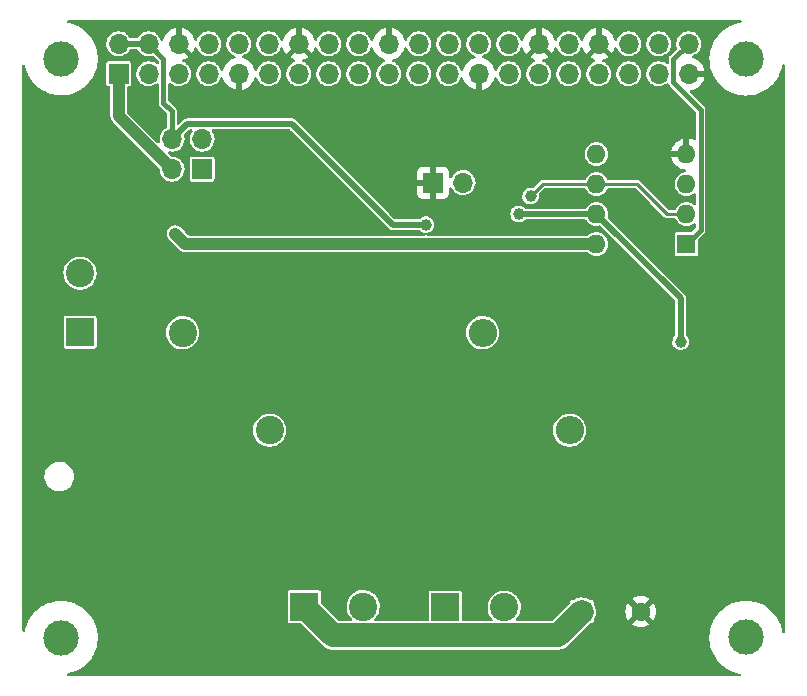
<source format=gbl>
G04 #@! TF.GenerationSoftware,KiCad,Pcbnew,6.0.4-6f826c9f35~116~ubuntu20.04.1*
G04 #@! TF.CreationDate,2022-03-24T08:40:17-04:00*
G04 #@! TF.ProjectId,rpikobhat,7270696b-6f62-4686-9174-2e6b69636164,rev?*
G04 #@! TF.SameCoordinates,Original*
G04 #@! TF.FileFunction,Copper,L2,Bot*
G04 #@! TF.FilePolarity,Positive*
%FSLAX46Y46*%
G04 Gerber Fmt 4.6, Leading zero omitted, Abs format (unit mm)*
G04 Created by KiCad (PCBNEW 6.0.4-6f826c9f35~116~ubuntu20.04.1) date 2022-03-24 08:40:17*
%MOMM*%
%LPD*%
G01*
G04 APERTURE LIST*
G04 #@! TA.AperFunction,WasherPad*
%ADD10C,3.000000*%
G04 #@! TD*
G04 #@! TA.AperFunction,ComponentPad*
%ADD11R,1.700000X1.700000*%
G04 #@! TD*
G04 #@! TA.AperFunction,ComponentPad*
%ADD12O,1.700000X1.700000*%
G04 #@! TD*
G04 #@! TA.AperFunction,ComponentPad*
%ADD13C,2.400000*%
G04 #@! TD*
G04 #@! TA.AperFunction,ComponentPad*
%ADD14O,2.400000X2.400000*%
G04 #@! TD*
G04 #@! TA.AperFunction,ComponentPad*
%ADD15R,1.600000X1.600000*%
G04 #@! TD*
G04 #@! TA.AperFunction,ComponentPad*
%ADD16C,1.600000*%
G04 #@! TD*
G04 #@! TA.AperFunction,ComponentPad*
%ADD17O,1.600000X1.600000*%
G04 #@! TD*
G04 #@! TA.AperFunction,ComponentPad*
%ADD18R,2.400000X2.400000*%
G04 #@! TD*
G04 #@! TA.AperFunction,ViaPad*
%ADD19C,1.000000*%
G04 #@! TD*
G04 #@! TA.AperFunction,Conductor*
%ADD20C,0.400000*%
G04 #@! TD*
G04 #@! TA.AperFunction,Conductor*
%ADD21C,1.000000*%
G04 #@! TD*
G04 #@! TA.AperFunction,Conductor*
%ADD22C,0.500000*%
G04 #@! TD*
G04 #@! TA.AperFunction,Conductor*
%ADD23C,0.250000*%
G04 #@! TD*
G04 #@! TA.AperFunction,Conductor*
%ADD24C,2.000000*%
G04 #@! TD*
G04 APERTURE END LIST*
D10*
X82040000Y-64310000D03*
X140040000Y-64330000D03*
X82040000Y-113320000D03*
X140030000Y-113310000D03*
D11*
X93980000Y-73660000D03*
D12*
X91440000Y-73660000D03*
X93980000Y-71120000D03*
X91440000Y-71120000D03*
D11*
X113533000Y-74803000D03*
D12*
X116073000Y-74803000D03*
D13*
X99695000Y-95758000D03*
D14*
X125095000Y-95758000D03*
D15*
X126121349Y-111125000D03*
D16*
X131121349Y-111125000D03*
D15*
X134991000Y-80000000D03*
D17*
X134991000Y-77460000D03*
X134991000Y-74920000D03*
X134991000Y-72380000D03*
X127371000Y-72380000D03*
X127371000Y-74920000D03*
X127371000Y-77460000D03*
X127371000Y-80000000D03*
D18*
X83647000Y-87463000D03*
D13*
X83647000Y-82463000D03*
X92329000Y-87503000D03*
D14*
X117729000Y-87503000D03*
D18*
X102616000Y-110698000D03*
D13*
X107616000Y-110698000D03*
D18*
X114554000Y-110744000D03*
D13*
X119554000Y-110744000D03*
D11*
X86920000Y-65590000D03*
D12*
X86920000Y-63050000D03*
X89460000Y-65590000D03*
X89460000Y-63050000D03*
X92000000Y-65590000D03*
X92000000Y-63050000D03*
X94540000Y-65590000D03*
X94540000Y-63050000D03*
X97080000Y-65590000D03*
X97080000Y-63050000D03*
X99620000Y-65590000D03*
X99620000Y-63050000D03*
X102160000Y-65590000D03*
X102160000Y-63050000D03*
X104700000Y-65590000D03*
X104700000Y-63050000D03*
X107240000Y-65590000D03*
X107240000Y-63050000D03*
X109780000Y-65590000D03*
X109780000Y-63050000D03*
X112320000Y-65590000D03*
X112320000Y-63050000D03*
X114860000Y-65590000D03*
X114860000Y-63050000D03*
X117400000Y-65590000D03*
X117400000Y-63050000D03*
X119940000Y-65590000D03*
X119940000Y-63050000D03*
X122480000Y-65590000D03*
X122480000Y-63050000D03*
X125020000Y-65590000D03*
X125020000Y-63050000D03*
X127560000Y-65590000D03*
X127560000Y-63050000D03*
X130100000Y-65590000D03*
X130100000Y-63050000D03*
X132640000Y-65590000D03*
X132640000Y-63050000D03*
X135180000Y-65590000D03*
X135180000Y-63050000D03*
D19*
X127254000Y-92202000D03*
X131572000Y-87503000D03*
X123698000Y-115316000D03*
X110871000Y-91567000D03*
X114173000Y-102362000D03*
X108204000Y-102489000D03*
X141859000Y-87757000D03*
X100711000Y-75184000D03*
X129667000Y-68072000D03*
X133604000Y-68453000D03*
X137668000Y-69342000D03*
X128651000Y-87503000D03*
X140970000Y-105791000D03*
X140970000Y-102743000D03*
X140970000Y-99822000D03*
X129667000Y-92202000D03*
X134620000Y-92075000D03*
X127762000Y-101854000D03*
X127762000Y-99568000D03*
X127762000Y-104267000D03*
X134366000Y-114681000D03*
X135509000Y-108458000D03*
X96012000Y-114935000D03*
X89027000Y-115062000D03*
X85979000Y-109855000D03*
X93091000Y-93218000D03*
X91059000Y-93218000D03*
X80391000Y-93218000D03*
X109347000Y-84328000D03*
X101219000Y-78486000D03*
X100965000Y-68199000D03*
X101092000Y-72390000D03*
X81153000Y-77089000D03*
X81153000Y-70739000D03*
X120787000Y-77460000D03*
X121793000Y-75946000D03*
X112903000Y-78359000D03*
X134493000Y-88265000D03*
X92573000Y-80000000D03*
X91694000Y-79121000D03*
D20*
X92000000Y-63050000D02*
X93212000Y-64262000D01*
X102160000Y-63050000D02*
X103372000Y-64262000D01*
X102160000Y-63050000D02*
X100965000Y-64245000D01*
X122480000Y-63050000D02*
X121285000Y-64245000D01*
X122480000Y-63050000D02*
X123692000Y-64262000D01*
X127560000Y-63050000D02*
X126365000Y-64245000D01*
X127560000Y-63050000D02*
X128772000Y-64262000D01*
X134991000Y-80000000D02*
X136190511Y-78800489D01*
X136190511Y-78800489D02*
X136190511Y-68626511D01*
X136190511Y-68626511D02*
X133889511Y-66325511D01*
X133889511Y-66325511D02*
X133889511Y-64340489D01*
X133889511Y-64340489D02*
X135180000Y-63050000D01*
D21*
X86920000Y-65590000D02*
X86920000Y-69140000D01*
X127371000Y-80000000D02*
X92573000Y-80000000D01*
X86920000Y-69140000D02*
X91440000Y-73660000D01*
X92573000Y-80000000D02*
X91694000Y-79121000D01*
D22*
X101570489Y-69820489D02*
X110109000Y-78359000D01*
X91440000Y-71120000D02*
X92739511Y-69820489D01*
D20*
X89460000Y-63050000D02*
X90709511Y-64299511D01*
X91440000Y-68770978D02*
X90709511Y-68040489D01*
D22*
X110109000Y-78359000D02*
X112903000Y-78359000D01*
D20*
X90709511Y-64299511D02*
X90709511Y-68040489D01*
X91440000Y-71120000D02*
X91440000Y-68770978D01*
D22*
X92739511Y-69820489D02*
X101570489Y-69820489D01*
X89460000Y-63050000D02*
X86920000Y-63050000D01*
D23*
X130800000Y-74920000D02*
X127371000Y-74920000D01*
X122819000Y-74920000D02*
X127371000Y-74920000D01*
X134991000Y-77460000D02*
X133340000Y-77460000D01*
X121793000Y-75946000D02*
X122819000Y-74920000D01*
X133340000Y-77460000D02*
X130800000Y-74920000D01*
D24*
X124102838Y-113143511D02*
X126121349Y-111125000D01*
X102616000Y-110698000D02*
X105061511Y-113143511D01*
X105061511Y-113143511D02*
X124102838Y-113143511D01*
D22*
X127371000Y-77460000D02*
X134493000Y-84582000D01*
X120787000Y-77460000D02*
X127371000Y-77460000D01*
X134493000Y-84582000D02*
X134493000Y-88265000D01*
G04 #@! TA.AperFunction,Conductor*
G36*
X139597518Y-61038113D02*
G01*
X139644011Y-61091769D01*
X139654115Y-61162043D01*
X139624621Y-61226623D01*
X139564895Y-61265007D01*
X139549542Y-61268490D01*
X139376639Y-61296494D01*
X139376636Y-61296495D01*
X139373164Y-61297057D01*
X139369777Y-61298003D01*
X139369771Y-61298004D01*
X139114265Y-61369343D01*
X139039241Y-61390290D01*
X138926362Y-61435896D01*
X138721055Y-61518845D01*
X138721051Y-61518847D01*
X138717791Y-61520164D01*
X138714704Y-61521833D01*
X138714700Y-61521835D01*
X138683143Y-61538898D01*
X138412822Y-61685060D01*
X138128134Y-61882923D01*
X138125492Y-61885236D01*
X138125488Y-61885239D01*
X137909712Y-62074137D01*
X137867276Y-62111287D01*
X137633499Y-62367306D01*
X137429717Y-62647787D01*
X137427975Y-62650853D01*
X137427974Y-62650855D01*
X137410554Y-62681520D01*
X137258470Y-62949237D01*
X137216786Y-63046494D01*
X137136245Y-63234411D01*
X137121893Y-63267896D01*
X137109561Y-63308742D01*
X137026680Y-63583257D01*
X137021687Y-63599793D01*
X137010848Y-63658851D01*
X136961273Y-63928965D01*
X136959102Y-63940792D01*
X136934918Y-64286642D01*
X136949436Y-64633032D01*
X136969601Y-64763293D01*
X136992723Y-64912649D01*
X137002475Y-64975646D01*
X137093375Y-65310212D01*
X137221001Y-65632560D01*
X137222647Y-65635656D01*
X137222649Y-65635660D01*
X137274142Y-65732503D01*
X137383765Y-65938673D01*
X137385750Y-65941572D01*
X137577645Y-66221829D01*
X137577650Y-66221835D01*
X137579636Y-66224736D01*
X137806173Y-66487182D01*
X137808743Y-66489562D01*
X137808747Y-66489566D01*
X137915917Y-66588806D01*
X138060553Y-66722740D01*
X138063375Y-66724821D01*
X138063378Y-66724823D01*
X138139918Y-66781253D01*
X138339605Y-66928475D01*
X138639852Y-67101823D01*
X138957550Y-67240621D01*
X138960906Y-67241660D01*
X138960909Y-67241661D01*
X139098630Y-67284293D01*
X139288739Y-67343142D01*
X139292191Y-67343800D01*
X139292197Y-67343802D01*
X139625842Y-67407448D01*
X139625847Y-67407449D01*
X139629293Y-67408106D01*
X139857780Y-67425687D01*
X139971469Y-67434435D01*
X139971470Y-67434435D01*
X139974966Y-67434704D01*
X140204159Y-67426700D01*
X140317933Y-67422727D01*
X140317937Y-67422727D01*
X140321449Y-67422604D01*
X140324928Y-67422090D01*
X140324931Y-67422090D01*
X140660932Y-67372474D01*
X140660938Y-67372473D01*
X140664424Y-67371958D01*
X140667828Y-67371059D01*
X140667831Y-67371058D01*
X140996226Y-67284293D01*
X140996227Y-67284293D01*
X140999617Y-67283397D01*
X141322848Y-67158023D01*
X141630090Y-66997401D01*
X141779381Y-66896703D01*
X141914597Y-66805499D01*
X141914599Y-66805498D01*
X141917513Y-66803532D01*
X141961026Y-66766500D01*
X142178861Y-66581107D01*
X142178862Y-66581106D01*
X142181534Y-66578832D01*
X142239016Y-66517620D01*
X142416452Y-66328671D01*
X142416456Y-66328666D01*
X142418863Y-66326103D01*
X142420968Y-66323289D01*
X142420974Y-66323282D01*
X142624432Y-66051313D01*
X142626541Y-66048494D01*
X142647076Y-66013494D01*
X142723688Y-65882910D01*
X142801980Y-65749465D01*
X142810885Y-65729465D01*
X142941562Y-65435961D01*
X142941564Y-65435956D01*
X142942994Y-65432744D01*
X143047824Y-65102278D01*
X143051784Y-65082278D01*
X143096256Y-64857679D01*
X143129108Y-64794740D01*
X143190772Y-64759555D01*
X143261671Y-64763293D01*
X143319293Y-64804768D01*
X143345345Y-64870812D01*
X143345856Y-64882152D01*
X143345856Y-112822156D01*
X143325854Y-112890277D01*
X143272198Y-112936770D01*
X143201924Y-112946874D01*
X143137344Y-112917380D01*
X143098960Y-112857654D01*
X143095621Y-112843169D01*
X143058803Y-112625488D01*
X143058802Y-112625484D01*
X143058214Y-112622007D01*
X143047104Y-112583260D01*
X142999322Y-112416625D01*
X142962652Y-112288742D01*
X142896555Y-112128379D01*
X142831875Y-111971452D01*
X142831871Y-111971444D01*
X142830537Y-111968207D01*
X142663516Y-111664397D01*
X142463670Y-111381097D01*
X142233490Y-111121839D01*
X142092593Y-110994975D01*
X141978464Y-110892213D01*
X141978461Y-110892211D01*
X141975846Y-110889856D01*
X141693948Y-110688037D01*
X141690885Y-110686325D01*
X141690880Y-110686322D01*
X141535878Y-110599694D01*
X141391311Y-110518898D01*
X141388066Y-110517534D01*
X141388062Y-110517532D01*
X141163501Y-110423136D01*
X141071706Y-110384549D01*
X141068343Y-110383559D01*
X141068334Y-110383556D01*
X140863222Y-110323189D01*
X140739117Y-110286663D01*
X140430181Y-110232189D01*
X140401150Y-110227070D01*
X140401148Y-110227070D01*
X140397690Y-110226460D01*
X140394181Y-110226239D01*
X140394179Y-110226239D01*
X140055198Y-110204912D01*
X140055192Y-110204912D01*
X140051680Y-110204691D01*
X139953499Y-110209493D01*
X139708906Y-110221455D01*
X139708897Y-110221456D01*
X139705399Y-110221627D01*
X139701931Y-110222189D01*
X139701928Y-110222189D01*
X139366639Y-110276494D01*
X139366636Y-110276495D01*
X139363164Y-110277057D01*
X139359777Y-110278003D01*
X139359771Y-110278004D01*
X139107116Y-110348547D01*
X139029241Y-110370290D01*
X138882223Y-110429689D01*
X138711055Y-110498845D01*
X138711051Y-110498847D01*
X138707791Y-110500164D01*
X138704704Y-110501833D01*
X138704700Y-110501835D01*
X138606331Y-110555023D01*
X138402822Y-110665060D01*
X138118134Y-110862923D01*
X138115492Y-110865236D01*
X138115488Y-110865239D01*
X137920606Y-111035846D01*
X137857276Y-111091287D01*
X137623499Y-111347306D01*
X137419717Y-111627787D01*
X137417975Y-111630853D01*
X137417974Y-111630855D01*
X137414036Y-111637787D01*
X137248470Y-111929237D01*
X137199903Y-112042552D01*
X137122782Y-112222491D01*
X137111893Y-112247896D01*
X137099561Y-112288742D01*
X137060951Y-112416625D01*
X137011687Y-112579793D01*
X136984951Y-112725468D01*
X136954703Y-112890277D01*
X136949102Y-112920792D01*
X136924918Y-113266642D01*
X136939436Y-113613032D01*
X136939974Y-113616505D01*
X136983582Y-113898198D01*
X136992475Y-113955646D01*
X136993397Y-113959038D01*
X136993397Y-113959040D01*
X137014101Y-114035241D01*
X137083375Y-114290212D01*
X137211001Y-114612560D01*
X137373765Y-114918673D01*
X137375750Y-114921572D01*
X137567645Y-115201829D01*
X137567650Y-115201835D01*
X137569636Y-115204736D01*
X137796173Y-115467182D01*
X137798743Y-115469562D01*
X137798747Y-115469566D01*
X137892383Y-115556273D01*
X138050553Y-115702740D01*
X138053375Y-115704821D01*
X138053378Y-115704823D01*
X138066942Y-115714823D01*
X138329605Y-115908475D01*
X138332642Y-115910229D01*
X138332646Y-115910231D01*
X138426293Y-115964298D01*
X138629852Y-116081823D01*
X138947550Y-116220621D01*
X138950906Y-116221660D01*
X138950909Y-116221661D01*
X139275379Y-116322102D01*
X139278739Y-116323142D01*
X139282191Y-116323800D01*
X139282197Y-116323802D01*
X139510449Y-116367343D01*
X139573615Y-116399755D01*
X139609230Y-116461172D01*
X139605987Y-116532095D01*
X139564915Y-116590005D01*
X139499055Y-116616517D01*
X139486839Y-116617111D01*
X82652322Y-116617111D01*
X82584201Y-116597109D01*
X82537708Y-116543453D01*
X82527604Y-116473179D01*
X82557098Y-116408599D01*
X82616824Y-116370215D01*
X82633916Y-116366463D01*
X82660932Y-116362474D01*
X82660938Y-116362473D01*
X82664424Y-116361958D01*
X82667828Y-116361059D01*
X82667831Y-116361058D01*
X82996226Y-116274293D01*
X82996227Y-116274293D01*
X82999617Y-116273397D01*
X83322848Y-116148023D01*
X83630090Y-115987401D01*
X83750188Y-115906394D01*
X83914597Y-115795499D01*
X83914599Y-115795498D01*
X83917513Y-115793532D01*
X84021746Y-115704823D01*
X84178861Y-115571107D01*
X84178862Y-115571106D01*
X84181534Y-115568832D01*
X84279488Y-115464522D01*
X84416452Y-115318671D01*
X84416456Y-115318666D01*
X84418863Y-115316103D01*
X84420968Y-115313289D01*
X84420974Y-115313282D01*
X84624432Y-115041313D01*
X84626541Y-115038494D01*
X84690973Y-114928673D01*
X84794409Y-114752369D01*
X84801980Y-114739465D01*
X84859934Y-114609299D01*
X84941562Y-114425961D01*
X84941564Y-114425956D01*
X84942994Y-114422744D01*
X85047824Y-114092278D01*
X85115164Y-113752186D01*
X85144174Y-113406707D01*
X85145385Y-113320000D01*
X85126032Y-112973846D01*
X85117655Y-112924314D01*
X85068803Y-112635488D01*
X85068802Y-112635484D01*
X85068214Y-112632007D01*
X85064375Y-112618617D01*
X84973621Y-112302122D01*
X84972652Y-112298742D01*
X84905329Y-112135405D01*
X84841875Y-111981452D01*
X84841871Y-111981444D01*
X84840537Y-111978207D01*
X84807299Y-111917748D01*
X101215500Y-111917748D01*
X101216707Y-111923816D01*
X101222078Y-111950816D01*
X101227133Y-111976231D01*
X101271448Y-112042552D01*
X101337769Y-112086867D01*
X101349938Y-112089288D01*
X101349939Y-112089288D01*
X101390184Y-112097293D01*
X101396252Y-112098500D01*
X102266546Y-112098500D01*
X102334667Y-112118502D01*
X102355641Y-112135405D01*
X104180998Y-113960762D01*
X104186635Y-113966780D01*
X104231601Y-114018054D01*
X104258778Y-114039478D01*
X104304594Y-114075596D01*
X104307130Y-114077649D01*
X104378628Y-114137113D01*
X104383672Y-114139938D01*
X104383798Y-114140009D01*
X104400220Y-114150982D01*
X104400335Y-114151073D01*
X104400340Y-114151076D01*
X104404871Y-114154648D01*
X104409984Y-114157338D01*
X104487128Y-114197926D01*
X104490009Y-114199490D01*
X104571132Y-114244921D01*
X104576599Y-114246777D01*
X104576608Y-114246781D01*
X104576742Y-114246826D01*
X104594898Y-114254627D01*
X104600131Y-114257380D01*
X104605645Y-114259092D01*
X104605647Y-114259093D01*
X104688886Y-114284940D01*
X104692022Y-114285959D01*
X104774588Y-114313986D01*
X104780059Y-114315843D01*
X104785921Y-114316693D01*
X104805198Y-114321055D01*
X104810844Y-114322808D01*
X104816574Y-114323486D01*
X104816578Y-114323487D01*
X104903151Y-114333733D01*
X104906422Y-114334164D01*
X104930498Y-114337655D01*
X104998413Y-114347502D01*
X105084797Y-114344108D01*
X105089744Y-114344011D01*
X124058109Y-114344011D01*
X124066351Y-114344281D01*
X124134398Y-114348741D01*
X124226765Y-114337809D01*
X124229987Y-114337471D01*
X124322549Y-114328965D01*
X124328116Y-114327395D01*
X124328120Y-114327394D01*
X124328244Y-114327359D01*
X124347627Y-114323503D01*
X124347767Y-114323486D01*
X124353505Y-114322807D01*
X124442297Y-114295237D01*
X124445373Y-114294325D01*
X124534902Y-114269076D01*
X124540079Y-114266523D01*
X124540089Y-114266519D01*
X124540214Y-114266457D01*
X124558575Y-114259132D01*
X124558698Y-114259094D01*
X124558702Y-114259092D01*
X124564217Y-114257380D01*
X124646472Y-114214104D01*
X124649403Y-114212610D01*
X124732785Y-114171491D01*
X124737531Y-114167947D01*
X124754243Y-114157403D01*
X124759479Y-114154648D01*
X124832501Y-114097083D01*
X124835103Y-114095086D01*
X124838864Y-114092278D01*
X124909571Y-114039478D01*
X124968256Y-113975993D01*
X124971685Y-113972428D01*
X126733051Y-112211062D01*
X130399842Y-112211062D01*
X130409138Y-112223077D01*
X130460343Y-112258931D01*
X130469838Y-112264414D01*
X130667296Y-112356490D01*
X130677588Y-112360236D01*
X130888037Y-112416625D01*
X130898830Y-112418528D01*
X131115874Y-112437517D01*
X131126824Y-112437517D01*
X131343868Y-112418528D01*
X131354661Y-112416625D01*
X131565110Y-112360236D01*
X131575402Y-112356490D01*
X131772860Y-112264414D01*
X131782355Y-112258931D01*
X131834397Y-112222491D01*
X131842773Y-112212012D01*
X131835705Y-112198566D01*
X131134161Y-111497022D01*
X131120217Y-111489408D01*
X131118384Y-111489539D01*
X131111769Y-111493790D01*
X130406272Y-112199287D01*
X130399842Y-112211062D01*
X126733051Y-112211062D01*
X126781708Y-112162405D01*
X126844020Y-112128379D01*
X126870803Y-112125500D01*
X126941097Y-112125500D01*
X126947165Y-112124293D01*
X126987410Y-112116288D01*
X126987411Y-112116288D01*
X126999580Y-112113867D01*
X127065901Y-112069552D01*
X127110216Y-112003231D01*
X127121849Y-111944748D01*
X127121849Y-111828444D01*
X127137914Y-111766879D01*
X127222759Y-111615379D01*
X127272862Y-111467783D01*
X127291823Y-111411926D01*
X127291823Y-111411924D01*
X127293681Y-111406452D01*
X127294510Y-111400736D01*
X127294511Y-111400731D01*
X127321392Y-111215325D01*
X127325340Y-111188098D01*
X127323076Y-111130475D01*
X129808832Y-111130475D01*
X129827821Y-111347519D01*
X129829724Y-111358312D01*
X129886113Y-111568761D01*
X129889859Y-111579053D01*
X129981935Y-111776511D01*
X129987418Y-111786006D01*
X130023858Y-111838048D01*
X130034337Y-111846424D01*
X130047783Y-111839356D01*
X130749327Y-111137812D01*
X130755705Y-111126132D01*
X131485757Y-111126132D01*
X131485888Y-111127965D01*
X131490139Y-111134580D01*
X132195636Y-111840077D01*
X132207411Y-111846507D01*
X132219426Y-111837211D01*
X132255280Y-111786006D01*
X132260763Y-111776511D01*
X132352839Y-111579053D01*
X132356585Y-111568761D01*
X132412974Y-111358312D01*
X132414877Y-111347519D01*
X132433866Y-111130475D01*
X132433866Y-111119525D01*
X132414877Y-110902481D01*
X132412974Y-110891688D01*
X132356585Y-110681239D01*
X132352839Y-110670947D01*
X132260763Y-110473489D01*
X132255280Y-110463994D01*
X132218840Y-110411952D01*
X132208361Y-110403576D01*
X132194915Y-110410644D01*
X131493371Y-111112188D01*
X131485757Y-111126132D01*
X130755705Y-111126132D01*
X130756941Y-111123868D01*
X130756810Y-111122035D01*
X130752559Y-111115420D01*
X130047062Y-110409923D01*
X130035287Y-110403493D01*
X130023272Y-110412789D01*
X129987418Y-110463994D01*
X129981935Y-110473489D01*
X129889859Y-110670947D01*
X129886113Y-110681239D01*
X129829724Y-110891688D01*
X129827821Y-110902481D01*
X129808832Y-111119525D01*
X129808832Y-111130475D01*
X127323076Y-111130475D01*
X127316678Y-110967632D01*
X127315404Y-110962000D01*
X127315403Y-110961995D01*
X127271200Y-110766649D01*
X127267984Y-110752435D01*
X127251824Y-110714821D01*
X127183169Y-110555023D01*
X127183167Y-110555020D01*
X127180889Y-110549717D01*
X127143084Y-110493137D01*
X127121849Y-110423136D01*
X127121849Y-110305252D01*
X127110216Y-110246769D01*
X127065901Y-110180448D01*
X126999580Y-110136133D01*
X126987411Y-110133712D01*
X126987410Y-110133712D01*
X126947165Y-110125707D01*
X126941097Y-110124500D01*
X126825918Y-110124500D01*
X126753197Y-110101396D01*
X126728886Y-110084214D01*
X126728884Y-110084213D01*
X126724171Y-110080882D01*
X126718932Y-110078467D01*
X126718929Y-110078465D01*
X126631127Y-110037988D01*
X130399925Y-110037988D01*
X130406993Y-110051434D01*
X131108537Y-110752978D01*
X131122481Y-110760592D01*
X131124314Y-110760461D01*
X131130929Y-110756210D01*
X131836426Y-110050713D01*
X131842856Y-110038938D01*
X131833560Y-110026923D01*
X131782355Y-109991069D01*
X131772860Y-109985586D01*
X131575402Y-109893510D01*
X131565110Y-109889764D01*
X131354661Y-109833375D01*
X131343868Y-109831472D01*
X131126824Y-109812483D01*
X131115874Y-109812483D01*
X130898830Y-109831472D01*
X130888037Y-109833375D01*
X130677588Y-109889764D01*
X130667296Y-109893510D01*
X130469838Y-109985586D01*
X130460343Y-109991069D01*
X130408301Y-110027509D01*
X130399925Y-110037988D01*
X126631127Y-110037988D01*
X126529048Y-109990929D01*
X126529049Y-109990929D01*
X126523801Y-109988510D01*
X126309954Y-109934200D01*
X126089789Y-109919769D01*
X125870682Y-109945703D01*
X125659970Y-110011130D01*
X125654852Y-110013823D01*
X125654849Y-110013824D01*
X125472033Y-110110008D01*
X125413366Y-110124500D01*
X125301601Y-110124500D01*
X125295533Y-110125707D01*
X125255288Y-110133712D01*
X125255287Y-110133712D01*
X125243118Y-110136133D01*
X125176797Y-110180448D01*
X125132482Y-110246769D01*
X125120849Y-110305252D01*
X125120849Y-110375547D01*
X125100847Y-110443668D01*
X125083944Y-110464642D01*
X123642480Y-111906106D01*
X123580168Y-111940132D01*
X123553385Y-111943011D01*
X120639918Y-111943011D01*
X120571797Y-111923009D01*
X120525304Y-111869353D01*
X120515200Y-111799079D01*
X120544694Y-111734499D01*
X120550978Y-111727760D01*
X120576780Y-111702048D01*
X120624190Y-111654803D01*
X120682269Y-111573978D01*
X120755559Y-111471983D01*
X120758577Y-111467783D01*
X120783605Y-111417144D01*
X120818015Y-111347519D01*
X120860615Y-111261325D01*
X120891643Y-111159200D01*
X120926059Y-111045927D01*
X120926060Y-111045921D01*
X120927563Y-111040975D01*
X120946141Y-110899856D01*
X120957185Y-110815971D01*
X120957185Y-110815965D01*
X120957622Y-110812649D01*
X120958665Y-110769971D01*
X120959218Y-110747364D01*
X120959218Y-110747360D01*
X120959300Y-110744000D01*
X120940430Y-110514478D01*
X120884326Y-110291120D01*
X120792496Y-110079924D01*
X120706773Y-109947416D01*
X120670215Y-109890906D01*
X120670213Y-109890903D01*
X120667405Y-109886563D01*
X120646774Y-109863889D01*
X120515890Y-109720051D01*
X120515889Y-109720050D01*
X120512412Y-109716229D01*
X120508361Y-109713030D01*
X120508357Y-109713026D01*
X120335735Y-109576697D01*
X120335730Y-109576693D01*
X120331681Y-109573496D01*
X120327165Y-109571003D01*
X120327162Y-109571001D01*
X120134589Y-109464695D01*
X120134585Y-109464693D01*
X120130065Y-109462198D01*
X120125196Y-109460474D01*
X120125192Y-109460472D01*
X119917853Y-109387049D01*
X119917849Y-109387048D01*
X119912978Y-109385323D01*
X119907885Y-109384416D01*
X119907882Y-109384415D01*
X119782188Y-109362026D01*
X119686250Y-109344937D01*
X119599802Y-109343881D01*
X119461141Y-109342186D01*
X119461139Y-109342186D01*
X119455971Y-109342123D01*
X119228325Y-109376958D01*
X119009424Y-109448506D01*
X118907286Y-109501676D01*
X118863918Y-109524252D01*
X118805149Y-109554845D01*
X118620984Y-109693119D01*
X118461877Y-109859616D01*
X118332099Y-110049863D01*
X118329923Y-110054552D01*
X118329919Y-110054558D01*
X118240698Y-110246769D01*
X118235136Y-110258752D01*
X118197752Y-110393556D01*
X118185526Y-110437642D01*
X118173592Y-110480673D01*
X118173043Y-110485810D01*
X118150143Y-110700084D01*
X118149119Y-110709665D01*
X118149416Y-110714817D01*
X118149416Y-110714821D01*
X118158666Y-110875239D01*
X118162376Y-110939580D01*
X118163513Y-110944626D01*
X118163514Y-110944632D01*
X118185226Y-111040975D01*
X118213006Y-111164242D01*
X118214948Y-111169024D01*
X118214949Y-111169028D01*
X118297705Y-111372831D01*
X118299649Y-111377618D01*
X118419979Y-111573978D01*
X118423360Y-111577881D01*
X118559039Y-111734514D01*
X118588521Y-111799099D01*
X118578406Y-111869372D01*
X118531905Y-111923020D01*
X118463801Y-111943011D01*
X116080500Y-111943011D01*
X116012379Y-111923009D01*
X115965886Y-111869353D01*
X115954500Y-111817011D01*
X115954500Y-109524252D01*
X115942867Y-109465769D01*
X115898552Y-109399448D01*
X115832231Y-109355133D01*
X115820062Y-109352712D01*
X115820061Y-109352712D01*
X115779816Y-109344707D01*
X115773748Y-109343500D01*
X113334252Y-109343500D01*
X113328184Y-109344707D01*
X113287939Y-109352712D01*
X113287938Y-109352712D01*
X113275769Y-109355133D01*
X113209448Y-109399448D01*
X113165133Y-109465769D01*
X113153500Y-109524252D01*
X113153500Y-111817011D01*
X113133498Y-111885132D01*
X113079842Y-111931625D01*
X113027500Y-111943011D01*
X108655757Y-111943011D01*
X108587636Y-111923009D01*
X108541143Y-111869353D01*
X108531039Y-111799079D01*
X108560533Y-111734499D01*
X108566817Y-111727760D01*
X108589306Y-111705350D01*
X108686190Y-111608803D01*
X108707568Y-111579053D01*
X108817559Y-111425983D01*
X108820577Y-111421783D01*
X108839265Y-111383972D01*
X108870542Y-111320686D01*
X108922615Y-111215325D01*
X108939667Y-111159200D01*
X108988059Y-110999927D01*
X108988060Y-110999921D01*
X108989563Y-110994975D01*
X109019622Y-110766649D01*
X109019956Y-110752978D01*
X109021218Y-110701364D01*
X109021218Y-110701360D01*
X109021300Y-110698000D01*
X109002430Y-110468478D01*
X108946326Y-110245120D01*
X108887578Y-110110008D01*
X108856556Y-110038661D01*
X108856554Y-110038658D01*
X108854496Y-110033924D01*
X108763658Y-109893510D01*
X108732215Y-109844906D01*
X108732213Y-109844903D01*
X108729405Y-109840563D01*
X108722865Y-109833375D01*
X108577890Y-109674051D01*
X108577889Y-109674050D01*
X108574412Y-109670229D01*
X108570361Y-109667030D01*
X108570357Y-109667026D01*
X108397735Y-109530697D01*
X108397730Y-109530693D01*
X108393681Y-109527496D01*
X108389165Y-109525003D01*
X108389162Y-109525001D01*
X108196589Y-109418695D01*
X108196585Y-109418693D01*
X108192065Y-109416198D01*
X108187196Y-109414474D01*
X108187192Y-109414472D01*
X107979853Y-109341049D01*
X107979849Y-109341048D01*
X107974978Y-109339323D01*
X107969885Y-109338416D01*
X107969882Y-109338415D01*
X107844188Y-109316026D01*
X107748250Y-109298937D01*
X107661802Y-109297881D01*
X107523141Y-109296186D01*
X107523139Y-109296186D01*
X107517971Y-109296123D01*
X107290325Y-109330958D01*
X107071424Y-109402506D01*
X107066832Y-109404896D01*
X107066833Y-109404896D01*
X106925918Y-109478252D01*
X106867149Y-109508845D01*
X106682984Y-109647119D01*
X106523877Y-109813616D01*
X106394099Y-110003863D01*
X106391923Y-110008552D01*
X106391919Y-110008558D01*
X106300798Y-110204863D01*
X106297136Y-110212752D01*
X106271484Y-110305252D01*
X106237516Y-110427737D01*
X106235592Y-110434673D01*
X106235043Y-110439810D01*
X106226591Y-110518898D01*
X106211119Y-110663665D01*
X106211416Y-110668817D01*
X106211416Y-110668821D01*
X106216269Y-110752978D01*
X106224376Y-110893580D01*
X106225513Y-110898626D01*
X106225514Y-110898632D01*
X106247226Y-110994975D01*
X106275006Y-111118242D01*
X106276948Y-111123024D01*
X106276949Y-111123028D01*
X106314427Y-111215325D01*
X106361649Y-111331618D01*
X106481979Y-111527978D01*
X106632763Y-111702048D01*
X106654467Y-111720067D01*
X106694102Y-111778970D01*
X106695600Y-111849950D01*
X106658485Y-111910473D01*
X106594541Y-111941322D01*
X106573982Y-111943011D01*
X105610964Y-111943011D01*
X105542843Y-111923009D01*
X105521869Y-111906106D01*
X104053405Y-110437642D01*
X104019379Y-110375330D01*
X104016500Y-110348547D01*
X104016500Y-109478252D01*
X104010583Y-109448506D01*
X104007288Y-109431939D01*
X104007288Y-109431938D01*
X104004867Y-109419769D01*
X103960552Y-109353448D01*
X103894231Y-109309133D01*
X103882062Y-109306712D01*
X103882061Y-109306712D01*
X103841816Y-109298707D01*
X103835748Y-109297500D01*
X101396252Y-109297500D01*
X101390184Y-109298707D01*
X101349939Y-109306712D01*
X101349938Y-109306712D01*
X101337769Y-109309133D01*
X101271448Y-109353448D01*
X101227133Y-109419769D01*
X101224712Y-109431938D01*
X101224712Y-109431939D01*
X101221417Y-109448506D01*
X101215500Y-109478252D01*
X101215500Y-111917748D01*
X84807299Y-111917748D01*
X84673516Y-111674397D01*
X84473670Y-111391097D01*
X84243490Y-111131839D01*
X84136879Y-111035846D01*
X83988464Y-110902213D01*
X83988461Y-110902211D01*
X83985846Y-110899856D01*
X83703948Y-110698037D01*
X83700885Y-110696325D01*
X83700880Y-110696322D01*
X83429966Y-110544913D01*
X83401311Y-110528898D01*
X83398066Y-110527534D01*
X83398062Y-110527532D01*
X83184221Y-110437642D01*
X83081706Y-110394549D01*
X83078343Y-110393559D01*
X83078334Y-110393556D01*
X82873222Y-110333189D01*
X82749117Y-110296663D01*
X82429927Y-110240381D01*
X82411150Y-110237070D01*
X82411148Y-110237070D01*
X82407690Y-110236460D01*
X82404181Y-110236239D01*
X82404179Y-110236239D01*
X82065198Y-110214912D01*
X82065192Y-110214912D01*
X82061680Y-110214691D01*
X81963499Y-110219493D01*
X81718906Y-110231455D01*
X81718897Y-110231456D01*
X81715399Y-110231627D01*
X81711931Y-110232189D01*
X81711928Y-110232189D01*
X81376639Y-110286494D01*
X81376636Y-110286495D01*
X81373164Y-110287057D01*
X81369777Y-110288003D01*
X81369771Y-110288004D01*
X81093857Y-110365041D01*
X81039241Y-110380290D01*
X80916974Y-110429689D01*
X80721055Y-110508845D01*
X80721051Y-110508847D01*
X80717791Y-110510164D01*
X80714704Y-110511833D01*
X80714700Y-110511835D01*
X80683143Y-110528898D01*
X80412822Y-110675060D01*
X80128134Y-110872923D01*
X80125492Y-110875236D01*
X80125488Y-110875239D01*
X79942029Y-111035846D01*
X79867276Y-111101287D01*
X79633499Y-111357306D01*
X79429717Y-111637787D01*
X79427975Y-111640853D01*
X79427974Y-111640855D01*
X79417978Y-111658451D01*
X79258470Y-111939237D01*
X79214189Y-112042552D01*
X79137068Y-112222491D01*
X79121893Y-112257896D01*
X79021687Y-112589793D01*
X78998558Y-112715814D01*
X78996786Y-112725468D01*
X78964815Y-112788859D01*
X78903648Y-112824902D01*
X78832705Y-112822155D01*
X78774509Y-112781488D01*
X78747538Y-112715814D01*
X78746856Y-112702723D01*
X78746856Y-99734438D01*
X80629066Y-99734438D01*
X80655883Y-99956044D01*
X80721519Y-100169400D01*
X80823901Y-100367759D01*
X80827310Y-100372201D01*
X80827312Y-100372205D01*
X80913975Y-100485146D01*
X80959790Y-100544854D01*
X81124893Y-100695086D01*
X81313990Y-100813707D01*
X81521105Y-100896966D01*
X81526593Y-100898103D01*
X81526598Y-100898104D01*
X81676896Y-100929229D01*
X81739690Y-100942233D01*
X81744303Y-100942499D01*
X81794526Y-100945395D01*
X81794530Y-100945395D01*
X81796349Y-100945500D01*
X81940630Y-100945500D01*
X81943417Y-100945251D01*
X81943423Y-100945251D01*
X82012997Y-100939041D01*
X82106339Y-100930711D01*
X82111753Y-100929230D01*
X82111758Y-100929229D01*
X82239104Y-100894390D01*
X82321651Y-100871808D01*
X82326709Y-100869396D01*
X82326713Y-100869394D01*
X82443462Y-100813707D01*
X82523129Y-100775708D01*
X82704405Y-100645448D01*
X82859749Y-100485146D01*
X82984250Y-100299868D01*
X83073974Y-100095471D01*
X83075282Y-100090023D01*
X83075284Y-100090017D01*
X83124775Y-99883872D01*
X83124775Y-99883871D01*
X83126085Y-99878415D01*
X83138934Y-99655562D01*
X83112117Y-99433956D01*
X83046481Y-99220600D01*
X82944099Y-99022241D01*
X82940690Y-99017799D01*
X82940688Y-99017795D01*
X82811620Y-98849590D01*
X82808210Y-98845146D01*
X82643107Y-98694914D01*
X82454010Y-98576293D01*
X82246895Y-98493034D01*
X82241407Y-98491897D01*
X82241402Y-98491896D01*
X82076845Y-98457818D01*
X82028310Y-98447767D01*
X82023697Y-98447501D01*
X81973474Y-98444605D01*
X81973470Y-98444605D01*
X81971651Y-98444500D01*
X81827370Y-98444500D01*
X81824583Y-98444749D01*
X81824577Y-98444749D01*
X81755003Y-98450959D01*
X81661661Y-98459289D01*
X81656247Y-98460770D01*
X81656242Y-98460771D01*
X81542470Y-98491896D01*
X81446349Y-98518192D01*
X81441291Y-98520604D01*
X81441287Y-98520606D01*
X81345610Y-98566242D01*
X81244871Y-98614292D01*
X81063595Y-98744552D01*
X80908251Y-98904854D01*
X80783750Y-99090132D01*
X80694026Y-99294529D01*
X80692718Y-99299977D01*
X80692716Y-99299983D01*
X80643225Y-99506128D01*
X80641915Y-99511585D01*
X80629066Y-99734438D01*
X78746856Y-99734438D01*
X78746856Y-95723665D01*
X98290119Y-95723665D01*
X98290416Y-95728817D01*
X98290416Y-95728821D01*
X98295864Y-95823296D01*
X98303376Y-95953580D01*
X98304513Y-95958626D01*
X98304514Y-95958632D01*
X98326226Y-96054975D01*
X98354006Y-96178242D01*
X98355948Y-96183024D01*
X98355949Y-96183028D01*
X98393427Y-96275325D01*
X98440649Y-96391618D01*
X98560979Y-96587978D01*
X98711763Y-96762048D01*
X98888953Y-96909154D01*
X99087790Y-97025345D01*
X99302934Y-97107501D01*
X99308000Y-97108532D01*
X99308001Y-97108532D01*
X99408697Y-97129018D01*
X99528607Y-97153414D01*
X99658352Y-97158172D01*
X99753585Y-97161664D01*
X99753589Y-97161664D01*
X99758749Y-97161853D01*
X99763869Y-97161197D01*
X99763871Y-97161197D01*
X99833272Y-97152307D01*
X99987178Y-97132591D01*
X99992126Y-97131106D01*
X99992133Y-97131105D01*
X100202811Y-97067898D01*
X100202810Y-97067898D01*
X100207761Y-97066413D01*
X100414574Y-96965096D01*
X100602062Y-96831363D01*
X100765190Y-96668803D01*
X100823269Y-96587978D01*
X100896559Y-96485983D01*
X100899577Y-96481783D01*
X101001615Y-96275325D01*
X101032643Y-96173200D01*
X101067059Y-96059927D01*
X101067060Y-96059921D01*
X101068563Y-96054975D01*
X101098622Y-95826649D01*
X101100300Y-95758000D01*
X101097477Y-95723665D01*
X123690119Y-95723665D01*
X123690416Y-95728817D01*
X123690416Y-95728821D01*
X123695864Y-95823296D01*
X123703376Y-95953580D01*
X123704513Y-95958626D01*
X123704514Y-95958632D01*
X123726226Y-96054975D01*
X123754006Y-96178242D01*
X123755948Y-96183024D01*
X123755949Y-96183028D01*
X123793427Y-96275325D01*
X123840649Y-96391618D01*
X123960979Y-96587978D01*
X124111763Y-96762048D01*
X124288953Y-96909154D01*
X124487790Y-97025345D01*
X124702934Y-97107501D01*
X124708000Y-97108532D01*
X124708001Y-97108532D01*
X124808697Y-97129018D01*
X124928607Y-97153414D01*
X125058352Y-97158172D01*
X125153585Y-97161664D01*
X125153589Y-97161664D01*
X125158749Y-97161853D01*
X125163869Y-97161197D01*
X125163871Y-97161197D01*
X125233272Y-97152307D01*
X125387178Y-97132591D01*
X125392126Y-97131106D01*
X125392133Y-97131105D01*
X125602811Y-97067898D01*
X125602810Y-97067898D01*
X125607761Y-97066413D01*
X125814574Y-96965096D01*
X126002062Y-96831363D01*
X126165190Y-96668803D01*
X126223269Y-96587978D01*
X126296559Y-96485983D01*
X126299577Y-96481783D01*
X126401615Y-96275325D01*
X126432643Y-96173200D01*
X126467059Y-96059927D01*
X126467060Y-96059921D01*
X126468563Y-96054975D01*
X126498622Y-95826649D01*
X126500300Y-95758000D01*
X126481430Y-95528478D01*
X126425326Y-95305120D01*
X126333496Y-95093924D01*
X126208405Y-94900563D01*
X126187774Y-94877889D01*
X126056890Y-94734051D01*
X126056889Y-94734050D01*
X126053412Y-94730229D01*
X126049361Y-94727030D01*
X126049357Y-94727026D01*
X125876735Y-94590697D01*
X125876730Y-94590693D01*
X125872681Y-94587496D01*
X125868165Y-94585003D01*
X125868162Y-94585001D01*
X125675589Y-94478695D01*
X125675585Y-94478693D01*
X125671065Y-94476198D01*
X125666196Y-94474474D01*
X125666192Y-94474472D01*
X125458853Y-94401049D01*
X125458849Y-94401048D01*
X125453978Y-94399323D01*
X125448885Y-94398416D01*
X125448882Y-94398415D01*
X125352707Y-94381284D01*
X125227250Y-94358937D01*
X125140802Y-94357881D01*
X125002141Y-94356186D01*
X125002139Y-94356186D01*
X124996971Y-94356123D01*
X124769325Y-94390958D01*
X124550424Y-94462506D01*
X124346149Y-94568845D01*
X124161984Y-94707119D01*
X124002877Y-94873616D01*
X123873099Y-95063863D01*
X123870923Y-95068552D01*
X123870919Y-95068558D01*
X123859145Y-95093924D01*
X123776136Y-95272752D01*
X123714592Y-95494673D01*
X123690119Y-95723665D01*
X101097477Y-95723665D01*
X101081430Y-95528478D01*
X101025326Y-95305120D01*
X100933496Y-95093924D01*
X100808405Y-94900563D01*
X100787774Y-94877889D01*
X100656890Y-94734051D01*
X100656889Y-94734050D01*
X100653412Y-94730229D01*
X100649361Y-94727030D01*
X100649357Y-94727026D01*
X100476735Y-94590697D01*
X100476730Y-94590693D01*
X100472681Y-94587496D01*
X100468165Y-94585003D01*
X100468162Y-94585001D01*
X100275589Y-94478695D01*
X100275585Y-94478693D01*
X100271065Y-94476198D01*
X100266196Y-94474474D01*
X100266192Y-94474472D01*
X100058853Y-94401049D01*
X100058849Y-94401048D01*
X100053978Y-94399323D01*
X100048885Y-94398416D01*
X100048882Y-94398415D01*
X99952707Y-94381284D01*
X99827250Y-94358937D01*
X99740802Y-94357881D01*
X99602141Y-94356186D01*
X99602139Y-94356186D01*
X99596971Y-94356123D01*
X99369325Y-94390958D01*
X99150424Y-94462506D01*
X98946149Y-94568845D01*
X98761984Y-94707119D01*
X98602877Y-94873616D01*
X98473099Y-95063863D01*
X98470923Y-95068552D01*
X98470919Y-95068558D01*
X98459145Y-95093924D01*
X98376136Y-95272752D01*
X98314592Y-95494673D01*
X98290119Y-95723665D01*
X78746856Y-95723665D01*
X78746856Y-88682748D01*
X82246500Y-88682748D01*
X82258133Y-88741231D01*
X82302448Y-88807552D01*
X82312761Y-88814443D01*
X82356722Y-88843817D01*
X82368769Y-88851867D01*
X82380938Y-88854288D01*
X82380939Y-88854288D01*
X82421184Y-88862293D01*
X82427252Y-88863500D01*
X84866748Y-88863500D01*
X84872816Y-88862293D01*
X84913061Y-88854288D01*
X84913062Y-88854288D01*
X84925231Y-88851867D01*
X84937279Y-88843817D01*
X84981239Y-88814443D01*
X84991552Y-88807552D01*
X85035867Y-88741231D01*
X85047500Y-88682748D01*
X85047500Y-87468665D01*
X90924119Y-87468665D01*
X90924416Y-87473817D01*
X90924416Y-87473821D01*
X90929864Y-87568296D01*
X90937376Y-87698580D01*
X90938513Y-87703626D01*
X90938514Y-87703632D01*
X90961342Y-87804927D01*
X90988006Y-87923242D01*
X90989948Y-87928024D01*
X90989949Y-87928028D01*
X91072705Y-88131831D01*
X91074649Y-88136618D01*
X91194979Y-88332978D01*
X91345763Y-88507048D01*
X91522953Y-88654154D01*
X91721790Y-88770345D01*
X91936934Y-88852501D01*
X91942000Y-88853532D01*
X91942001Y-88853532D01*
X92042697Y-88874018D01*
X92162607Y-88898414D01*
X92292352Y-88903172D01*
X92387585Y-88906664D01*
X92387589Y-88906664D01*
X92392749Y-88906853D01*
X92397869Y-88906197D01*
X92397871Y-88906197D01*
X92467272Y-88897307D01*
X92621178Y-88877591D01*
X92626126Y-88876106D01*
X92626133Y-88876105D01*
X92836811Y-88812898D01*
X92836810Y-88812898D01*
X92841761Y-88811413D01*
X93048574Y-88710096D01*
X93236062Y-88576363D01*
X93399190Y-88413803D01*
X93457269Y-88332978D01*
X93530559Y-88230983D01*
X93533577Y-88226783D01*
X93635615Y-88020325D01*
X93660604Y-87938077D01*
X93701059Y-87804927D01*
X93701060Y-87804921D01*
X93702563Y-87799975D01*
X93732622Y-87571649D01*
X93734300Y-87503000D01*
X93731477Y-87468665D01*
X116324119Y-87468665D01*
X116324416Y-87473817D01*
X116324416Y-87473821D01*
X116329864Y-87568296D01*
X116337376Y-87698580D01*
X116338513Y-87703626D01*
X116338514Y-87703632D01*
X116361342Y-87804927D01*
X116388006Y-87923242D01*
X116389948Y-87928024D01*
X116389949Y-87928028D01*
X116472705Y-88131831D01*
X116474649Y-88136618D01*
X116594979Y-88332978D01*
X116745763Y-88507048D01*
X116922953Y-88654154D01*
X117121790Y-88770345D01*
X117336934Y-88852501D01*
X117342000Y-88853532D01*
X117342001Y-88853532D01*
X117442697Y-88874018D01*
X117562607Y-88898414D01*
X117692352Y-88903172D01*
X117787585Y-88906664D01*
X117787589Y-88906664D01*
X117792749Y-88906853D01*
X117797869Y-88906197D01*
X117797871Y-88906197D01*
X117867272Y-88897307D01*
X118021178Y-88877591D01*
X118026126Y-88876106D01*
X118026133Y-88876105D01*
X118236811Y-88812898D01*
X118236810Y-88812898D01*
X118241761Y-88811413D01*
X118448574Y-88710096D01*
X118636062Y-88576363D01*
X118799190Y-88413803D01*
X118857269Y-88332978D01*
X118930559Y-88230983D01*
X118933577Y-88226783D01*
X119035615Y-88020325D01*
X119060604Y-87938077D01*
X119101059Y-87804927D01*
X119101060Y-87804921D01*
X119102563Y-87799975D01*
X119132622Y-87571649D01*
X119134300Y-87503000D01*
X119115430Y-87273478D01*
X119059326Y-87050120D01*
X118967496Y-86838924D01*
X118842405Y-86645563D01*
X118821774Y-86622889D01*
X118690890Y-86479051D01*
X118690889Y-86479050D01*
X118687412Y-86475229D01*
X118683361Y-86472030D01*
X118683357Y-86472026D01*
X118510735Y-86335697D01*
X118510730Y-86335693D01*
X118506681Y-86332496D01*
X118502165Y-86330003D01*
X118502162Y-86330001D01*
X118309589Y-86223695D01*
X118309585Y-86223693D01*
X118305065Y-86221198D01*
X118300196Y-86219474D01*
X118300192Y-86219472D01*
X118092853Y-86146049D01*
X118092849Y-86146048D01*
X118087978Y-86144323D01*
X118082885Y-86143416D01*
X118082882Y-86143415D01*
X117986707Y-86126284D01*
X117861250Y-86103937D01*
X117774802Y-86102881D01*
X117636141Y-86101186D01*
X117636139Y-86101186D01*
X117630971Y-86101123D01*
X117403325Y-86135958D01*
X117184424Y-86207506D01*
X116980149Y-86313845D01*
X116795984Y-86452119D01*
X116636877Y-86618616D01*
X116507099Y-86808863D01*
X116504923Y-86813552D01*
X116504919Y-86813558D01*
X116493145Y-86838924D01*
X116410136Y-87017752D01*
X116348592Y-87239673D01*
X116324119Y-87468665D01*
X93731477Y-87468665D01*
X93715430Y-87273478D01*
X93659326Y-87050120D01*
X93567496Y-86838924D01*
X93442405Y-86645563D01*
X93421774Y-86622889D01*
X93290890Y-86479051D01*
X93290889Y-86479050D01*
X93287412Y-86475229D01*
X93283361Y-86472030D01*
X93283357Y-86472026D01*
X93110735Y-86335697D01*
X93110730Y-86335693D01*
X93106681Y-86332496D01*
X93102165Y-86330003D01*
X93102162Y-86330001D01*
X92909589Y-86223695D01*
X92909585Y-86223693D01*
X92905065Y-86221198D01*
X92900196Y-86219474D01*
X92900192Y-86219472D01*
X92692853Y-86146049D01*
X92692849Y-86146048D01*
X92687978Y-86144323D01*
X92682885Y-86143416D01*
X92682882Y-86143415D01*
X92586707Y-86126284D01*
X92461250Y-86103937D01*
X92374802Y-86102881D01*
X92236141Y-86101186D01*
X92236139Y-86101186D01*
X92230971Y-86101123D01*
X92003325Y-86135958D01*
X91784424Y-86207506D01*
X91580149Y-86313845D01*
X91395984Y-86452119D01*
X91236877Y-86618616D01*
X91107099Y-86808863D01*
X91104923Y-86813552D01*
X91104919Y-86813558D01*
X91093145Y-86838924D01*
X91010136Y-87017752D01*
X90948592Y-87239673D01*
X90924119Y-87468665D01*
X85047500Y-87468665D01*
X85047500Y-86243252D01*
X85035867Y-86184769D01*
X84991552Y-86118448D01*
X84925231Y-86074133D01*
X84913062Y-86071712D01*
X84913061Y-86071712D01*
X84872816Y-86063707D01*
X84866748Y-86062500D01*
X82427252Y-86062500D01*
X82421184Y-86063707D01*
X82380939Y-86071712D01*
X82380938Y-86071712D01*
X82368769Y-86074133D01*
X82302448Y-86118448D01*
X82258133Y-86184769D01*
X82246500Y-86243252D01*
X82246500Y-88682748D01*
X78746856Y-88682748D01*
X78746856Y-82428665D01*
X82242119Y-82428665D01*
X82242416Y-82433817D01*
X82242416Y-82433821D01*
X82247864Y-82528296D01*
X82255376Y-82658580D01*
X82256513Y-82663626D01*
X82256514Y-82663632D01*
X82278226Y-82759975D01*
X82306006Y-82883242D01*
X82307948Y-82888024D01*
X82307949Y-82888028D01*
X82345427Y-82980325D01*
X82392649Y-83096618D01*
X82512979Y-83292978D01*
X82663763Y-83467048D01*
X82840953Y-83614154D01*
X83039790Y-83730345D01*
X83254934Y-83812501D01*
X83260000Y-83813532D01*
X83260001Y-83813532D01*
X83360697Y-83834018D01*
X83480607Y-83858414D01*
X83610352Y-83863172D01*
X83705585Y-83866664D01*
X83705589Y-83866664D01*
X83710749Y-83866853D01*
X83715869Y-83866197D01*
X83715871Y-83866197D01*
X83785272Y-83857307D01*
X83939178Y-83837591D01*
X83944126Y-83836106D01*
X83944133Y-83836105D01*
X84154811Y-83772898D01*
X84154810Y-83772898D01*
X84159761Y-83771413D01*
X84366574Y-83670096D01*
X84554062Y-83536363D01*
X84717190Y-83373803D01*
X84775269Y-83292978D01*
X84848559Y-83190983D01*
X84851577Y-83186783D01*
X84953615Y-82980325D01*
X84984643Y-82878200D01*
X85019059Y-82764927D01*
X85019060Y-82764921D01*
X85020563Y-82759975D01*
X85050622Y-82531649D01*
X85052300Y-82463000D01*
X85033430Y-82233478D01*
X84977326Y-82010120D01*
X84885496Y-81798924D01*
X84760405Y-81605563D01*
X84739774Y-81582889D01*
X84608890Y-81439051D01*
X84608889Y-81439050D01*
X84605412Y-81435229D01*
X84601361Y-81432030D01*
X84601357Y-81432026D01*
X84428735Y-81295697D01*
X84428730Y-81295693D01*
X84424681Y-81292496D01*
X84420165Y-81290003D01*
X84420162Y-81290001D01*
X84227589Y-81183695D01*
X84227585Y-81183693D01*
X84223065Y-81181198D01*
X84218196Y-81179474D01*
X84218192Y-81179472D01*
X84010853Y-81106049D01*
X84010849Y-81106048D01*
X84005978Y-81104323D01*
X84000885Y-81103416D01*
X84000882Y-81103415D01*
X83904707Y-81086284D01*
X83779250Y-81063937D01*
X83692802Y-81062881D01*
X83554141Y-81061186D01*
X83554139Y-81061186D01*
X83548971Y-81061123D01*
X83321325Y-81095958D01*
X83102424Y-81167506D01*
X82898149Y-81273845D01*
X82713984Y-81412119D01*
X82554877Y-81578616D01*
X82425099Y-81768863D01*
X82422923Y-81773552D01*
X82422919Y-81773558D01*
X82411145Y-81798924D01*
X82328136Y-81977752D01*
X82266592Y-82199673D01*
X82242119Y-82428665D01*
X78746856Y-82428665D01*
X78746856Y-64941965D01*
X78766858Y-64873844D01*
X78820514Y-64827351D01*
X78890788Y-64817247D01*
X78955368Y-64846741D01*
X78993752Y-64906467D01*
X78997373Y-64922689D01*
X79002475Y-64955646D01*
X79093375Y-65290212D01*
X79221001Y-65612560D01*
X79222647Y-65615656D01*
X79222649Y-65615660D01*
X79277065Y-65718000D01*
X79383765Y-65918673D01*
X79385750Y-65921572D01*
X79577645Y-66201829D01*
X79577650Y-66201835D01*
X79579636Y-66204736D01*
X79806173Y-66467182D01*
X79808743Y-66469562D01*
X79808747Y-66469566D01*
X79905146Y-66558832D01*
X80060553Y-66702740D01*
X80063375Y-66704821D01*
X80063378Y-66704823D01*
X80134779Y-66757464D01*
X80339605Y-66908475D01*
X80342642Y-66910229D01*
X80342646Y-66910231D01*
X80374246Y-66928475D01*
X80639852Y-67081823D01*
X80957550Y-67220621D01*
X80960906Y-67221660D01*
X80960909Y-67221661D01*
X81163239Y-67284293D01*
X81288739Y-67323142D01*
X81292191Y-67323800D01*
X81292197Y-67323802D01*
X81625842Y-67387448D01*
X81625847Y-67387449D01*
X81629293Y-67388106D01*
X81857780Y-67405687D01*
X81971469Y-67414435D01*
X81971470Y-67414435D01*
X81974966Y-67414704D01*
X82204159Y-67406700D01*
X82317933Y-67402727D01*
X82317937Y-67402727D01*
X82321449Y-67402604D01*
X82324928Y-67402090D01*
X82324931Y-67402090D01*
X82660932Y-67352474D01*
X82660938Y-67352473D01*
X82664424Y-67351958D01*
X82667828Y-67351059D01*
X82667831Y-67351058D01*
X82996226Y-67264293D01*
X82996227Y-67264293D01*
X82999617Y-67263397D01*
X83322848Y-67138023D01*
X83630090Y-66977401D01*
X83917513Y-66783532D01*
X83937526Y-66766500D01*
X84178861Y-66561107D01*
X84178862Y-66561106D01*
X84181534Y-66558832D01*
X84258556Y-66476812D01*
X84416452Y-66308671D01*
X84416456Y-66308666D01*
X84418863Y-66306103D01*
X84420968Y-66303289D01*
X84420974Y-66303282D01*
X84611579Y-66048494D01*
X84626541Y-66028494D01*
X84631910Y-66019344D01*
X84706648Y-65891955D01*
X84801980Y-65729465D01*
X84846577Y-65629299D01*
X84941562Y-65415961D01*
X84941564Y-65415956D01*
X84942994Y-65412744D01*
X85047824Y-65082278D01*
X85115164Y-64742186D01*
X85130894Y-64554853D01*
X85143991Y-64398891D01*
X85143992Y-64398880D01*
X85144174Y-64396707D01*
X85144673Y-64361022D01*
X85145355Y-64312178D01*
X85145355Y-64312166D01*
X85145385Y-64310000D01*
X85144277Y-64290169D01*
X85133917Y-64104879D01*
X85126032Y-63963846D01*
X85122729Y-63944314D01*
X85068803Y-63625488D01*
X85068802Y-63625484D01*
X85068214Y-63622007D01*
X84972652Y-63288742D01*
X84884945Y-63075949D01*
X84868175Y-63035262D01*
X85864520Y-63035262D01*
X85865036Y-63041406D01*
X85880902Y-63230342D01*
X85881759Y-63240553D01*
X85883458Y-63246478D01*
X85929395Y-63406678D01*
X85938544Y-63438586D01*
X85941359Y-63444063D01*
X85941360Y-63444066D01*
X86029896Y-63616339D01*
X86032712Y-63621818D01*
X86160677Y-63783270D01*
X86165370Y-63787264D01*
X86165371Y-63787265D01*
X86239541Y-63850388D01*
X86317564Y-63916791D01*
X86322942Y-63919797D01*
X86322944Y-63919798D01*
X86395534Y-63960367D01*
X86497398Y-64017297D01*
X86585989Y-64046082D01*
X86687471Y-64079056D01*
X86687475Y-64079057D01*
X86693329Y-64080959D01*
X86897894Y-64105351D01*
X86904029Y-64104879D01*
X86904031Y-64104879D01*
X86960039Y-64100569D01*
X87103300Y-64089546D01*
X87109230Y-64087890D01*
X87109232Y-64087890D01*
X87233104Y-64053304D01*
X87301725Y-64034145D01*
X87307214Y-64031372D01*
X87307220Y-64031370D01*
X87480116Y-63944033D01*
X87485610Y-63941258D01*
X87501345Y-63928965D01*
X87614487Y-63840569D01*
X87647951Y-63814424D01*
X87654706Y-63806599D01*
X87778540Y-63663134D01*
X87778540Y-63663133D01*
X87782564Y-63658472D01*
X87791918Y-63642007D01*
X87829178Y-63576417D01*
X87836083Y-63564262D01*
X87887121Y-63514913D01*
X87945638Y-63500500D01*
X88433453Y-63500500D01*
X88501574Y-63520502D01*
X88545518Y-63568903D01*
X88572712Y-63621818D01*
X88700677Y-63783270D01*
X88705370Y-63787264D01*
X88705371Y-63787265D01*
X88779541Y-63850388D01*
X88857564Y-63916791D01*
X88862942Y-63919797D01*
X88862944Y-63919798D01*
X88935534Y-63960367D01*
X89037398Y-64017297D01*
X89125989Y-64046082D01*
X89227471Y-64079056D01*
X89227475Y-64079057D01*
X89233329Y-64080959D01*
X89437894Y-64105351D01*
X89444029Y-64104879D01*
X89444031Y-64104879D01*
X89500039Y-64100569D01*
X89643300Y-64089546D01*
X89683418Y-64078345D01*
X89798974Y-64046082D01*
X89869964Y-64047029D01*
X89921952Y-64078345D01*
X90272106Y-64428498D01*
X90306131Y-64490811D01*
X90309011Y-64517594D01*
X90309011Y-64661163D01*
X90289009Y-64729284D01*
X90235353Y-64775777D01*
X90165079Y-64785881D01*
X90102696Y-64758248D01*
X90067684Y-64729284D01*
X90050275Y-64714882D01*
X89869055Y-64616897D01*
X89672254Y-64555977D01*
X89666129Y-64555333D01*
X89666128Y-64555333D01*
X89473498Y-64535087D01*
X89473496Y-64535087D01*
X89467369Y-64534443D01*
X89380529Y-64542346D01*
X89268342Y-64552555D01*
X89268339Y-64552556D01*
X89262203Y-64553114D01*
X89064572Y-64611280D01*
X88882002Y-64706726D01*
X88877201Y-64710586D01*
X88877198Y-64710588D01*
X88774963Y-64792787D01*
X88721447Y-64835815D01*
X88589024Y-64993630D01*
X88586056Y-64999028D01*
X88586053Y-64999033D01*
X88538447Y-65085629D01*
X88489776Y-65174162D01*
X88427484Y-65370532D01*
X88426798Y-65376649D01*
X88426797Y-65376653D01*
X88420506Y-65432744D01*
X88404520Y-65575262D01*
X88405036Y-65581406D01*
X88420902Y-65770342D01*
X88421759Y-65780553D01*
X88423458Y-65786478D01*
X88469395Y-65946678D01*
X88478544Y-65978586D01*
X88481359Y-65984063D01*
X88481360Y-65984066D01*
X88569897Y-66156341D01*
X88572712Y-66161818D01*
X88700677Y-66323270D01*
X88705370Y-66327264D01*
X88705371Y-66327265D01*
X88832732Y-66435657D01*
X88857564Y-66456791D01*
X88862942Y-66459797D01*
X88862944Y-66459798D01*
X88880422Y-66469566D01*
X89037398Y-66557297D01*
X89121280Y-66584552D01*
X89227471Y-66619056D01*
X89227475Y-66619057D01*
X89233329Y-66620959D01*
X89437894Y-66645351D01*
X89444029Y-66644879D01*
X89444031Y-66644879D01*
X89516625Y-66639293D01*
X89643300Y-66629546D01*
X89649230Y-66627890D01*
X89649232Y-66627890D01*
X89835797Y-66575800D01*
X89835796Y-66575800D01*
X89841725Y-66574145D01*
X89847214Y-66571372D01*
X89847220Y-66571370D01*
X90020116Y-66484033D01*
X90025610Y-66481258D01*
X90041345Y-66468965D01*
X90105438Y-66418890D01*
X90171432Y-66392713D01*
X90241103Y-66406371D01*
X90292330Y-66455527D01*
X90309011Y-66518180D01*
X90309011Y-68103922D01*
X90312075Y-68113353D01*
X90312076Y-68113357D01*
X90315808Y-68124842D01*
X90320424Y-68144067D01*
X90323865Y-68165793D01*
X90328366Y-68174626D01*
X90328367Y-68174630D01*
X90333852Y-68185395D01*
X90341416Y-68203655D01*
X90348215Y-68224579D01*
X90361150Y-68242382D01*
X90371476Y-68259234D01*
X90381461Y-68278831D01*
X90404014Y-68301384D01*
X90404027Y-68301398D01*
X90719868Y-68617238D01*
X91002595Y-68899965D01*
X91036620Y-68962278D01*
X91039500Y-68989061D01*
X91039500Y-70067624D01*
X91019498Y-70135745D01*
X90971876Y-70179285D01*
X90862002Y-70236726D01*
X90701447Y-70365815D01*
X90569024Y-70523630D01*
X90566056Y-70529028D01*
X90566053Y-70529033D01*
X90559315Y-70541290D01*
X90469776Y-70704162D01*
X90407484Y-70900532D01*
X90406798Y-70906649D01*
X90406797Y-70906653D01*
X90385416Y-71097273D01*
X90384520Y-71105262D01*
X90401449Y-71306856D01*
X90401759Y-71310553D01*
X90401056Y-71310612D01*
X90394164Y-71376622D01*
X90349785Y-71432039D01*
X90282491Y-71454666D01*
X90213646Y-71437319D01*
X90188513Y-71417856D01*
X87657405Y-68886748D01*
X87623379Y-68824436D01*
X87620500Y-68797653D01*
X87620500Y-66766500D01*
X87640502Y-66698379D01*
X87694158Y-66651886D01*
X87746500Y-66640500D01*
X87789748Y-66640500D01*
X87795816Y-66639293D01*
X87836061Y-66631288D01*
X87836062Y-66631288D01*
X87848231Y-66628867D01*
X87914552Y-66584552D01*
X87941477Y-66544256D01*
X87951974Y-66528547D01*
X87958867Y-66518231D01*
X87965670Y-66484033D01*
X87969293Y-66465816D01*
X87970500Y-66459748D01*
X87970500Y-64720252D01*
X87958867Y-64661769D01*
X87914552Y-64595448D01*
X87848231Y-64551133D01*
X87836062Y-64548712D01*
X87836061Y-64548712D01*
X87795816Y-64540707D01*
X87789748Y-64539500D01*
X86050252Y-64539500D01*
X86044184Y-64540707D01*
X86003939Y-64548712D01*
X86003938Y-64548712D01*
X85991769Y-64551133D01*
X85925448Y-64595448D01*
X85881133Y-64661769D01*
X85869500Y-64720252D01*
X85869500Y-66459748D01*
X85870707Y-66465816D01*
X85874331Y-66484033D01*
X85881133Y-66518231D01*
X85888026Y-66528547D01*
X85898523Y-66544256D01*
X85925448Y-66584552D01*
X85991769Y-66628867D01*
X86003938Y-66631288D01*
X86003939Y-66631288D01*
X86044184Y-66639293D01*
X86050252Y-66640500D01*
X86093500Y-66640500D01*
X86161621Y-66660502D01*
X86208114Y-66714158D01*
X86219500Y-66766500D01*
X86219500Y-69111359D01*
X86219208Y-69119929D01*
X86215322Y-69176930D01*
X86216627Y-69184406D01*
X86216627Y-69184409D01*
X86226178Y-69239132D01*
X86227141Y-69245658D01*
X86234724Y-69308320D01*
X86237409Y-69315427D01*
X86238218Y-69318720D01*
X86242177Y-69333191D01*
X86243166Y-69336467D01*
X86244473Y-69343954D01*
X86247528Y-69350913D01*
X86247528Y-69350914D01*
X86269847Y-69401760D01*
X86272339Y-69407866D01*
X86290163Y-69455034D01*
X86294655Y-69466923D01*
X86298954Y-69473178D01*
X86300535Y-69476203D01*
X86307825Y-69489299D01*
X86309566Y-69492243D01*
X86312621Y-69499202D01*
X86317246Y-69505230D01*
X86317247Y-69505231D01*
X86351042Y-69549273D01*
X86354919Y-69554609D01*
X86386381Y-69600386D01*
X86386386Y-69600392D01*
X86390688Y-69606651D01*
X86396362Y-69611706D01*
X86436657Y-69647608D01*
X86441933Y-69652589D01*
X90348167Y-73558823D01*
X90382193Y-73621135D01*
X90384571Y-73644807D01*
X90384520Y-73645262D01*
X90387380Y-73679319D01*
X90400300Y-73833175D01*
X90401759Y-73850553D01*
X90403458Y-73856478D01*
X90442144Y-73991391D01*
X90458544Y-74048586D01*
X90461359Y-74054063D01*
X90461360Y-74054066D01*
X90535256Y-74197852D01*
X90552712Y-74231818D01*
X90680677Y-74393270D01*
X90837564Y-74526791D01*
X91017398Y-74627297D01*
X91080995Y-74647961D01*
X91207471Y-74689056D01*
X91207475Y-74689057D01*
X91213329Y-74690959D01*
X91417894Y-74715351D01*
X91424029Y-74714879D01*
X91424031Y-74714879D01*
X91496625Y-74709293D01*
X91623300Y-74699546D01*
X91629230Y-74697890D01*
X91629232Y-74697890D01*
X91784451Y-74654552D01*
X91821725Y-74644145D01*
X91827214Y-74641372D01*
X91827220Y-74641370D01*
X92000116Y-74554033D01*
X92005610Y-74551258D01*
X92012182Y-74546124D01*
X92033142Y-74529748D01*
X92929500Y-74529748D01*
X92930707Y-74535816D01*
X92938078Y-74572871D01*
X92941133Y-74588231D01*
X92948026Y-74598547D01*
X92954008Y-74607499D01*
X92985448Y-74654552D01*
X93051769Y-74698867D01*
X93063938Y-74701288D01*
X93063939Y-74701288D01*
X93104184Y-74709293D01*
X93110252Y-74710500D01*
X94849748Y-74710500D01*
X94855816Y-74709293D01*
X94896061Y-74701288D01*
X94896062Y-74701288D01*
X94908231Y-74698867D01*
X94974552Y-74654552D01*
X95005992Y-74607499D01*
X95011974Y-74598547D01*
X95018867Y-74588231D01*
X95021923Y-74572871D01*
X95029293Y-74535816D01*
X95030500Y-74529748D01*
X95030500Y-72790252D01*
X95023602Y-72755574D01*
X95021288Y-72743939D01*
X95021288Y-72743938D01*
X95018867Y-72731769D01*
X94974552Y-72665448D01*
X94908231Y-72621133D01*
X94896062Y-72618712D01*
X94896061Y-72618712D01*
X94855816Y-72610707D01*
X94849748Y-72609500D01*
X93110252Y-72609500D01*
X93104184Y-72610707D01*
X93063939Y-72618712D01*
X93063938Y-72618712D01*
X93051769Y-72621133D01*
X92985448Y-72665448D01*
X92941133Y-72731769D01*
X92938712Y-72743938D01*
X92938712Y-72743939D01*
X92936398Y-72755574D01*
X92929500Y-72790252D01*
X92929500Y-74529748D01*
X92033142Y-74529748D01*
X92163101Y-74428213D01*
X92167951Y-74424424D01*
X92193082Y-74395310D01*
X92298540Y-74273134D01*
X92298540Y-74273133D01*
X92302564Y-74268472D01*
X92323387Y-74231818D01*
X92375880Y-74139413D01*
X92404323Y-74089344D01*
X92469351Y-73893863D01*
X92495171Y-73689474D01*
X92495583Y-73660000D01*
X92475480Y-73454970D01*
X92415935Y-73257749D01*
X92319218Y-73075849D01*
X92219965Y-72954153D01*
X92192906Y-72920975D01*
X92192903Y-72920972D01*
X92189011Y-72916200D01*
X92184262Y-72912271D01*
X92035025Y-72788811D01*
X92035021Y-72788809D01*
X92030275Y-72784882D01*
X91849055Y-72686897D01*
X91652254Y-72625977D01*
X91646129Y-72625333D01*
X91646128Y-72625333D01*
X91549812Y-72615210D01*
X91447369Y-72604443D01*
X91441237Y-72605001D01*
X91441233Y-72605001D01*
X91439904Y-72605122D01*
X91439220Y-72604987D01*
X91435069Y-72604958D01*
X91435075Y-72604169D01*
X91370251Y-72591374D01*
X91339392Y-72568735D01*
X91139414Y-72368757D01*
X91105388Y-72306445D01*
X91110453Y-72235630D01*
X91153000Y-72178794D01*
X91219520Y-72153983D01*
X91243427Y-72154548D01*
X91316056Y-72163208D01*
X91417894Y-72175351D01*
X91424029Y-72174879D01*
X91424031Y-72174879D01*
X91480039Y-72170569D01*
X91623300Y-72159546D01*
X91629230Y-72157890D01*
X91629232Y-72157890D01*
X91764455Y-72120135D01*
X91821725Y-72104145D01*
X91827214Y-72101372D01*
X91827220Y-72101370D01*
X92000116Y-72014033D01*
X92005610Y-72011258D01*
X92167951Y-71884424D01*
X92230452Y-71812016D01*
X92298540Y-71733134D01*
X92298540Y-71733133D01*
X92302564Y-71728472D01*
X92323387Y-71691818D01*
X92401276Y-71554707D01*
X92404323Y-71549344D01*
X92469351Y-71353863D01*
X92495171Y-71149474D01*
X92495583Y-71120000D01*
X92475480Y-70914970D01*
X92452438Y-70838651D01*
X92451897Y-70767656D01*
X92483965Y-70713138D01*
X92889209Y-70307894D01*
X92951521Y-70273868D01*
X92978304Y-70270989D01*
X93050808Y-70270989D01*
X93118929Y-70290991D01*
X93165422Y-70344647D01*
X93175526Y-70414921D01*
X93147329Y-70477980D01*
X93109024Y-70523630D01*
X93106056Y-70529028D01*
X93106053Y-70529033D01*
X93099315Y-70541290D01*
X93009776Y-70704162D01*
X92947484Y-70900532D01*
X92946798Y-70906649D01*
X92946797Y-70906653D01*
X92925416Y-71097273D01*
X92924520Y-71105262D01*
X92925036Y-71111406D01*
X92935884Y-71240586D01*
X92941759Y-71310553D01*
X92943458Y-71316478D01*
X92983083Y-71454666D01*
X92998544Y-71508586D01*
X93001359Y-71514063D01*
X93001360Y-71514066D01*
X93022247Y-71554707D01*
X93092712Y-71691818D01*
X93220677Y-71853270D01*
X93377564Y-71986791D01*
X93382942Y-71989797D01*
X93382944Y-71989798D01*
X93395641Y-71996894D01*
X93557398Y-72087297D01*
X93634817Y-72112452D01*
X93747471Y-72149056D01*
X93747475Y-72149057D01*
X93753329Y-72150959D01*
X93957894Y-72175351D01*
X93964029Y-72174879D01*
X93964031Y-72174879D01*
X94020039Y-72170569D01*
X94163300Y-72159546D01*
X94169230Y-72157890D01*
X94169232Y-72157890D01*
X94304455Y-72120135D01*
X94361725Y-72104145D01*
X94367214Y-72101372D01*
X94367220Y-72101370D01*
X94540116Y-72014033D01*
X94545610Y-72011258D01*
X94707951Y-71884424D01*
X94770452Y-71812016D01*
X94838540Y-71733134D01*
X94838540Y-71733133D01*
X94842564Y-71728472D01*
X94863387Y-71691818D01*
X94941276Y-71554707D01*
X94944323Y-71549344D01*
X95009351Y-71353863D01*
X95035171Y-71149474D01*
X95035583Y-71120000D01*
X95015480Y-70914970D01*
X94955935Y-70717749D01*
X94859218Y-70535849D01*
X94810916Y-70476625D01*
X94783362Y-70411193D01*
X94795557Y-70341252D01*
X94843630Y-70289007D01*
X94908559Y-70270989D01*
X101331696Y-70270989D01*
X101399817Y-70290991D01*
X101420791Y-70307894D01*
X109766246Y-78653349D01*
X109776100Y-78664437D01*
X109781524Y-78671317D01*
X109797128Y-78691110D01*
X109804875Y-78696465D01*
X109804877Y-78696466D01*
X109845375Y-78724455D01*
X109848587Y-78726750D01*
X109895816Y-78761634D01*
X109902632Y-78764027D01*
X109908569Y-78768131D01*
X109917549Y-78770971D01*
X109917551Y-78770972D01*
X109937717Y-78777350D01*
X109964519Y-78785826D01*
X109968250Y-78787071D01*
X110014737Y-78803396D01*
X110014739Y-78803396D01*
X110023631Y-78806519D01*
X110030819Y-78806801D01*
X110030878Y-78806812D01*
X110037730Y-78808980D01*
X110044337Y-78809500D01*
X110097016Y-78809500D01*
X110101962Y-78809597D01*
X110158994Y-78811838D01*
X110166100Y-78809954D01*
X110174347Y-78809500D01*
X112308454Y-78809500D01*
X112376575Y-78829502D01*
X112393254Y-78842307D01*
X112488612Y-78929077D01*
X112488616Y-78929080D01*
X112494233Y-78934191D01*
X112500906Y-78937814D01*
X112500910Y-78937817D01*
X112636558Y-79011467D01*
X112636560Y-79011468D01*
X112643235Y-79015092D01*
X112650584Y-79017020D01*
X112782487Y-79051624D01*
X112843303Y-79088258D01*
X112874658Y-79151955D01*
X112866599Y-79222493D01*
X112821683Y-79277476D01*
X112750514Y-79299500D01*
X92915347Y-79299500D01*
X92847226Y-79279498D01*
X92826251Y-79262595D01*
X92548235Y-78984578D01*
X92243159Y-78679502D01*
X92228417Y-78661777D01*
X92227617Y-78660613D01*
X92223312Y-78654349D01*
X92177351Y-78613399D01*
X92172076Y-78608419D01*
X92159265Y-78595608D01*
X92146694Y-78585751D01*
X92140621Y-78580674D01*
X92102387Y-78546608D01*
X92102386Y-78546607D01*
X92096721Y-78541560D01*
X92090019Y-78538011D01*
X92090011Y-78538006D01*
X92086992Y-78536408D01*
X92068211Y-78524211D01*
X92065525Y-78522105D01*
X92065517Y-78522100D01*
X92059543Y-78517416D01*
X92005949Y-78493218D01*
X91998850Y-78489740D01*
X91953590Y-78465776D01*
X91953588Y-78465775D01*
X91946881Y-78462224D01*
X91936204Y-78459542D01*
X91915046Y-78452174D01*
X91905016Y-78447645D01*
X91897548Y-78446261D01*
X91897545Y-78446260D01*
X91847210Y-78436931D01*
X91839478Y-78435245D01*
X91789813Y-78422770D01*
X91789807Y-78422769D01*
X91782441Y-78420919D01*
X91774840Y-78420879D01*
X91771428Y-78420861D01*
X91749134Y-78418754D01*
X91745779Y-78418132D01*
X91745775Y-78418132D01*
X91738308Y-78416748D01*
X91730725Y-78417185D01*
X91730721Y-78417185D01*
X91679612Y-78420132D01*
X91671700Y-78420339D01*
X91644162Y-78420195D01*
X91612895Y-78420031D01*
X91605512Y-78421803D01*
X91605507Y-78421804D01*
X91602182Y-78422602D01*
X91580033Y-78425873D01*
X91579022Y-78425931D01*
X91569041Y-78426507D01*
X91561781Y-78428741D01*
X91561773Y-78428742D01*
X91512838Y-78443797D01*
X91505215Y-78445883D01*
X91448032Y-78459612D01*
X91438250Y-78464661D01*
X91417516Y-78473122D01*
X91406989Y-78476361D01*
X91400470Y-78480263D01*
X91400469Y-78480263D01*
X91356538Y-78506555D01*
X91349622Y-78510405D01*
X91297369Y-78537375D01*
X91291641Y-78542372D01*
X91289079Y-78544607D01*
X91270954Y-78557776D01*
X91261505Y-78563431D01*
X91256104Y-78568776D01*
X91256101Y-78568778D01*
X91219699Y-78604801D01*
X91213913Y-78610178D01*
X91210220Y-78613400D01*
X91175328Y-78643837D01*
X91175325Y-78643840D01*
X91169604Y-78648831D01*
X91165236Y-78655046D01*
X91165233Y-78655049D01*
X91163273Y-78657838D01*
X91148824Y-78674937D01*
X91140990Y-78682690D01*
X91137021Y-78689166D01*
X91137020Y-78689168D01*
X91110267Y-78732826D01*
X91105921Y-78739443D01*
X91090913Y-78760798D01*
X91072113Y-78787547D01*
X91069353Y-78794627D01*
X91068116Y-78797800D01*
X91058155Y-78817866D01*
X91052402Y-78827254D01*
X91050092Y-78834491D01*
X91050091Y-78834494D01*
X91034524Y-78883272D01*
X91031890Y-78890711D01*
X91010524Y-78945513D01*
X91009532Y-78953047D01*
X91009087Y-78956425D01*
X91004202Y-78978285D01*
X91000854Y-78988775D01*
X91000337Y-78996358D01*
X90996854Y-79047442D01*
X90996068Y-79055316D01*
X90989385Y-79106079D01*
X90989385Y-79106084D01*
X90988394Y-79113611D01*
X90989602Y-79124547D01*
X90990071Y-79146948D01*
X90989322Y-79157930D01*
X90990627Y-79165406D01*
X90990627Y-79165410D01*
X90999432Y-79215860D01*
X91000547Y-79223696D01*
X91006999Y-79282135D01*
X91009609Y-79289266D01*
X91009609Y-79289267D01*
X91010782Y-79292472D01*
X91016582Y-79314117D01*
X91018473Y-79324954D01*
X91021528Y-79331913D01*
X91042108Y-79378797D01*
X91045060Y-79386141D01*
X91062654Y-79434220D01*
X91062656Y-79434224D01*
X91065266Y-79441356D01*
X91069503Y-79447662D01*
X91069505Y-79447665D01*
X91071405Y-79450492D01*
X91082193Y-79470116D01*
X91083565Y-79473241D01*
X91086621Y-79480202D01*
X91122416Y-79526851D01*
X91127025Y-79533266D01*
X91155592Y-79575777D01*
X91155594Y-79575780D01*
X91159830Y-79582083D01*
X91204570Y-79622793D01*
X91208681Y-79626534D01*
X91212977Y-79630633D01*
X92020757Y-80438414D01*
X92029547Y-80449096D01*
X92029628Y-80449026D01*
X92034594Y-80454778D01*
X92038830Y-80461083D01*
X92044449Y-80466196D01*
X92044450Y-80466197D01*
X92066285Y-80486065D01*
X92076435Y-80496430D01*
X92100831Y-80524396D01*
X92107041Y-80528761D01*
X92107044Y-80528763D01*
X92127641Y-80543238D01*
X92139991Y-80553133D01*
X92158613Y-80570078D01*
X92158618Y-80570081D01*
X92164233Y-80575191D01*
X92177743Y-80582526D01*
X92195364Y-80594102D01*
X92207457Y-80603584D01*
X92214383Y-80606711D01*
X92217337Y-80608500D01*
X92230288Y-80615887D01*
X92233334Y-80617520D01*
X92239547Y-80621887D01*
X92246621Y-80624645D01*
X92270082Y-80633792D01*
X92284432Y-80640454D01*
X92306558Y-80652468D01*
X92306567Y-80652472D01*
X92313235Y-80656092D01*
X92328097Y-80659991D01*
X92347971Y-80667028D01*
X92361984Y-80673355D01*
X92369450Y-80674739D01*
X92372699Y-80675757D01*
X92387148Y-80679873D01*
X92390437Y-80680717D01*
X92397513Y-80683476D01*
X92423480Y-80686895D01*
X92430012Y-80687755D01*
X92445529Y-80690799D01*
X92477233Y-80699116D01*
X92484823Y-80699235D01*
X92484828Y-80699236D01*
X92492600Y-80699358D01*
X92513572Y-80701451D01*
X92521216Y-80702867D01*
X92521220Y-80702867D01*
X92528692Y-80704252D01*
X92536276Y-80703815D01*
X92536279Y-80703815D01*
X92583076Y-80701117D01*
X92592305Y-80700924D01*
X92639165Y-80701660D01*
X92639168Y-80701660D01*
X92646760Y-80701779D01*
X92651022Y-80700803D01*
X92656802Y-80700500D01*
X126603963Y-80700500D01*
X126672084Y-80720502D01*
X126685626Y-80730546D01*
X126783169Y-80813561D01*
X126797238Y-80825535D01*
X126802616Y-80828541D01*
X126802618Y-80828542D01*
X126838932Y-80848837D01*
X126968513Y-80921257D01*
X127155118Y-80981889D01*
X127349946Y-81005121D01*
X127356081Y-81004649D01*
X127356083Y-81004649D01*
X127539434Y-80990541D01*
X127539438Y-80990540D01*
X127545576Y-80990068D01*
X127734556Y-80937303D01*
X127909689Y-80848837D01*
X127939515Y-80825535D01*
X128059453Y-80731829D01*
X128064303Y-80728040D01*
X128085214Y-80703815D01*
X128188485Y-80584173D01*
X128188485Y-80584172D01*
X128192509Y-80579511D01*
X128289425Y-80408909D01*
X128351358Y-80222732D01*
X128375949Y-80028071D01*
X128376341Y-80000000D01*
X128357194Y-79804728D01*
X128355413Y-79798829D01*
X128355412Y-79798824D01*
X128302265Y-79622793D01*
X128300484Y-79616894D01*
X128208370Y-79443653D01*
X128084361Y-79291602D01*
X127933180Y-79166535D01*
X127760585Y-79073213D01*
X127666869Y-79044203D01*
X127579039Y-79017015D01*
X127579036Y-79017014D01*
X127573152Y-79015193D01*
X127567027Y-79014549D01*
X127567026Y-79014549D01*
X127384147Y-78995327D01*
X127384146Y-78995327D01*
X127378019Y-78994683D01*
X127293488Y-79002376D01*
X127188759Y-79011907D01*
X127188758Y-79011907D01*
X127182618Y-79012466D01*
X127176704Y-79014207D01*
X127176702Y-79014207D01*
X127059992Y-79048557D01*
X126994393Y-79067864D01*
X126988928Y-79070721D01*
X126825972Y-79155912D01*
X126825968Y-79155915D01*
X126820512Y-79158767D01*
X126815712Y-79162627D01*
X126815711Y-79162627D01*
X126680055Y-79271697D01*
X126614432Y-79298793D01*
X126601103Y-79299500D01*
X113048984Y-79299500D01*
X112980863Y-79279498D01*
X112934370Y-79225842D01*
X112924266Y-79155568D01*
X112953760Y-79090988D01*
X113013486Y-79052604D01*
X113020855Y-79050680D01*
X113041953Y-79045848D01*
X113142029Y-79022928D01*
X113293498Y-78946747D01*
X113390473Y-78863922D01*
X113416651Y-78841564D01*
X113416652Y-78841563D01*
X113422423Y-78836634D01*
X113521361Y-78698947D01*
X113524194Y-78691900D01*
X113581766Y-78548687D01*
X113581767Y-78548685D01*
X113584601Y-78541634D01*
X113597633Y-78450068D01*
X113607909Y-78377862D01*
X113607909Y-78377859D01*
X113608490Y-78373778D01*
X113608645Y-78359000D01*
X113588276Y-78190680D01*
X113528345Y-78032077D01*
X113491802Y-77978907D01*
X113436614Y-77898608D01*
X113436613Y-77898607D01*
X113432312Y-77892349D01*
X113415589Y-77877449D01*
X113311392Y-77784612D01*
X113311388Y-77784610D01*
X113305721Y-77779560D01*
X113293653Y-77773170D01*
X113215967Y-77732038D01*
X113155881Y-77700224D01*
X112991441Y-77658919D01*
X112983843Y-77658879D01*
X112983841Y-77658879D01*
X112906668Y-77658475D01*
X112821895Y-77658031D01*
X112814508Y-77659805D01*
X112814504Y-77659805D01*
X112694627Y-77688586D01*
X112657032Y-77697612D01*
X112650288Y-77701093D01*
X112650285Y-77701094D01*
X112513117Y-77771892D01*
X112506369Y-77775375D01*
X112500647Y-77780367D01*
X112500645Y-77780368D01*
X112421995Y-77848979D01*
X112396070Y-77871595D01*
X112389359Y-77877449D01*
X112324877Y-77907157D01*
X112306530Y-77908500D01*
X110347793Y-77908500D01*
X110279672Y-77888498D01*
X110258698Y-77871595D01*
X109839714Y-77452611D01*
X120081394Y-77452611D01*
X120099999Y-77621135D01*
X120123124Y-77684326D01*
X120155169Y-77771892D01*
X120158266Y-77780356D01*
X120252830Y-77921083D01*
X120258442Y-77926190D01*
X120258445Y-77926193D01*
X120372612Y-78030077D01*
X120372616Y-78030080D01*
X120378233Y-78035191D01*
X120384906Y-78038814D01*
X120384910Y-78038817D01*
X120520558Y-78112467D01*
X120520560Y-78112468D01*
X120527235Y-78116092D01*
X120534584Y-78118020D01*
X120683883Y-78157188D01*
X120683885Y-78157188D01*
X120691233Y-78159116D01*
X120777609Y-78160473D01*
X120853161Y-78161660D01*
X120853164Y-78161660D01*
X120860760Y-78161779D01*
X120868165Y-78160083D01*
X120868166Y-78160083D01*
X120928586Y-78146245D01*
X121026029Y-78123928D01*
X121177498Y-78047747D01*
X121302846Y-77940689D01*
X121367636Y-77911658D01*
X121384677Y-77910500D01*
X126400672Y-77910500D01*
X126468793Y-77930502D01*
X126512739Y-77978907D01*
X126525944Y-78004601D01*
X126529769Y-78009427D01*
X126529771Y-78009430D01*
X126560141Y-78047747D01*
X126647818Y-78158369D01*
X126797238Y-78285535D01*
X126802616Y-78288541D01*
X126802618Y-78288542D01*
X126838932Y-78308837D01*
X126968513Y-78381257D01*
X127155118Y-78441889D01*
X127349946Y-78465121D01*
X127356081Y-78464649D01*
X127356083Y-78464649D01*
X127539434Y-78450541D01*
X127539438Y-78450540D01*
X127545576Y-78450068D01*
X127614113Y-78430932D01*
X127685103Y-78431878D01*
X127737092Y-78463195D01*
X134005595Y-84731698D01*
X134039621Y-84794010D01*
X134042500Y-84820793D01*
X134042500Y-87671079D01*
X134022498Y-87739200D01*
X133999329Y-87766028D01*
X133968604Y-87792831D01*
X133964237Y-87799045D01*
X133876950Y-87923242D01*
X133871113Y-87931547D01*
X133809524Y-88089513D01*
X133808532Y-88097046D01*
X133808532Y-88097047D01*
X133790900Y-88230983D01*
X133787394Y-88257611D01*
X133805999Y-88426135D01*
X133864266Y-88585356D01*
X133868502Y-88591659D01*
X133868502Y-88591660D01*
X133881574Y-88611113D01*
X133958830Y-88726083D01*
X133964442Y-88731190D01*
X133964445Y-88731193D01*
X134078612Y-88835077D01*
X134078616Y-88835080D01*
X134084233Y-88840191D01*
X134090906Y-88843814D01*
X134090910Y-88843817D01*
X134226558Y-88917467D01*
X134226560Y-88917468D01*
X134233235Y-88921092D01*
X134240584Y-88923020D01*
X134389883Y-88962188D01*
X134389885Y-88962188D01*
X134397233Y-88964116D01*
X134483609Y-88965473D01*
X134559161Y-88966660D01*
X134559164Y-88966660D01*
X134566760Y-88966779D01*
X134574165Y-88965083D01*
X134574166Y-88965083D01*
X134634586Y-88951245D01*
X134732029Y-88928928D01*
X134883498Y-88852747D01*
X134983030Y-88767738D01*
X135006651Y-88747564D01*
X135006652Y-88747563D01*
X135012423Y-88742634D01*
X135111361Y-88604947D01*
X135121647Y-88579361D01*
X135171766Y-88454687D01*
X135171767Y-88454685D01*
X135174601Y-88447634D01*
X135198490Y-88279778D01*
X135198645Y-88265000D01*
X135196840Y-88250080D01*
X135183109Y-88136618D01*
X135178276Y-88096680D01*
X135118345Y-87938077D01*
X135113857Y-87931547D01*
X135026614Y-87804608D01*
X135026613Y-87804607D01*
X135022312Y-87798349D01*
X134985681Y-87765712D01*
X134948125Y-87705462D01*
X134943500Y-87671636D01*
X134943500Y-84616220D01*
X134944373Y-84601411D01*
X134947257Y-84577043D01*
X134948364Y-84567690D01*
X134937828Y-84509999D01*
X134937178Y-84506096D01*
X134929850Y-84457355D01*
X134929850Y-84457354D01*
X134928449Y-84448038D01*
X134925321Y-84441525D01*
X134924025Y-84434427D01*
X134896975Y-84382353D01*
X134895225Y-84378850D01*
X134873885Y-84334410D01*
X134869809Y-84325921D01*
X134864923Y-84320635D01*
X134864890Y-84320587D01*
X134861579Y-84314212D01*
X134857275Y-84309172D01*
X134820048Y-84271945D01*
X134816618Y-84268379D01*
X134784246Y-84233359D01*
X134777854Y-84226444D01*
X134771495Y-84222751D01*
X134765337Y-84217234D01*
X128376300Y-77828197D01*
X128342274Y-77765885D01*
X128345836Y-77699333D01*
X128349411Y-77688586D01*
X128349412Y-77688582D01*
X128351358Y-77682732D01*
X128375949Y-77488071D01*
X128376341Y-77460000D01*
X128357194Y-77264728D01*
X128355413Y-77258829D01*
X128355412Y-77258824D01*
X128302265Y-77082793D01*
X128300484Y-77076894D01*
X128208370Y-76903653D01*
X128084361Y-76751602D01*
X127933180Y-76626535D01*
X127760585Y-76533213D01*
X127666869Y-76504203D01*
X127579039Y-76477015D01*
X127579036Y-76477014D01*
X127573152Y-76475193D01*
X127567027Y-76474549D01*
X127567026Y-76474549D01*
X127384147Y-76455327D01*
X127384146Y-76455327D01*
X127378019Y-76454683D01*
X127255383Y-76465844D01*
X127188759Y-76471907D01*
X127188758Y-76471907D01*
X127182618Y-76472466D01*
X127176704Y-76474207D01*
X127176702Y-76474207D01*
X127047734Y-76512165D01*
X126994393Y-76527864D01*
X126988928Y-76530721D01*
X126825972Y-76615912D01*
X126825968Y-76615915D01*
X126820512Y-76618767D01*
X126815712Y-76622627D01*
X126815711Y-76622627D01*
X126790138Y-76643188D01*
X126667600Y-76741711D01*
X126541480Y-76892016D01*
X126512789Y-76944204D01*
X126462446Y-76994260D01*
X126402377Y-77009500D01*
X121382428Y-77009500D01*
X121314307Y-76989498D01*
X121298609Y-76977576D01*
X121202579Y-76892016D01*
X121189721Y-76880560D01*
X121039881Y-76801224D01*
X120875441Y-76759919D01*
X120867843Y-76759879D01*
X120867841Y-76759879D01*
X120790668Y-76759475D01*
X120705895Y-76759031D01*
X120698508Y-76760805D01*
X120698504Y-76760805D01*
X120555162Y-76795220D01*
X120541032Y-76798612D01*
X120534288Y-76802093D01*
X120534285Y-76802094D01*
X120397117Y-76872892D01*
X120390369Y-76876375D01*
X120384647Y-76881367D01*
X120384645Y-76881368D01*
X120359099Y-76903653D01*
X120262604Y-76987831D01*
X120258237Y-76994045D01*
X120174725Y-77112871D01*
X120165113Y-77126547D01*
X120103524Y-77284513D01*
X120081394Y-77452611D01*
X109839714Y-77452611D01*
X108084772Y-75697669D01*
X112175001Y-75697669D01*
X112175371Y-75704490D01*
X112180895Y-75755352D01*
X112184521Y-75770604D01*
X112229676Y-75891054D01*
X112238214Y-75906649D01*
X112314715Y-76008724D01*
X112327276Y-76021285D01*
X112429351Y-76097786D01*
X112444946Y-76106324D01*
X112565394Y-76151478D01*
X112580649Y-76155105D01*
X112631514Y-76160631D01*
X112638328Y-76161000D01*
X113260885Y-76161000D01*
X113276124Y-76156525D01*
X113277329Y-76155135D01*
X113279000Y-76147452D01*
X113279000Y-76142884D01*
X113787000Y-76142884D01*
X113791475Y-76158123D01*
X113792865Y-76159328D01*
X113800548Y-76160999D01*
X114427669Y-76160999D01*
X114434490Y-76160629D01*
X114485352Y-76155105D01*
X114500604Y-76151479D01*
X114621054Y-76106324D01*
X114636649Y-76097786D01*
X114738724Y-76021285D01*
X114751285Y-76008724D01*
X114803832Y-75938611D01*
X121087394Y-75938611D01*
X121105999Y-76107135D01*
X121164266Y-76266356D01*
X121168502Y-76272659D01*
X121168502Y-76272660D01*
X121181574Y-76292113D01*
X121258830Y-76407083D01*
X121264442Y-76412190D01*
X121264445Y-76412193D01*
X121378612Y-76516077D01*
X121378616Y-76516080D01*
X121384233Y-76521191D01*
X121390906Y-76524814D01*
X121390910Y-76524817D01*
X121526558Y-76598467D01*
X121526560Y-76598468D01*
X121533235Y-76602092D01*
X121540584Y-76604020D01*
X121689883Y-76643188D01*
X121689885Y-76643188D01*
X121697233Y-76645116D01*
X121783609Y-76646473D01*
X121859161Y-76647660D01*
X121859164Y-76647660D01*
X121866760Y-76647779D01*
X121874165Y-76646083D01*
X121874166Y-76646083D01*
X121942358Y-76630465D01*
X122032029Y-76609928D01*
X122183498Y-76533747D01*
X122262713Y-76466090D01*
X122306651Y-76428564D01*
X122306652Y-76428563D01*
X122312423Y-76423634D01*
X122411361Y-76285947D01*
X122419237Y-76266356D01*
X122471766Y-76135687D01*
X122471767Y-76135685D01*
X122474601Y-76128634D01*
X122489879Y-76021285D01*
X122497909Y-75964862D01*
X122497909Y-75964859D01*
X122498490Y-75960778D01*
X122498645Y-75946000D01*
X122479529Y-75788036D01*
X122491202Y-75718007D01*
X122515521Y-75683805D01*
X122916921Y-75282405D01*
X122979233Y-75248379D01*
X123006016Y-75245500D01*
X126336431Y-75245500D01*
X126404552Y-75265502D01*
X126448496Y-75313904D01*
X126525944Y-75464601D01*
X126647818Y-75618369D01*
X126652511Y-75622363D01*
X126652512Y-75622364D01*
X126764893Y-75718007D01*
X126797238Y-75745535D01*
X126802616Y-75748541D01*
X126802618Y-75748542D01*
X126866725Y-75784370D01*
X126968513Y-75841257D01*
X127155118Y-75901889D01*
X127349946Y-75925121D01*
X127356081Y-75924649D01*
X127356083Y-75924649D01*
X127539434Y-75910541D01*
X127539438Y-75910540D01*
X127545576Y-75910068D01*
X127734556Y-75857303D01*
X127909689Y-75768837D01*
X127926951Y-75755351D01*
X128036463Y-75669791D01*
X128064303Y-75648040D01*
X128088829Y-75619627D01*
X128188485Y-75504173D01*
X128188485Y-75504172D01*
X128192509Y-75499511D01*
X128195553Y-75494153D01*
X128286379Y-75334272D01*
X128286381Y-75334267D01*
X128289425Y-75328909D01*
X128291372Y-75323058D01*
X128292621Y-75320251D01*
X128338601Y-75266155D01*
X128407728Y-75245500D01*
X130612984Y-75245500D01*
X130681105Y-75265502D01*
X130702079Y-75282405D01*
X131935750Y-76516077D01*
X133095895Y-77676222D01*
X133103321Y-77684325D01*
X133127545Y-77713194D01*
X133160184Y-77732038D01*
X133169452Y-77737942D01*
X133200316Y-77759553D01*
X133210962Y-77762406D01*
X133214130Y-77763883D01*
X133217407Y-77765076D01*
X133226955Y-77770588D01*
X133254105Y-77775375D01*
X133264069Y-77777132D01*
X133274803Y-77779512D01*
X133311193Y-77789263D01*
X133322169Y-77788303D01*
X133322172Y-77788303D01*
X133348731Y-77785979D01*
X133359712Y-77785500D01*
X133956431Y-77785500D01*
X134024552Y-77805502D01*
X134068496Y-77853904D01*
X134145944Y-78004601D01*
X134267818Y-78158369D01*
X134417238Y-78285535D01*
X134422616Y-78288541D01*
X134422618Y-78288542D01*
X134458932Y-78308837D01*
X134588513Y-78381257D01*
X134775118Y-78441889D01*
X134969946Y-78465121D01*
X134976081Y-78464649D01*
X134976083Y-78464649D01*
X135159434Y-78450541D01*
X135159438Y-78450540D01*
X135165576Y-78450068D01*
X135354556Y-78397303D01*
X135529689Y-78308837D01*
X135586438Y-78264500D01*
X135652432Y-78238323D01*
X135722103Y-78251981D01*
X135773330Y-78301137D01*
X135790011Y-78363790D01*
X135790011Y-78582406D01*
X135770009Y-78650527D01*
X135753106Y-78671501D01*
X135462012Y-78962595D01*
X135399700Y-78996621D01*
X135372917Y-78999500D01*
X134171252Y-78999500D01*
X134165184Y-79000707D01*
X134124939Y-79008712D01*
X134124938Y-79008712D01*
X134112769Y-79011133D01*
X134046448Y-79055448D01*
X134002133Y-79121769D01*
X133999712Y-79133938D01*
X133999712Y-79133939D01*
X133994940Y-79157930D01*
X133990500Y-79180252D01*
X133990500Y-80819748D01*
X134002133Y-80878231D01*
X134046448Y-80944552D01*
X134112769Y-80988867D01*
X134124938Y-80991288D01*
X134124939Y-80991288D01*
X134165184Y-80999293D01*
X134171252Y-81000500D01*
X135810748Y-81000500D01*
X135816816Y-80999293D01*
X135857061Y-80991288D01*
X135857062Y-80991288D01*
X135869231Y-80988867D01*
X135935552Y-80944552D01*
X135979867Y-80878231D01*
X135991500Y-80819748D01*
X135991500Y-79618083D01*
X136011502Y-79549962D01*
X136028405Y-79528988D01*
X136495995Y-79061398D01*
X136495998Y-79061394D01*
X136518561Y-79038831D01*
X136523066Y-79029990D01*
X136528548Y-79019231D01*
X136538876Y-79002376D01*
X136545978Y-78992601D01*
X136551807Y-78984578D01*
X136558605Y-78963657D01*
X136566169Y-78945397D01*
X136571655Y-78934630D01*
X136571656Y-78934626D01*
X136576157Y-78925793D01*
X136579598Y-78904067D01*
X136584214Y-78884842D01*
X136587946Y-78873357D01*
X136587947Y-78873353D01*
X136591011Y-78863922D01*
X136591011Y-68594992D01*
X136591010Y-68594986D01*
X136591010Y-68563078D01*
X136587947Y-68553651D01*
X136587946Y-68553644D01*
X136584214Y-68542158D01*
X136579600Y-68522938D01*
X136577710Y-68511004D01*
X136577708Y-68510996D01*
X136576157Y-68501207D01*
X136571657Y-68492376D01*
X136571656Y-68492372D01*
X136566169Y-68481604D01*
X136558605Y-68463343D01*
X136551807Y-68442421D01*
X136538879Y-68424627D01*
X136528549Y-68407770D01*
X136523063Y-68397004D01*
X136523062Y-68397003D01*
X136518561Y-68388169D01*
X135952798Y-67822406D01*
X135281298Y-67150905D01*
X135247272Y-67088593D01*
X135252337Y-67017778D01*
X135294884Y-66960942D01*
X135354383Y-66936831D01*
X135458184Y-66923534D01*
X135468262Y-66921392D01*
X135672255Y-66860191D01*
X135681842Y-66856433D01*
X135873095Y-66762739D01*
X135881945Y-66757464D01*
X136055328Y-66633792D01*
X136063200Y-66627139D01*
X136214052Y-66476812D01*
X136220730Y-66468965D01*
X136345003Y-66296020D01*
X136350313Y-66287183D01*
X136444670Y-66096267D01*
X136448469Y-66086672D01*
X136510377Y-65882910D01*
X136512555Y-65872837D01*
X136513986Y-65861962D01*
X136511775Y-65847778D01*
X136498617Y-65844000D01*
X135052000Y-65844000D01*
X134983879Y-65823998D01*
X134937386Y-65770342D01*
X134926000Y-65718000D01*
X134926000Y-65462000D01*
X134946002Y-65393879D01*
X134999658Y-65347386D01*
X135052000Y-65336000D01*
X136498344Y-65336000D01*
X136511875Y-65332027D01*
X136513180Y-65322947D01*
X136471214Y-65155875D01*
X136467894Y-65146124D01*
X136382972Y-64950814D01*
X136378105Y-64941739D01*
X136262426Y-64762926D01*
X136256136Y-64754757D01*
X136112806Y-64597240D01*
X136105273Y-64590215D01*
X135938139Y-64458222D01*
X135929552Y-64452517D01*
X135743117Y-64349599D01*
X135733705Y-64345369D01*
X135542031Y-64277493D01*
X135484495Y-64235899D01*
X135458579Y-64169801D01*
X135472513Y-64100185D01*
X135521872Y-64049154D01*
X135550206Y-64037362D01*
X135555790Y-64035803D01*
X135555799Y-64035800D01*
X135561725Y-64034145D01*
X135567214Y-64031372D01*
X135567220Y-64031370D01*
X135740116Y-63944033D01*
X135745610Y-63941258D01*
X135761345Y-63928965D01*
X135874487Y-63840569D01*
X135907951Y-63814424D01*
X135914706Y-63806599D01*
X136038540Y-63663134D01*
X136038540Y-63663133D01*
X136042564Y-63658472D01*
X136051918Y-63642007D01*
X136096082Y-63564263D01*
X136144323Y-63479344D01*
X136209351Y-63283863D01*
X136235171Y-63079474D01*
X136235583Y-63050000D01*
X136215480Y-62844970D01*
X136155935Y-62647749D01*
X136059218Y-62465849D01*
X135964859Y-62350154D01*
X135932906Y-62310975D01*
X135932903Y-62310972D01*
X135929011Y-62306200D01*
X135911786Y-62291950D01*
X135775025Y-62178811D01*
X135775021Y-62178809D01*
X135770275Y-62174882D01*
X135589055Y-62076897D01*
X135392254Y-62015977D01*
X135386129Y-62015333D01*
X135386128Y-62015333D01*
X135193498Y-61995087D01*
X135193496Y-61995087D01*
X135187369Y-61994443D01*
X135100529Y-62002346D01*
X134988342Y-62012555D01*
X134988339Y-62012556D01*
X134982203Y-62013114D01*
X134784572Y-62071280D01*
X134602002Y-62166726D01*
X134597201Y-62170586D01*
X134597198Y-62170588D01*
X134532103Y-62222926D01*
X134441447Y-62295815D01*
X134309024Y-62453630D01*
X134306056Y-62459028D01*
X134306053Y-62459033D01*
X134226940Y-62602941D01*
X134209776Y-62634162D01*
X134147484Y-62830532D01*
X134146798Y-62836649D01*
X134146797Y-62836653D01*
X134136049Y-62932476D01*
X134124520Y-63035262D01*
X134125036Y-63041406D01*
X134140902Y-63230342D01*
X134141759Y-63240553D01*
X134172671Y-63348354D01*
X134183987Y-63387819D01*
X134183536Y-63458814D01*
X134151963Y-63511644D01*
X133584027Y-64079580D01*
X133584024Y-64079584D01*
X133561461Y-64102147D01*
X133556957Y-64110987D01*
X133551476Y-64121744D01*
X133541150Y-64138596D01*
X133528215Y-64156399D01*
X133522429Y-64174207D01*
X133521418Y-64177319D01*
X133513852Y-64195583D01*
X133508367Y-64206348D01*
X133508366Y-64206352D01*
X133503865Y-64215185D01*
X133502314Y-64224976D01*
X133502314Y-64224977D01*
X133500424Y-64236911D01*
X133495808Y-64256136D01*
X133492076Y-64267621D01*
X133492075Y-64267625D01*
X133489011Y-64277056D01*
X133489011Y-64661163D01*
X133469009Y-64729284D01*
X133415353Y-64775777D01*
X133345079Y-64785881D01*
X133282696Y-64758248D01*
X133247684Y-64729284D01*
X133230275Y-64714882D01*
X133049055Y-64616897D01*
X132852254Y-64555977D01*
X132846129Y-64555333D01*
X132846128Y-64555333D01*
X132653498Y-64535087D01*
X132653496Y-64535087D01*
X132647369Y-64534443D01*
X132560529Y-64542346D01*
X132448342Y-64552555D01*
X132448339Y-64552556D01*
X132442203Y-64553114D01*
X132244572Y-64611280D01*
X132062002Y-64706726D01*
X132057201Y-64710586D01*
X132057198Y-64710588D01*
X131954963Y-64792787D01*
X131901447Y-64835815D01*
X131769024Y-64993630D01*
X131766056Y-64999028D01*
X131766053Y-64999033D01*
X131718447Y-65085629D01*
X131669776Y-65174162D01*
X131607484Y-65370532D01*
X131606798Y-65376649D01*
X131606797Y-65376653D01*
X131600506Y-65432744D01*
X131584520Y-65575262D01*
X131585036Y-65581406D01*
X131600902Y-65770342D01*
X131601759Y-65780553D01*
X131603458Y-65786478D01*
X131649395Y-65946678D01*
X131658544Y-65978586D01*
X131661359Y-65984063D01*
X131661360Y-65984066D01*
X131749897Y-66156341D01*
X131752712Y-66161818D01*
X131880677Y-66323270D01*
X131885370Y-66327264D01*
X131885371Y-66327265D01*
X132012732Y-66435657D01*
X132037564Y-66456791D01*
X132042942Y-66459797D01*
X132042944Y-66459798D01*
X132060422Y-66469566D01*
X132217398Y-66557297D01*
X132301280Y-66584552D01*
X132407471Y-66619056D01*
X132407475Y-66619057D01*
X132413329Y-66620959D01*
X132617894Y-66645351D01*
X132624029Y-66644879D01*
X132624031Y-66644879D01*
X132696625Y-66639293D01*
X132823300Y-66629546D01*
X132829230Y-66627890D01*
X132829232Y-66627890D01*
X133015797Y-66575800D01*
X133015796Y-66575800D01*
X133021725Y-66574145D01*
X133027214Y-66571372D01*
X133027220Y-66571370D01*
X133200116Y-66484033D01*
X133205610Y-66481258D01*
X133273831Y-66427958D01*
X133310871Y-66399020D01*
X133376866Y-66372843D01*
X133446536Y-66386501D01*
X133497763Y-66435657D01*
X133503522Y-66448648D01*
X133503865Y-66450815D01*
X133508368Y-66459652D01*
X133508368Y-66459653D01*
X133513852Y-66470417D01*
X133521416Y-66488677D01*
X133528215Y-66509601D01*
X133541150Y-66527404D01*
X133551476Y-66544256D01*
X133561461Y-66563853D01*
X133584024Y-66586416D01*
X133584027Y-66586420D01*
X135753106Y-68755498D01*
X135787131Y-68817810D01*
X135790011Y-68844593D01*
X135790011Y-71111586D01*
X135770009Y-71179707D01*
X135716353Y-71226200D01*
X135646079Y-71236304D01*
X135610761Y-71225781D01*
X135445053Y-71148510D01*
X135434761Y-71144764D01*
X135262497Y-71098606D01*
X135248401Y-71098942D01*
X135245000Y-71106884D01*
X135245000Y-72508000D01*
X135224998Y-72576121D01*
X135171342Y-72622614D01*
X135119000Y-72634000D01*
X133723033Y-72634000D01*
X133709502Y-72637973D01*
X133708273Y-72646522D01*
X133755764Y-72823761D01*
X133759510Y-72834053D01*
X133851586Y-73031511D01*
X133857069Y-73041007D01*
X133982028Y-73219467D01*
X133989084Y-73227875D01*
X134143125Y-73381916D01*
X134151533Y-73388972D01*
X134329993Y-73513931D01*
X134339489Y-73519414D01*
X134536947Y-73611490D01*
X134547239Y-73615236D01*
X134757688Y-73671625D01*
X134768480Y-73673528D01*
X134830121Y-73678921D01*
X134896240Y-73704784D01*
X134937879Y-73762288D01*
X134941820Y-73833175D01*
X134906811Y-73894940D01*
X134843967Y-73927972D01*
X134830560Y-73929923D01*
X134808759Y-73931907D01*
X134808758Y-73931907D01*
X134802618Y-73932466D01*
X134796704Y-73934207D01*
X134796702Y-73934207D01*
X134667734Y-73972165D01*
X134614393Y-73987864D01*
X134608928Y-73990721D01*
X134445972Y-74075912D01*
X134445968Y-74075915D01*
X134440512Y-74078767D01*
X134435712Y-74082627D01*
X134435711Y-74082627D01*
X134420687Y-74094707D01*
X134287600Y-74201711D01*
X134161480Y-74352016D01*
X134158516Y-74357408D01*
X134158513Y-74357412D01*
X134131445Y-74406649D01*
X134066956Y-74523954D01*
X134065095Y-74529821D01*
X134065094Y-74529823D01*
X134042678Y-74600488D01*
X134007628Y-74710978D01*
X133985757Y-74905963D01*
X134002175Y-75101483D01*
X134056258Y-75290091D01*
X134059076Y-75295574D01*
X134143123Y-75459113D01*
X134143125Y-75459116D01*
X134145944Y-75464601D01*
X134267818Y-75618369D01*
X134272511Y-75622363D01*
X134272512Y-75622364D01*
X134384893Y-75718007D01*
X134417238Y-75745535D01*
X134422616Y-75748541D01*
X134422618Y-75748542D01*
X134486725Y-75784370D01*
X134588513Y-75841257D01*
X134775118Y-75901889D01*
X134969946Y-75925121D01*
X134976081Y-75924649D01*
X134976083Y-75924649D01*
X135159434Y-75910541D01*
X135159438Y-75910540D01*
X135165576Y-75910068D01*
X135354556Y-75857303D01*
X135529689Y-75768837D01*
X135546951Y-75755351D01*
X135586438Y-75724500D01*
X135652432Y-75698323D01*
X135722103Y-75711981D01*
X135773330Y-75761137D01*
X135790011Y-75823790D01*
X135790011Y-76554695D01*
X135770009Y-76622816D01*
X135716353Y-76669309D01*
X135646079Y-76679413D01*
X135583696Y-76651780D01*
X135557930Y-76630464D01*
X135557927Y-76630462D01*
X135553180Y-76626535D01*
X135380585Y-76533213D01*
X135286869Y-76504203D01*
X135199039Y-76477015D01*
X135199036Y-76477014D01*
X135193152Y-76475193D01*
X135187027Y-76474549D01*
X135187026Y-76474549D01*
X135004147Y-76455327D01*
X135004146Y-76455327D01*
X134998019Y-76454683D01*
X134875383Y-76465844D01*
X134808759Y-76471907D01*
X134808758Y-76471907D01*
X134802618Y-76472466D01*
X134796704Y-76474207D01*
X134796702Y-76474207D01*
X134667734Y-76512165D01*
X134614393Y-76527864D01*
X134608928Y-76530721D01*
X134445972Y-76615912D01*
X134445968Y-76615915D01*
X134440512Y-76618767D01*
X134435712Y-76622627D01*
X134435711Y-76622627D01*
X134410138Y-76643188D01*
X134287600Y-76741711D01*
X134161480Y-76892016D01*
X134158516Y-76897408D01*
X134158513Y-76897412D01*
X134066956Y-77063954D01*
X134065816Y-77063327D01*
X134024881Y-77112871D01*
X133954292Y-77134500D01*
X133527017Y-77134500D01*
X133458896Y-77114498D01*
X133437922Y-77097595D01*
X131044110Y-74703784D01*
X131036683Y-74695680D01*
X131019541Y-74675251D01*
X131019542Y-74675251D01*
X131012455Y-74666806D01*
X131002906Y-74661293D01*
X130979815Y-74647961D01*
X130970544Y-74642055D01*
X130949468Y-74627297D01*
X130939684Y-74620446D01*
X130929034Y-74617592D01*
X130925866Y-74616115D01*
X130922590Y-74614923D01*
X130913045Y-74609412D01*
X130879301Y-74603462D01*
X130875942Y-74602870D01*
X130865215Y-74600492D01*
X130828807Y-74590736D01*
X130817822Y-74591697D01*
X130817820Y-74591697D01*
X130791272Y-74594020D01*
X130780290Y-74594500D01*
X128406821Y-74594500D01*
X128338700Y-74574498D01*
X128295570Y-74527653D01*
X128293604Y-74523954D01*
X128208370Y-74363653D01*
X128084361Y-74211602D01*
X127933180Y-74086535D01*
X127760585Y-73993213D01*
X127666869Y-73964203D01*
X127579039Y-73937015D01*
X127579036Y-73937014D01*
X127573152Y-73935193D01*
X127567027Y-73934549D01*
X127567026Y-73934549D01*
X127384147Y-73915327D01*
X127384146Y-73915327D01*
X127378019Y-73914683D01*
X127255383Y-73925844D01*
X127188759Y-73931907D01*
X127188758Y-73931907D01*
X127182618Y-73932466D01*
X127176704Y-73934207D01*
X127176702Y-73934207D01*
X127047734Y-73972165D01*
X126994393Y-73987864D01*
X126988928Y-73990721D01*
X126825972Y-74075912D01*
X126825968Y-74075915D01*
X126820512Y-74078767D01*
X126815712Y-74082627D01*
X126815711Y-74082627D01*
X126800687Y-74094707D01*
X126667600Y-74201711D01*
X126541480Y-74352016D01*
X126538516Y-74357408D01*
X126538513Y-74357412D01*
X126446956Y-74523954D01*
X126445816Y-74523327D01*
X126404881Y-74572871D01*
X126334292Y-74594500D01*
X122838713Y-74594500D01*
X122827732Y-74594021D01*
X122801170Y-74591697D01*
X122801168Y-74591697D01*
X122790193Y-74590737D01*
X122753783Y-74600492D01*
X122743076Y-74602866D01*
X122705955Y-74609412D01*
X122696412Y-74614921D01*
X122693140Y-74616112D01*
X122689967Y-74617592D01*
X122679316Y-74620446D01*
X122649434Y-74641370D01*
X122648456Y-74642055D01*
X122639185Y-74647961D01*
X122616094Y-74661293D01*
X122606545Y-74666806D01*
X122599459Y-74675251D01*
X122582315Y-74695682D01*
X122574889Y-74703785D01*
X122052888Y-75225786D01*
X121990576Y-75259812D01*
X121933095Y-75258894D01*
X121888813Y-75247770D01*
X121888807Y-75247769D01*
X121881441Y-75245919D01*
X121873843Y-75245879D01*
X121873841Y-75245879D01*
X121796668Y-75245475D01*
X121711895Y-75245031D01*
X121704508Y-75246805D01*
X121704504Y-75246805D01*
X121561162Y-75281220D01*
X121547032Y-75284612D01*
X121540288Y-75288093D01*
X121540285Y-75288094D01*
X121403117Y-75358892D01*
X121396369Y-75362375D01*
X121390647Y-75367367D01*
X121390645Y-75367368D01*
X121346230Y-75406114D01*
X121268604Y-75473831D01*
X121250556Y-75499511D01*
X121206100Y-75562766D01*
X121171113Y-75612547D01*
X121109524Y-75770513D01*
X121108532Y-75778046D01*
X121108532Y-75778047D01*
X121089266Y-75924392D01*
X121087394Y-75938611D01*
X114803832Y-75938611D01*
X114827786Y-75906649D01*
X114836324Y-75891054D01*
X114881478Y-75770606D01*
X114885105Y-75755351D01*
X114890631Y-75704486D01*
X114891000Y-75697672D01*
X114891000Y-75322192D01*
X114911002Y-75254071D01*
X114964658Y-75207578D01*
X115034932Y-75197474D01*
X115099512Y-75226968D01*
X115129067Y-75264598D01*
X115129867Y-75266155D01*
X115157669Y-75320251D01*
X115185712Y-75374818D01*
X115313677Y-75536270D01*
X115318370Y-75540264D01*
X115318371Y-75540265D01*
X115449459Y-75651829D01*
X115470564Y-75669791D01*
X115650398Y-75770297D01*
X115745238Y-75801113D01*
X115840471Y-75832056D01*
X115840475Y-75832057D01*
X115846329Y-75833959D01*
X116050894Y-75858351D01*
X116057029Y-75857879D01*
X116057031Y-75857879D01*
X116113039Y-75853569D01*
X116256300Y-75842546D01*
X116262230Y-75840890D01*
X116262232Y-75840890D01*
X116448797Y-75788800D01*
X116448796Y-75788800D01*
X116454725Y-75787145D01*
X116460214Y-75784372D01*
X116460220Y-75784370D01*
X116618362Y-75704486D01*
X116638610Y-75694258D01*
X116651990Y-75683805D01*
X116796101Y-75571213D01*
X116800951Y-75567424D01*
X116855548Y-75504173D01*
X116931540Y-75416134D01*
X116931540Y-75416133D01*
X116935564Y-75411472D01*
X116956387Y-75374818D01*
X117004518Y-75290091D01*
X117037323Y-75232344D01*
X117102351Y-75036863D01*
X117128171Y-74832474D01*
X117128583Y-74803000D01*
X117108480Y-74597970D01*
X117048935Y-74400749D01*
X116952218Y-74218849D01*
X116878859Y-74128902D01*
X116825906Y-74063975D01*
X116825903Y-74063972D01*
X116822011Y-74059200D01*
X116768214Y-74014695D01*
X116668025Y-73931811D01*
X116668021Y-73931809D01*
X116663275Y-73927882D01*
X116482055Y-73829897D01*
X116285254Y-73768977D01*
X116279129Y-73768333D01*
X116279128Y-73768333D01*
X116086498Y-73748087D01*
X116086496Y-73748087D01*
X116080369Y-73747443D01*
X115993529Y-73755346D01*
X115881342Y-73765555D01*
X115881339Y-73765556D01*
X115875203Y-73766114D01*
X115677572Y-73824280D01*
X115672107Y-73827137D01*
X115656313Y-73835394D01*
X115495002Y-73919726D01*
X115490201Y-73923586D01*
X115490198Y-73923588D01*
X115405868Y-73991391D01*
X115334447Y-74048815D01*
X115202024Y-74206630D01*
X115199054Y-74212033D01*
X115199053Y-74212034D01*
X115127414Y-74342345D01*
X115077068Y-74392404D01*
X115007651Y-74407297D01*
X114941202Y-74382296D01*
X114898818Y-74325339D01*
X114890999Y-74281644D01*
X114890999Y-73908331D01*
X114890629Y-73901510D01*
X114885105Y-73850648D01*
X114881479Y-73835396D01*
X114836324Y-73714946D01*
X114827786Y-73699351D01*
X114751285Y-73597276D01*
X114738724Y-73584715D01*
X114636649Y-73508214D01*
X114621054Y-73499676D01*
X114500606Y-73454522D01*
X114485351Y-73450895D01*
X114434486Y-73445369D01*
X114427672Y-73445000D01*
X113805115Y-73445000D01*
X113789876Y-73449475D01*
X113788671Y-73450865D01*
X113787000Y-73458548D01*
X113787000Y-76142884D01*
X113279000Y-76142884D01*
X113279000Y-75075115D01*
X113274525Y-75059876D01*
X113273135Y-75058671D01*
X113265452Y-75057000D01*
X112193116Y-75057000D01*
X112177877Y-75061475D01*
X112176672Y-75062865D01*
X112175001Y-75070548D01*
X112175001Y-75697669D01*
X108084772Y-75697669D01*
X106917988Y-74530885D01*
X112175000Y-74530885D01*
X112179475Y-74546124D01*
X112180865Y-74547329D01*
X112188548Y-74549000D01*
X113260885Y-74549000D01*
X113276124Y-74544525D01*
X113277329Y-74543135D01*
X113279000Y-74535452D01*
X113279000Y-73463116D01*
X113274525Y-73447877D01*
X113273135Y-73446672D01*
X113265452Y-73445001D01*
X112638331Y-73445001D01*
X112631510Y-73445371D01*
X112580648Y-73450895D01*
X112565396Y-73454521D01*
X112444946Y-73499676D01*
X112429351Y-73508214D01*
X112327276Y-73584715D01*
X112314715Y-73597276D01*
X112238214Y-73699351D01*
X112229676Y-73714946D01*
X112184522Y-73835394D01*
X112180895Y-73850649D01*
X112175369Y-73901514D01*
X112175000Y-73908328D01*
X112175000Y-74530885D01*
X106917988Y-74530885D01*
X104753066Y-72365963D01*
X126365757Y-72365963D01*
X126382175Y-72561483D01*
X126436258Y-72750091D01*
X126439076Y-72755574D01*
X126523123Y-72919113D01*
X126523126Y-72919117D01*
X126525944Y-72924601D01*
X126647818Y-73078369D01*
X126797238Y-73205535D01*
X126802616Y-73208541D01*
X126802618Y-73208542D01*
X126837211Y-73227875D01*
X126968513Y-73301257D01*
X127155118Y-73361889D01*
X127349946Y-73385121D01*
X127356081Y-73384649D01*
X127356083Y-73384649D01*
X127539434Y-73370541D01*
X127539438Y-73370540D01*
X127545576Y-73370068D01*
X127734556Y-73317303D01*
X127909689Y-73228837D01*
X127939515Y-73205535D01*
X128059453Y-73111829D01*
X128064303Y-73108040D01*
X128092090Y-73075849D01*
X128188485Y-72964173D01*
X128188485Y-72964172D01*
X128192509Y-72959511D01*
X128289425Y-72788909D01*
X128351358Y-72602732D01*
X128375949Y-72408071D01*
X128376341Y-72380000D01*
X128357194Y-72184728D01*
X128355413Y-72178829D01*
X128355412Y-72178824D01*
X128334181Y-72108503D01*
X133709606Y-72108503D01*
X133709942Y-72122599D01*
X133717884Y-72126000D01*
X134718885Y-72126000D01*
X134734124Y-72121525D01*
X134735329Y-72120135D01*
X134737000Y-72112452D01*
X134737000Y-71112033D01*
X134733027Y-71098502D01*
X134724478Y-71097273D01*
X134547239Y-71144764D01*
X134536947Y-71148510D01*
X134339489Y-71240586D01*
X134329993Y-71246069D01*
X134151533Y-71371028D01*
X134143125Y-71378084D01*
X133989084Y-71532125D01*
X133982028Y-71540533D01*
X133857069Y-71718993D01*
X133851586Y-71728489D01*
X133759510Y-71925947D01*
X133755764Y-71936239D01*
X133709606Y-72108503D01*
X128334181Y-72108503D01*
X128302265Y-72002793D01*
X128300484Y-71996894D01*
X128208370Y-71823653D01*
X128084361Y-71671602D01*
X127933180Y-71546535D01*
X127760585Y-71453213D01*
X127646365Y-71417856D01*
X127579039Y-71397015D01*
X127579036Y-71397014D01*
X127573152Y-71395193D01*
X127567027Y-71394549D01*
X127567026Y-71394549D01*
X127384147Y-71375327D01*
X127384146Y-71375327D01*
X127378019Y-71374683D01*
X127255383Y-71385844D01*
X127188759Y-71391907D01*
X127188758Y-71391907D01*
X127182618Y-71392466D01*
X127176704Y-71394207D01*
X127176702Y-71394207D01*
X127096351Y-71417856D01*
X126994393Y-71447864D01*
X126988928Y-71450721D01*
X126825972Y-71535912D01*
X126825968Y-71535915D01*
X126820512Y-71538767D01*
X126815712Y-71542627D01*
X126815711Y-71542627D01*
X126800687Y-71554707D01*
X126667600Y-71661711D01*
X126541480Y-71812016D01*
X126538516Y-71817408D01*
X126538513Y-71817412D01*
X126521456Y-71848439D01*
X126446956Y-71983954D01*
X126445095Y-71989821D01*
X126445094Y-71989823D01*
X126437414Y-72014033D01*
X126387628Y-72170978D01*
X126365757Y-72365963D01*
X104753066Y-72365963D01*
X101913242Y-69526139D01*
X101903388Y-69515050D01*
X101888196Y-69495780D01*
X101888194Y-69495778D01*
X101882361Y-69488379D01*
X101874614Y-69483024D01*
X101874612Y-69483023D01*
X101838364Y-69457971D01*
X101834104Y-69455027D01*
X101830892Y-69452732D01*
X101791247Y-69423449D01*
X101791246Y-69423448D01*
X101783673Y-69417855D01*
X101776857Y-69415462D01*
X101770920Y-69411358D01*
X101761940Y-69408518D01*
X101761938Y-69408517D01*
X101740572Y-69401760D01*
X101714970Y-69393663D01*
X101711239Y-69392418D01*
X101664752Y-69376093D01*
X101664750Y-69376093D01*
X101655858Y-69372970D01*
X101648670Y-69372688D01*
X101648611Y-69372677D01*
X101641759Y-69370509D01*
X101635152Y-69369989D01*
X101582473Y-69369989D01*
X101577526Y-69369892D01*
X101520495Y-69367651D01*
X101513389Y-69369535D01*
X101505142Y-69369989D01*
X92773731Y-69369989D01*
X92758922Y-69369116D01*
X92734554Y-69366232D01*
X92725201Y-69365125D01*
X92715937Y-69366817D01*
X92715936Y-69366817D01*
X92667510Y-69375661D01*
X92663607Y-69376311D01*
X92614866Y-69383639D01*
X92614865Y-69383639D01*
X92605549Y-69385040D01*
X92599036Y-69388168D01*
X92591938Y-69389464D01*
X92539864Y-69416514D01*
X92536374Y-69418257D01*
X92483432Y-69443680D01*
X92478146Y-69448566D01*
X92478098Y-69448599D01*
X92471723Y-69451910D01*
X92466683Y-69456214D01*
X92429456Y-69493441D01*
X92425891Y-69496870D01*
X92383955Y-69535635D01*
X92380262Y-69541994D01*
X92374745Y-69548152D01*
X92055595Y-69867302D01*
X91993283Y-69901328D01*
X91922468Y-69896263D01*
X91865632Y-69853716D01*
X91840821Y-69787196D01*
X91840500Y-69778207D01*
X91840500Y-68739459D01*
X91840499Y-68739453D01*
X91840499Y-68707545D01*
X91837436Y-68698118D01*
X91837435Y-68698111D01*
X91833703Y-68686625D01*
X91829089Y-68667405D01*
X91827199Y-68655471D01*
X91827197Y-68655463D01*
X91825646Y-68645674D01*
X91821146Y-68636843D01*
X91821145Y-68636839D01*
X91815658Y-68626071D01*
X91808094Y-68607810D01*
X91801296Y-68586888D01*
X91788368Y-68569094D01*
X91778038Y-68552237D01*
X91772552Y-68541471D01*
X91772551Y-68541470D01*
X91768050Y-68532636D01*
X91420809Y-68185395D01*
X91146916Y-67911501D01*
X91112890Y-67849189D01*
X91110011Y-67822406D01*
X91110011Y-66484753D01*
X91130013Y-66416632D01*
X91183669Y-66370139D01*
X91253943Y-66360035D01*
X91317673Y-66388799D01*
X91397564Y-66456791D01*
X91402942Y-66459797D01*
X91402944Y-66459798D01*
X91420422Y-66469566D01*
X91577398Y-66557297D01*
X91661280Y-66584552D01*
X91767471Y-66619056D01*
X91767475Y-66619057D01*
X91773329Y-66620959D01*
X91977894Y-66645351D01*
X91984029Y-66644879D01*
X91984031Y-66644879D01*
X92056625Y-66639293D01*
X92183300Y-66629546D01*
X92189230Y-66627890D01*
X92189232Y-66627890D01*
X92375797Y-66575800D01*
X92375796Y-66575800D01*
X92381725Y-66574145D01*
X92387214Y-66571372D01*
X92387220Y-66571370D01*
X92560116Y-66484033D01*
X92565610Y-66481258D01*
X92581345Y-66468965D01*
X92648328Y-66416632D01*
X92727951Y-66354424D01*
X92750181Y-66328671D01*
X92858540Y-66203134D01*
X92858540Y-66203133D01*
X92862564Y-66198472D01*
X92883387Y-66161818D01*
X92901056Y-66130714D01*
X92964323Y-66019344D01*
X93029351Y-65823863D01*
X93055171Y-65619474D01*
X93055583Y-65590000D01*
X93054138Y-65575262D01*
X93484520Y-65575262D01*
X93485036Y-65581406D01*
X93500902Y-65770342D01*
X93501759Y-65780553D01*
X93503458Y-65786478D01*
X93549395Y-65946678D01*
X93558544Y-65978586D01*
X93561359Y-65984063D01*
X93561360Y-65984066D01*
X93649897Y-66156341D01*
X93652712Y-66161818D01*
X93780677Y-66323270D01*
X93785370Y-66327264D01*
X93785371Y-66327265D01*
X93912732Y-66435657D01*
X93937564Y-66456791D01*
X93942942Y-66459797D01*
X93942944Y-66459798D01*
X93960422Y-66469566D01*
X94117398Y-66557297D01*
X94201280Y-66584552D01*
X94307471Y-66619056D01*
X94307475Y-66619057D01*
X94313329Y-66620959D01*
X94517894Y-66645351D01*
X94524029Y-66644879D01*
X94524031Y-66644879D01*
X94596625Y-66639293D01*
X94723300Y-66629546D01*
X94729230Y-66627890D01*
X94729232Y-66627890D01*
X94915797Y-66575800D01*
X94915796Y-66575800D01*
X94921725Y-66574145D01*
X94927214Y-66571372D01*
X94927220Y-66571370D01*
X95100116Y-66484033D01*
X95105610Y-66481258D01*
X95121345Y-66468965D01*
X95188328Y-66416632D01*
X95267951Y-66354424D01*
X95290181Y-66328671D01*
X95398540Y-66203134D01*
X95398540Y-66203133D01*
X95402564Y-66198472D01*
X95423387Y-66161818D01*
X95441056Y-66130714D01*
X95504323Y-66019344D01*
X95513271Y-65992444D01*
X95528496Y-65946678D01*
X95568978Y-65888354D01*
X95634566Y-65861175D01*
X95704437Y-65873770D01*
X95756406Y-65922141D01*
X95770971Y-65958751D01*
X95778564Y-65992444D01*
X95781645Y-66002275D01*
X95861770Y-66199603D01*
X95866413Y-66208794D01*
X95977694Y-66390388D01*
X95983777Y-66398699D01*
X96123213Y-66559667D01*
X96130580Y-66566883D01*
X96294434Y-66702916D01*
X96302881Y-66708831D01*
X96486756Y-66816279D01*
X96496042Y-66820729D01*
X96695001Y-66896703D01*
X96704899Y-66899579D01*
X96808250Y-66920606D01*
X96822299Y-66919410D01*
X96826000Y-66909065D01*
X96826000Y-65462000D01*
X96846002Y-65393879D01*
X96899658Y-65347386D01*
X96952000Y-65336000D01*
X97208000Y-65336000D01*
X97276121Y-65356002D01*
X97322614Y-65409658D01*
X97334000Y-65462000D01*
X97334000Y-66908517D01*
X97338064Y-66922359D01*
X97351478Y-66924393D01*
X97358184Y-66923534D01*
X97368262Y-66921392D01*
X97572255Y-66860191D01*
X97581842Y-66856433D01*
X97773095Y-66762739D01*
X97781945Y-66757464D01*
X97955328Y-66633792D01*
X97963200Y-66627139D01*
X98114052Y-66476812D01*
X98120730Y-66468965D01*
X98245003Y-66296020D01*
X98250313Y-66287183D01*
X98344670Y-66096267D01*
X98348469Y-66086672D01*
X98389593Y-65951319D01*
X98428534Y-65891955D01*
X98493388Y-65863068D01*
X98563564Y-65873830D01*
X98616782Y-65920823D01*
X98631270Y-65953217D01*
X98638544Y-65978586D01*
X98641359Y-65984063D01*
X98641360Y-65984066D01*
X98729897Y-66156341D01*
X98732712Y-66161818D01*
X98860677Y-66323270D01*
X98865370Y-66327264D01*
X98865371Y-66327265D01*
X98992732Y-66435657D01*
X99017564Y-66456791D01*
X99022942Y-66459797D01*
X99022944Y-66459798D01*
X99040422Y-66469566D01*
X99197398Y-66557297D01*
X99281280Y-66584552D01*
X99387471Y-66619056D01*
X99387475Y-66619057D01*
X99393329Y-66620959D01*
X99597894Y-66645351D01*
X99604029Y-66644879D01*
X99604031Y-66644879D01*
X99676625Y-66639293D01*
X99803300Y-66629546D01*
X99809230Y-66627890D01*
X99809232Y-66627890D01*
X99995797Y-66575800D01*
X99995796Y-66575800D01*
X100001725Y-66574145D01*
X100007214Y-66571372D01*
X100007220Y-66571370D01*
X100180116Y-66484033D01*
X100185610Y-66481258D01*
X100201345Y-66468965D01*
X100268328Y-66416632D01*
X100347951Y-66354424D01*
X100370181Y-66328671D01*
X100478540Y-66203134D01*
X100478540Y-66203133D01*
X100482564Y-66198472D01*
X100503387Y-66161818D01*
X100521056Y-66130714D01*
X100584323Y-66019344D01*
X100649351Y-65823863D01*
X100675171Y-65619474D01*
X100675583Y-65590000D01*
X100655480Y-65384970D01*
X100595935Y-65187749D01*
X100499218Y-65005849D01*
X100391557Y-64873844D01*
X100372906Y-64850975D01*
X100372903Y-64850972D01*
X100369011Y-64846200D01*
X100346227Y-64827351D01*
X100215025Y-64718811D01*
X100215021Y-64718809D01*
X100210275Y-64714882D01*
X100029055Y-64616897D01*
X99832254Y-64555977D01*
X99826129Y-64555333D01*
X99826128Y-64555333D01*
X99633498Y-64535087D01*
X99633496Y-64535087D01*
X99627369Y-64534443D01*
X99540529Y-64542346D01*
X99428342Y-64552555D01*
X99428339Y-64552556D01*
X99422203Y-64553114D01*
X99224572Y-64611280D01*
X99042002Y-64706726D01*
X99037201Y-64710586D01*
X99037198Y-64710588D01*
X98934963Y-64792787D01*
X98881447Y-64835815D01*
X98749024Y-64993630D01*
X98746056Y-64999028D01*
X98746053Y-64999033D01*
X98698447Y-65085629D01*
X98649776Y-65174162D01*
X98647914Y-65180032D01*
X98631068Y-65233138D01*
X98591405Y-65292022D01*
X98526202Y-65320114D01*
X98456163Y-65308497D01*
X98403523Y-65260857D01*
X98388762Y-65225735D01*
X98371214Y-65155875D01*
X98367894Y-65146124D01*
X98282972Y-64950814D01*
X98278105Y-64941739D01*
X98162426Y-64762926D01*
X98156136Y-64754757D01*
X98012806Y-64597240D01*
X98005273Y-64590215D01*
X97838139Y-64458222D01*
X97829552Y-64452517D01*
X97643117Y-64349599D01*
X97633705Y-64345369D01*
X97442031Y-64277493D01*
X97384495Y-64235899D01*
X97358579Y-64169801D01*
X97372513Y-64100185D01*
X97421872Y-64049154D01*
X97450206Y-64037362D01*
X97455790Y-64035803D01*
X97455799Y-64035800D01*
X97461725Y-64034145D01*
X97467214Y-64031372D01*
X97467220Y-64031370D01*
X97640116Y-63944033D01*
X97645610Y-63941258D01*
X97661345Y-63928965D01*
X97774487Y-63840569D01*
X97807951Y-63814424D01*
X97814706Y-63806599D01*
X97938540Y-63663134D01*
X97938540Y-63663133D01*
X97942564Y-63658472D01*
X97951918Y-63642007D01*
X97996082Y-63564263D01*
X98044323Y-63479344D01*
X98109351Y-63283863D01*
X98135171Y-63079474D01*
X98135583Y-63050000D01*
X98134138Y-63035262D01*
X98564520Y-63035262D01*
X98565036Y-63041406D01*
X98580902Y-63230342D01*
X98581759Y-63240553D01*
X98583458Y-63246478D01*
X98629395Y-63406678D01*
X98638544Y-63438586D01*
X98641359Y-63444063D01*
X98641360Y-63444066D01*
X98729896Y-63616339D01*
X98732712Y-63621818D01*
X98860677Y-63783270D01*
X98865370Y-63787264D01*
X98865371Y-63787265D01*
X98939541Y-63850388D01*
X99017564Y-63916791D01*
X99022942Y-63919797D01*
X99022944Y-63919798D01*
X99095534Y-63960367D01*
X99197398Y-64017297D01*
X99285989Y-64046082D01*
X99387471Y-64079056D01*
X99387475Y-64079057D01*
X99393329Y-64080959D01*
X99597894Y-64105351D01*
X99604029Y-64104879D01*
X99604031Y-64104879D01*
X99660039Y-64100569D01*
X99803300Y-64089546D01*
X99809230Y-64087890D01*
X99809232Y-64087890D01*
X99933104Y-64053304D01*
X100001725Y-64034145D01*
X100007214Y-64031372D01*
X100007220Y-64031370D01*
X100180116Y-63944033D01*
X100185610Y-63941258D01*
X100201345Y-63928965D01*
X100314487Y-63840569D01*
X100347951Y-63814424D01*
X100354706Y-63806599D01*
X100478540Y-63663134D01*
X100478540Y-63663133D01*
X100482564Y-63658472D01*
X100491918Y-63642007D01*
X100536082Y-63564263D01*
X100584323Y-63479344D01*
X100593271Y-63452444D01*
X100608496Y-63406678D01*
X100648978Y-63348354D01*
X100714566Y-63321175D01*
X100784437Y-63333770D01*
X100836406Y-63382141D01*
X100850971Y-63418751D01*
X100858564Y-63452444D01*
X100861645Y-63462275D01*
X100941770Y-63659603D01*
X100946413Y-63668794D01*
X101057694Y-63850388D01*
X101063777Y-63858699D01*
X101203213Y-64019667D01*
X101210580Y-64026883D01*
X101374434Y-64162916D01*
X101382881Y-64168831D01*
X101566756Y-64276279D01*
X101576042Y-64280729D01*
X101775001Y-64356703D01*
X101789866Y-64361022D01*
X101789289Y-64363008D01*
X101844260Y-64392082D01*
X101879110Y-64453936D01*
X101874988Y-64524813D01*
X101833201Y-64582209D01*
X101791930Y-64603228D01*
X101770489Y-64609538D01*
X101770484Y-64609540D01*
X101764572Y-64611280D01*
X101582002Y-64706726D01*
X101577201Y-64710586D01*
X101577198Y-64710588D01*
X101474963Y-64792787D01*
X101421447Y-64835815D01*
X101289024Y-64993630D01*
X101286056Y-64999028D01*
X101286053Y-64999033D01*
X101238447Y-65085629D01*
X101189776Y-65174162D01*
X101127484Y-65370532D01*
X101126798Y-65376649D01*
X101126797Y-65376653D01*
X101120506Y-65432744D01*
X101104520Y-65575262D01*
X101105036Y-65581406D01*
X101120902Y-65770342D01*
X101121759Y-65780553D01*
X101123458Y-65786478D01*
X101169395Y-65946678D01*
X101178544Y-65978586D01*
X101181359Y-65984063D01*
X101181360Y-65984066D01*
X101269897Y-66156341D01*
X101272712Y-66161818D01*
X101400677Y-66323270D01*
X101405370Y-66327264D01*
X101405371Y-66327265D01*
X101532732Y-66435657D01*
X101557564Y-66456791D01*
X101562942Y-66459797D01*
X101562944Y-66459798D01*
X101580422Y-66469566D01*
X101737398Y-66557297D01*
X101821280Y-66584552D01*
X101927471Y-66619056D01*
X101927475Y-66619057D01*
X101933329Y-66620959D01*
X102137894Y-66645351D01*
X102144029Y-66644879D01*
X102144031Y-66644879D01*
X102216625Y-66639293D01*
X102343300Y-66629546D01*
X102349230Y-66627890D01*
X102349232Y-66627890D01*
X102535797Y-66575800D01*
X102535796Y-66575800D01*
X102541725Y-66574145D01*
X102547214Y-66571372D01*
X102547220Y-66571370D01*
X102720116Y-66484033D01*
X102725610Y-66481258D01*
X102741345Y-66468965D01*
X102808328Y-66416632D01*
X102887951Y-66354424D01*
X102910181Y-66328671D01*
X103018540Y-66203134D01*
X103018540Y-66203133D01*
X103022564Y-66198472D01*
X103043387Y-66161818D01*
X103061056Y-66130714D01*
X103124323Y-66019344D01*
X103189351Y-65823863D01*
X103215171Y-65619474D01*
X103215583Y-65590000D01*
X103214138Y-65575262D01*
X103644520Y-65575262D01*
X103645036Y-65581406D01*
X103660902Y-65770342D01*
X103661759Y-65780553D01*
X103663458Y-65786478D01*
X103709395Y-65946678D01*
X103718544Y-65978586D01*
X103721359Y-65984063D01*
X103721360Y-65984066D01*
X103809897Y-66156341D01*
X103812712Y-66161818D01*
X103940677Y-66323270D01*
X103945370Y-66327264D01*
X103945371Y-66327265D01*
X104072732Y-66435657D01*
X104097564Y-66456791D01*
X104102942Y-66459797D01*
X104102944Y-66459798D01*
X104120422Y-66469566D01*
X104277398Y-66557297D01*
X104361280Y-66584552D01*
X104467471Y-66619056D01*
X104467475Y-66619057D01*
X104473329Y-66620959D01*
X104677894Y-66645351D01*
X104684029Y-66644879D01*
X104684031Y-66644879D01*
X104756625Y-66639293D01*
X104883300Y-66629546D01*
X104889230Y-66627890D01*
X104889232Y-66627890D01*
X105075797Y-66575800D01*
X105075796Y-66575800D01*
X105081725Y-66574145D01*
X105087214Y-66571372D01*
X105087220Y-66571370D01*
X105260116Y-66484033D01*
X105265610Y-66481258D01*
X105281345Y-66468965D01*
X105348328Y-66416632D01*
X105427951Y-66354424D01*
X105450181Y-66328671D01*
X105558540Y-66203134D01*
X105558540Y-66203133D01*
X105562564Y-66198472D01*
X105583387Y-66161818D01*
X105601056Y-66130714D01*
X105664323Y-66019344D01*
X105729351Y-65823863D01*
X105755171Y-65619474D01*
X105755583Y-65590000D01*
X105754138Y-65575262D01*
X106184520Y-65575262D01*
X106185036Y-65581406D01*
X106200902Y-65770342D01*
X106201759Y-65780553D01*
X106203458Y-65786478D01*
X106249395Y-65946678D01*
X106258544Y-65978586D01*
X106261359Y-65984063D01*
X106261360Y-65984066D01*
X106349897Y-66156341D01*
X106352712Y-66161818D01*
X106480677Y-66323270D01*
X106485370Y-66327264D01*
X106485371Y-66327265D01*
X106612732Y-66435657D01*
X106637564Y-66456791D01*
X106642942Y-66459797D01*
X106642944Y-66459798D01*
X106660422Y-66469566D01*
X106817398Y-66557297D01*
X106901280Y-66584552D01*
X107007471Y-66619056D01*
X107007475Y-66619057D01*
X107013329Y-66620959D01*
X107217894Y-66645351D01*
X107224029Y-66644879D01*
X107224031Y-66644879D01*
X107296625Y-66639293D01*
X107423300Y-66629546D01*
X107429230Y-66627890D01*
X107429232Y-66627890D01*
X107615797Y-66575800D01*
X107615796Y-66575800D01*
X107621725Y-66574145D01*
X107627214Y-66571372D01*
X107627220Y-66571370D01*
X107800116Y-66484033D01*
X107805610Y-66481258D01*
X107821345Y-66468965D01*
X107888328Y-66416632D01*
X107967951Y-66354424D01*
X107990181Y-66328671D01*
X108098540Y-66203134D01*
X108098540Y-66203133D01*
X108102564Y-66198472D01*
X108123387Y-66161818D01*
X108141056Y-66130714D01*
X108204323Y-66019344D01*
X108269351Y-65823863D01*
X108295171Y-65619474D01*
X108295583Y-65590000D01*
X108275480Y-65384970D01*
X108215935Y-65187749D01*
X108119218Y-65005849D01*
X108011557Y-64873844D01*
X107992906Y-64850975D01*
X107992903Y-64850972D01*
X107989011Y-64846200D01*
X107966227Y-64827351D01*
X107835025Y-64718811D01*
X107835021Y-64718809D01*
X107830275Y-64714882D01*
X107649055Y-64616897D01*
X107452254Y-64555977D01*
X107446129Y-64555333D01*
X107446128Y-64555333D01*
X107253498Y-64535087D01*
X107253496Y-64535087D01*
X107247369Y-64534443D01*
X107160529Y-64542346D01*
X107048342Y-64552555D01*
X107048339Y-64552556D01*
X107042203Y-64553114D01*
X106844572Y-64611280D01*
X106662002Y-64706726D01*
X106657201Y-64710586D01*
X106657198Y-64710588D01*
X106554963Y-64792787D01*
X106501447Y-64835815D01*
X106369024Y-64993630D01*
X106366056Y-64999028D01*
X106366053Y-64999033D01*
X106318447Y-65085629D01*
X106269776Y-65174162D01*
X106207484Y-65370532D01*
X106206798Y-65376649D01*
X106206797Y-65376653D01*
X106200506Y-65432744D01*
X106184520Y-65575262D01*
X105754138Y-65575262D01*
X105735480Y-65384970D01*
X105675935Y-65187749D01*
X105579218Y-65005849D01*
X105471557Y-64873844D01*
X105452906Y-64850975D01*
X105452903Y-64850972D01*
X105449011Y-64846200D01*
X105426227Y-64827351D01*
X105295025Y-64718811D01*
X105295021Y-64718809D01*
X105290275Y-64714882D01*
X105109055Y-64616897D01*
X104912254Y-64555977D01*
X104906129Y-64555333D01*
X104906128Y-64555333D01*
X104713498Y-64535087D01*
X104713496Y-64535087D01*
X104707369Y-64534443D01*
X104620529Y-64542346D01*
X104508342Y-64552555D01*
X104508339Y-64552556D01*
X104502203Y-64553114D01*
X104304572Y-64611280D01*
X104122002Y-64706726D01*
X104117201Y-64710586D01*
X104117198Y-64710588D01*
X104014963Y-64792787D01*
X103961447Y-64835815D01*
X103829024Y-64993630D01*
X103826056Y-64999028D01*
X103826053Y-64999033D01*
X103778447Y-65085629D01*
X103729776Y-65174162D01*
X103667484Y-65370532D01*
X103666798Y-65376649D01*
X103666797Y-65376653D01*
X103660506Y-65432744D01*
X103644520Y-65575262D01*
X103214138Y-65575262D01*
X103195480Y-65384970D01*
X103135935Y-65187749D01*
X103039218Y-65005849D01*
X102931557Y-64873844D01*
X102912906Y-64850975D01*
X102912903Y-64850972D01*
X102909011Y-64846200D01*
X102886227Y-64827351D01*
X102755025Y-64718811D01*
X102755021Y-64718809D01*
X102750275Y-64714882D01*
X102569055Y-64616897D01*
X102518183Y-64601150D01*
X102459025Y-64561899D01*
X102430477Y-64496895D01*
X102441605Y-64426776D01*
X102488876Y-64373804D01*
X102519235Y-64360099D01*
X102652255Y-64320191D01*
X102661842Y-64316433D01*
X102853095Y-64222739D01*
X102861945Y-64217464D01*
X103035328Y-64093792D01*
X103043200Y-64087139D01*
X103194052Y-63936812D01*
X103200730Y-63928965D01*
X103325003Y-63756020D01*
X103330313Y-63747183D01*
X103424670Y-63556267D01*
X103428469Y-63546672D01*
X103469593Y-63411319D01*
X103508534Y-63351955D01*
X103573388Y-63323068D01*
X103643564Y-63333830D01*
X103696782Y-63380823D01*
X103711270Y-63413217D01*
X103718544Y-63438586D01*
X103721359Y-63444063D01*
X103721360Y-63444066D01*
X103809896Y-63616339D01*
X103812712Y-63621818D01*
X103940677Y-63783270D01*
X103945370Y-63787264D01*
X103945371Y-63787265D01*
X104019541Y-63850388D01*
X104097564Y-63916791D01*
X104102942Y-63919797D01*
X104102944Y-63919798D01*
X104175534Y-63960367D01*
X104277398Y-64017297D01*
X104365989Y-64046082D01*
X104467471Y-64079056D01*
X104467475Y-64079057D01*
X104473329Y-64080959D01*
X104677894Y-64105351D01*
X104684029Y-64104879D01*
X104684031Y-64104879D01*
X104740039Y-64100569D01*
X104883300Y-64089546D01*
X104889230Y-64087890D01*
X104889232Y-64087890D01*
X105013104Y-64053304D01*
X105081725Y-64034145D01*
X105087214Y-64031372D01*
X105087220Y-64031370D01*
X105260116Y-63944033D01*
X105265610Y-63941258D01*
X105281345Y-63928965D01*
X105394487Y-63840569D01*
X105427951Y-63814424D01*
X105434706Y-63806599D01*
X105558540Y-63663134D01*
X105558540Y-63663133D01*
X105562564Y-63658472D01*
X105571918Y-63642007D01*
X105616082Y-63564263D01*
X105664323Y-63479344D01*
X105729351Y-63283863D01*
X105755171Y-63079474D01*
X105755583Y-63050000D01*
X105754138Y-63035262D01*
X106184520Y-63035262D01*
X106185036Y-63041406D01*
X106200902Y-63230342D01*
X106201759Y-63240553D01*
X106203458Y-63246478D01*
X106249395Y-63406678D01*
X106258544Y-63438586D01*
X106261359Y-63444063D01*
X106261360Y-63444066D01*
X106349896Y-63616339D01*
X106352712Y-63621818D01*
X106480677Y-63783270D01*
X106485370Y-63787264D01*
X106485371Y-63787265D01*
X106559541Y-63850388D01*
X106637564Y-63916791D01*
X106642942Y-63919797D01*
X106642944Y-63919798D01*
X106715534Y-63960367D01*
X106817398Y-64017297D01*
X106905989Y-64046082D01*
X107007471Y-64079056D01*
X107007475Y-64079057D01*
X107013329Y-64080959D01*
X107217894Y-64105351D01*
X107224029Y-64104879D01*
X107224031Y-64104879D01*
X107280039Y-64100569D01*
X107423300Y-64089546D01*
X107429230Y-64087890D01*
X107429232Y-64087890D01*
X107553104Y-64053304D01*
X107621725Y-64034145D01*
X107627214Y-64031372D01*
X107627220Y-64031370D01*
X107800116Y-63944033D01*
X107805610Y-63941258D01*
X107821345Y-63928965D01*
X107934487Y-63840569D01*
X107967951Y-63814424D01*
X107974706Y-63806599D01*
X108098540Y-63663134D01*
X108098540Y-63663133D01*
X108102564Y-63658472D01*
X108111918Y-63642007D01*
X108156082Y-63564263D01*
X108204323Y-63479344D01*
X108213271Y-63452444D01*
X108228496Y-63406678D01*
X108268978Y-63348354D01*
X108334566Y-63321175D01*
X108404437Y-63333770D01*
X108456406Y-63382141D01*
X108470971Y-63418751D01*
X108478564Y-63452444D01*
X108481645Y-63462275D01*
X108561770Y-63659603D01*
X108566413Y-63668794D01*
X108677694Y-63850388D01*
X108683777Y-63858699D01*
X108823213Y-64019667D01*
X108830580Y-64026883D01*
X108994434Y-64162916D01*
X109002881Y-64168831D01*
X109186756Y-64276279D01*
X109196042Y-64280729D01*
X109395001Y-64356703D01*
X109409866Y-64361022D01*
X109409289Y-64363008D01*
X109464260Y-64392082D01*
X109499110Y-64453936D01*
X109494988Y-64524813D01*
X109453201Y-64582209D01*
X109411930Y-64603228D01*
X109390489Y-64609538D01*
X109390484Y-64609540D01*
X109384572Y-64611280D01*
X109202002Y-64706726D01*
X109197201Y-64710586D01*
X109197198Y-64710588D01*
X109094963Y-64792787D01*
X109041447Y-64835815D01*
X108909024Y-64993630D01*
X108906056Y-64999028D01*
X108906053Y-64999033D01*
X108858447Y-65085629D01*
X108809776Y-65174162D01*
X108747484Y-65370532D01*
X108746798Y-65376649D01*
X108746797Y-65376653D01*
X108740506Y-65432744D01*
X108724520Y-65575262D01*
X108725036Y-65581406D01*
X108740902Y-65770342D01*
X108741759Y-65780553D01*
X108743458Y-65786478D01*
X108789395Y-65946678D01*
X108798544Y-65978586D01*
X108801359Y-65984063D01*
X108801360Y-65984066D01*
X108889897Y-66156341D01*
X108892712Y-66161818D01*
X109020677Y-66323270D01*
X109025370Y-66327264D01*
X109025371Y-66327265D01*
X109152732Y-66435657D01*
X109177564Y-66456791D01*
X109182942Y-66459797D01*
X109182944Y-66459798D01*
X109200422Y-66469566D01*
X109357398Y-66557297D01*
X109441280Y-66584552D01*
X109547471Y-66619056D01*
X109547475Y-66619057D01*
X109553329Y-66620959D01*
X109757894Y-66645351D01*
X109764029Y-66644879D01*
X109764031Y-66644879D01*
X109836625Y-66639293D01*
X109963300Y-66629546D01*
X109969230Y-66627890D01*
X109969232Y-66627890D01*
X110155797Y-66575800D01*
X110155796Y-66575800D01*
X110161725Y-66574145D01*
X110167214Y-66571372D01*
X110167220Y-66571370D01*
X110340116Y-66484033D01*
X110345610Y-66481258D01*
X110361345Y-66468965D01*
X110428328Y-66416632D01*
X110507951Y-66354424D01*
X110530181Y-66328671D01*
X110638540Y-66203134D01*
X110638540Y-66203133D01*
X110642564Y-66198472D01*
X110663387Y-66161818D01*
X110681056Y-66130714D01*
X110744323Y-66019344D01*
X110809351Y-65823863D01*
X110835171Y-65619474D01*
X110835583Y-65590000D01*
X110834138Y-65575262D01*
X111264520Y-65575262D01*
X111265036Y-65581406D01*
X111280902Y-65770342D01*
X111281759Y-65780553D01*
X111283458Y-65786478D01*
X111329395Y-65946678D01*
X111338544Y-65978586D01*
X111341359Y-65984063D01*
X111341360Y-65984066D01*
X111429897Y-66156341D01*
X111432712Y-66161818D01*
X111560677Y-66323270D01*
X111565370Y-66327264D01*
X111565371Y-66327265D01*
X111692732Y-66435657D01*
X111717564Y-66456791D01*
X111722942Y-66459797D01*
X111722944Y-66459798D01*
X111740422Y-66469566D01*
X111897398Y-66557297D01*
X111981280Y-66584552D01*
X112087471Y-66619056D01*
X112087475Y-66619057D01*
X112093329Y-66620959D01*
X112297894Y-66645351D01*
X112304029Y-66644879D01*
X112304031Y-66644879D01*
X112376625Y-66639293D01*
X112503300Y-66629546D01*
X112509230Y-66627890D01*
X112509232Y-66627890D01*
X112695797Y-66575800D01*
X112695796Y-66575800D01*
X112701725Y-66574145D01*
X112707214Y-66571372D01*
X112707220Y-66571370D01*
X112880116Y-66484033D01*
X112885610Y-66481258D01*
X112901345Y-66468965D01*
X112968328Y-66416632D01*
X113047951Y-66354424D01*
X113070181Y-66328671D01*
X113178540Y-66203134D01*
X113178540Y-66203133D01*
X113182564Y-66198472D01*
X113203387Y-66161818D01*
X113221056Y-66130714D01*
X113284323Y-66019344D01*
X113349351Y-65823863D01*
X113375171Y-65619474D01*
X113375583Y-65590000D01*
X113374138Y-65575262D01*
X113804520Y-65575262D01*
X113805036Y-65581406D01*
X113820902Y-65770342D01*
X113821759Y-65780553D01*
X113823458Y-65786478D01*
X113869395Y-65946678D01*
X113878544Y-65978586D01*
X113881359Y-65984063D01*
X113881360Y-65984066D01*
X113969897Y-66156341D01*
X113972712Y-66161818D01*
X114100677Y-66323270D01*
X114105370Y-66327264D01*
X114105371Y-66327265D01*
X114232732Y-66435657D01*
X114257564Y-66456791D01*
X114262942Y-66459797D01*
X114262944Y-66459798D01*
X114280422Y-66469566D01*
X114437398Y-66557297D01*
X114521280Y-66584552D01*
X114627471Y-66619056D01*
X114627475Y-66619057D01*
X114633329Y-66620959D01*
X114837894Y-66645351D01*
X114844029Y-66644879D01*
X114844031Y-66644879D01*
X114916625Y-66639293D01*
X115043300Y-66629546D01*
X115049230Y-66627890D01*
X115049232Y-66627890D01*
X115235797Y-66575800D01*
X115235796Y-66575800D01*
X115241725Y-66574145D01*
X115247214Y-66571372D01*
X115247220Y-66571370D01*
X115420116Y-66484033D01*
X115425610Y-66481258D01*
X115441345Y-66468965D01*
X115508328Y-66416632D01*
X115587951Y-66354424D01*
X115610181Y-66328671D01*
X115718540Y-66203134D01*
X115718540Y-66203133D01*
X115722564Y-66198472D01*
X115743387Y-66161818D01*
X115761056Y-66130714D01*
X115824323Y-66019344D01*
X115833271Y-65992444D01*
X115848496Y-65946678D01*
X115888978Y-65888354D01*
X115954566Y-65861175D01*
X116024437Y-65873770D01*
X116076406Y-65922141D01*
X116090971Y-65958751D01*
X116098564Y-65992444D01*
X116101645Y-66002275D01*
X116181770Y-66199603D01*
X116186413Y-66208794D01*
X116297694Y-66390388D01*
X116303777Y-66398699D01*
X116443213Y-66559667D01*
X116450580Y-66566883D01*
X116614434Y-66702916D01*
X116622881Y-66708831D01*
X116806756Y-66816279D01*
X116816042Y-66820729D01*
X117015001Y-66896703D01*
X117024899Y-66899579D01*
X117128250Y-66920606D01*
X117142299Y-66919410D01*
X117146000Y-66909065D01*
X117146000Y-65462000D01*
X117166002Y-65393879D01*
X117219658Y-65347386D01*
X117272000Y-65336000D01*
X117528000Y-65336000D01*
X117596121Y-65356002D01*
X117642614Y-65409658D01*
X117654000Y-65462000D01*
X117654000Y-66908517D01*
X117658064Y-66922359D01*
X117671478Y-66924393D01*
X117678184Y-66923534D01*
X117688262Y-66921392D01*
X117892255Y-66860191D01*
X117901842Y-66856433D01*
X118093095Y-66762739D01*
X118101945Y-66757464D01*
X118275328Y-66633792D01*
X118283200Y-66627139D01*
X118434052Y-66476812D01*
X118440730Y-66468965D01*
X118565003Y-66296020D01*
X118570313Y-66287183D01*
X118664670Y-66096267D01*
X118668469Y-66086672D01*
X118709593Y-65951319D01*
X118748534Y-65891955D01*
X118813388Y-65863068D01*
X118883564Y-65873830D01*
X118936782Y-65920823D01*
X118951270Y-65953217D01*
X118958544Y-65978586D01*
X118961359Y-65984063D01*
X118961360Y-65984066D01*
X119049897Y-66156341D01*
X119052712Y-66161818D01*
X119180677Y-66323270D01*
X119185370Y-66327264D01*
X119185371Y-66327265D01*
X119312732Y-66435657D01*
X119337564Y-66456791D01*
X119342942Y-66459797D01*
X119342944Y-66459798D01*
X119360422Y-66469566D01*
X119517398Y-66557297D01*
X119601280Y-66584552D01*
X119707471Y-66619056D01*
X119707475Y-66619057D01*
X119713329Y-66620959D01*
X119917894Y-66645351D01*
X119924029Y-66644879D01*
X119924031Y-66644879D01*
X119996625Y-66639293D01*
X120123300Y-66629546D01*
X120129230Y-66627890D01*
X120129232Y-66627890D01*
X120315797Y-66575800D01*
X120315796Y-66575800D01*
X120321725Y-66574145D01*
X120327214Y-66571372D01*
X120327220Y-66571370D01*
X120500116Y-66484033D01*
X120505610Y-66481258D01*
X120521345Y-66468965D01*
X120588328Y-66416632D01*
X120667951Y-66354424D01*
X120690181Y-66328671D01*
X120798540Y-66203134D01*
X120798540Y-66203133D01*
X120802564Y-66198472D01*
X120823387Y-66161818D01*
X120841056Y-66130714D01*
X120904323Y-66019344D01*
X120969351Y-65823863D01*
X120995171Y-65619474D01*
X120995583Y-65590000D01*
X120975480Y-65384970D01*
X120915935Y-65187749D01*
X120819218Y-65005849D01*
X120711557Y-64873844D01*
X120692906Y-64850975D01*
X120692903Y-64850972D01*
X120689011Y-64846200D01*
X120666227Y-64827351D01*
X120535025Y-64718811D01*
X120535021Y-64718809D01*
X120530275Y-64714882D01*
X120349055Y-64616897D01*
X120152254Y-64555977D01*
X120146129Y-64555333D01*
X120146128Y-64555333D01*
X119953498Y-64535087D01*
X119953496Y-64535087D01*
X119947369Y-64534443D01*
X119860529Y-64542346D01*
X119748342Y-64552555D01*
X119748339Y-64552556D01*
X119742203Y-64553114D01*
X119544572Y-64611280D01*
X119362002Y-64706726D01*
X119357201Y-64710586D01*
X119357198Y-64710588D01*
X119254963Y-64792787D01*
X119201447Y-64835815D01*
X119069024Y-64993630D01*
X119066056Y-64999028D01*
X119066053Y-64999033D01*
X119018447Y-65085629D01*
X118969776Y-65174162D01*
X118967914Y-65180032D01*
X118951068Y-65233138D01*
X118911405Y-65292022D01*
X118846202Y-65320114D01*
X118776163Y-65308497D01*
X118723523Y-65260857D01*
X118708762Y-65225735D01*
X118691214Y-65155875D01*
X118687894Y-65146124D01*
X118602972Y-64950814D01*
X118598105Y-64941739D01*
X118482426Y-64762926D01*
X118476136Y-64754757D01*
X118332806Y-64597240D01*
X118325273Y-64590215D01*
X118158139Y-64458222D01*
X118149552Y-64452517D01*
X117963117Y-64349599D01*
X117953705Y-64345369D01*
X117762031Y-64277493D01*
X117704495Y-64235899D01*
X117678579Y-64169801D01*
X117692513Y-64100185D01*
X117741872Y-64049154D01*
X117770206Y-64037362D01*
X117775790Y-64035803D01*
X117775799Y-64035800D01*
X117781725Y-64034145D01*
X117787214Y-64031372D01*
X117787220Y-64031370D01*
X117960116Y-63944033D01*
X117965610Y-63941258D01*
X117981345Y-63928965D01*
X118094487Y-63840569D01*
X118127951Y-63814424D01*
X118134706Y-63806599D01*
X118258540Y-63663134D01*
X118258540Y-63663133D01*
X118262564Y-63658472D01*
X118271918Y-63642007D01*
X118316082Y-63564263D01*
X118364323Y-63479344D01*
X118429351Y-63283863D01*
X118455171Y-63079474D01*
X118455583Y-63050000D01*
X118454138Y-63035262D01*
X118884520Y-63035262D01*
X118885036Y-63041406D01*
X118900902Y-63230342D01*
X118901759Y-63240553D01*
X118903458Y-63246478D01*
X118949395Y-63406678D01*
X118958544Y-63438586D01*
X118961359Y-63444063D01*
X118961360Y-63444066D01*
X119049896Y-63616339D01*
X119052712Y-63621818D01*
X119180677Y-63783270D01*
X119185370Y-63787264D01*
X119185371Y-63787265D01*
X119259541Y-63850388D01*
X119337564Y-63916791D01*
X119342942Y-63919797D01*
X119342944Y-63919798D01*
X119415534Y-63960367D01*
X119517398Y-64017297D01*
X119605989Y-64046082D01*
X119707471Y-64079056D01*
X119707475Y-64079057D01*
X119713329Y-64080959D01*
X119917894Y-64105351D01*
X119924029Y-64104879D01*
X119924031Y-64104879D01*
X119980039Y-64100569D01*
X120123300Y-64089546D01*
X120129230Y-64087890D01*
X120129232Y-64087890D01*
X120253104Y-64053304D01*
X120321725Y-64034145D01*
X120327214Y-64031372D01*
X120327220Y-64031370D01*
X120500116Y-63944033D01*
X120505610Y-63941258D01*
X120521345Y-63928965D01*
X120634487Y-63840569D01*
X120667951Y-63814424D01*
X120674706Y-63806599D01*
X120798540Y-63663134D01*
X120798540Y-63663133D01*
X120802564Y-63658472D01*
X120811918Y-63642007D01*
X120856082Y-63564263D01*
X120904323Y-63479344D01*
X120913271Y-63452444D01*
X120928496Y-63406678D01*
X120968978Y-63348354D01*
X121034566Y-63321175D01*
X121104437Y-63333770D01*
X121156406Y-63382141D01*
X121170971Y-63418751D01*
X121178564Y-63452444D01*
X121181645Y-63462275D01*
X121261770Y-63659603D01*
X121266413Y-63668794D01*
X121377694Y-63850388D01*
X121383777Y-63858699D01*
X121523213Y-64019667D01*
X121530580Y-64026883D01*
X121694434Y-64162916D01*
X121702881Y-64168831D01*
X121886756Y-64276279D01*
X121896042Y-64280729D01*
X122095001Y-64356703D01*
X122109866Y-64361022D01*
X122109289Y-64363008D01*
X122164260Y-64392082D01*
X122199110Y-64453936D01*
X122194988Y-64524813D01*
X122153201Y-64582209D01*
X122111930Y-64603228D01*
X122090489Y-64609538D01*
X122090484Y-64609540D01*
X122084572Y-64611280D01*
X121902002Y-64706726D01*
X121897201Y-64710586D01*
X121897198Y-64710588D01*
X121794963Y-64792787D01*
X121741447Y-64835815D01*
X121609024Y-64993630D01*
X121606056Y-64999028D01*
X121606053Y-64999033D01*
X121558447Y-65085629D01*
X121509776Y-65174162D01*
X121447484Y-65370532D01*
X121446798Y-65376649D01*
X121446797Y-65376653D01*
X121440506Y-65432744D01*
X121424520Y-65575262D01*
X121425036Y-65581406D01*
X121440902Y-65770342D01*
X121441759Y-65780553D01*
X121443458Y-65786478D01*
X121489395Y-65946678D01*
X121498544Y-65978586D01*
X121501359Y-65984063D01*
X121501360Y-65984066D01*
X121589897Y-66156341D01*
X121592712Y-66161818D01*
X121720677Y-66323270D01*
X121725370Y-66327264D01*
X121725371Y-66327265D01*
X121852732Y-66435657D01*
X121877564Y-66456791D01*
X121882942Y-66459797D01*
X121882944Y-66459798D01*
X121900422Y-66469566D01*
X122057398Y-66557297D01*
X122141280Y-66584552D01*
X122247471Y-66619056D01*
X122247475Y-66619057D01*
X122253329Y-66620959D01*
X122457894Y-66645351D01*
X122464029Y-66644879D01*
X122464031Y-66644879D01*
X122536625Y-66639293D01*
X122663300Y-66629546D01*
X122669230Y-66627890D01*
X122669232Y-66627890D01*
X122855797Y-66575800D01*
X122855796Y-66575800D01*
X122861725Y-66574145D01*
X122867214Y-66571372D01*
X122867220Y-66571370D01*
X123040116Y-66484033D01*
X123045610Y-66481258D01*
X123061345Y-66468965D01*
X123128328Y-66416632D01*
X123207951Y-66354424D01*
X123230181Y-66328671D01*
X123338540Y-66203134D01*
X123338540Y-66203133D01*
X123342564Y-66198472D01*
X123363387Y-66161818D01*
X123381056Y-66130714D01*
X123444323Y-66019344D01*
X123509351Y-65823863D01*
X123535171Y-65619474D01*
X123535583Y-65590000D01*
X123534138Y-65575262D01*
X123964520Y-65575262D01*
X123965036Y-65581406D01*
X123980902Y-65770342D01*
X123981759Y-65780553D01*
X123983458Y-65786478D01*
X124029395Y-65946678D01*
X124038544Y-65978586D01*
X124041359Y-65984063D01*
X124041360Y-65984066D01*
X124129897Y-66156341D01*
X124132712Y-66161818D01*
X124260677Y-66323270D01*
X124265370Y-66327264D01*
X124265371Y-66327265D01*
X124392732Y-66435657D01*
X124417564Y-66456791D01*
X124422942Y-66459797D01*
X124422944Y-66459798D01*
X124440422Y-66469566D01*
X124597398Y-66557297D01*
X124681280Y-66584552D01*
X124787471Y-66619056D01*
X124787475Y-66619057D01*
X124793329Y-66620959D01*
X124997894Y-66645351D01*
X125004029Y-66644879D01*
X125004031Y-66644879D01*
X125076625Y-66639293D01*
X125203300Y-66629546D01*
X125209230Y-66627890D01*
X125209232Y-66627890D01*
X125395797Y-66575800D01*
X125395796Y-66575800D01*
X125401725Y-66574145D01*
X125407214Y-66571372D01*
X125407220Y-66571370D01*
X125580116Y-66484033D01*
X125585610Y-66481258D01*
X125601345Y-66468965D01*
X125668328Y-66416632D01*
X125747951Y-66354424D01*
X125770181Y-66328671D01*
X125878540Y-66203134D01*
X125878540Y-66203133D01*
X125882564Y-66198472D01*
X125903387Y-66161818D01*
X125921056Y-66130714D01*
X125984323Y-66019344D01*
X126049351Y-65823863D01*
X126075171Y-65619474D01*
X126075583Y-65590000D01*
X126055480Y-65384970D01*
X125995935Y-65187749D01*
X125899218Y-65005849D01*
X125791557Y-64873844D01*
X125772906Y-64850975D01*
X125772903Y-64850972D01*
X125769011Y-64846200D01*
X125746227Y-64827351D01*
X125615025Y-64718811D01*
X125615021Y-64718809D01*
X125610275Y-64714882D01*
X125429055Y-64616897D01*
X125232254Y-64555977D01*
X125226129Y-64555333D01*
X125226128Y-64555333D01*
X125033498Y-64535087D01*
X125033496Y-64535087D01*
X125027369Y-64534443D01*
X124940529Y-64542346D01*
X124828342Y-64552555D01*
X124828339Y-64552556D01*
X124822203Y-64553114D01*
X124624572Y-64611280D01*
X124442002Y-64706726D01*
X124437201Y-64710586D01*
X124437198Y-64710588D01*
X124334963Y-64792787D01*
X124281447Y-64835815D01*
X124149024Y-64993630D01*
X124146056Y-64999028D01*
X124146053Y-64999033D01*
X124098447Y-65085629D01*
X124049776Y-65174162D01*
X123987484Y-65370532D01*
X123986798Y-65376649D01*
X123986797Y-65376653D01*
X123980506Y-65432744D01*
X123964520Y-65575262D01*
X123534138Y-65575262D01*
X123515480Y-65384970D01*
X123455935Y-65187749D01*
X123359218Y-65005849D01*
X123251557Y-64873844D01*
X123232906Y-64850975D01*
X123232903Y-64850972D01*
X123229011Y-64846200D01*
X123206227Y-64827351D01*
X123075025Y-64718811D01*
X123075021Y-64718809D01*
X123070275Y-64714882D01*
X122889055Y-64616897D01*
X122838183Y-64601150D01*
X122779025Y-64561899D01*
X122750477Y-64496895D01*
X122761605Y-64426776D01*
X122808876Y-64373804D01*
X122839235Y-64360099D01*
X122972255Y-64320191D01*
X122981842Y-64316433D01*
X123173095Y-64222739D01*
X123181945Y-64217464D01*
X123355328Y-64093792D01*
X123363200Y-64087139D01*
X123514052Y-63936812D01*
X123520730Y-63928965D01*
X123645003Y-63756020D01*
X123650313Y-63747183D01*
X123744670Y-63556267D01*
X123748469Y-63546672D01*
X123789593Y-63411319D01*
X123828534Y-63351955D01*
X123893388Y-63323068D01*
X123963564Y-63333830D01*
X124016782Y-63380823D01*
X124031270Y-63413217D01*
X124038544Y-63438586D01*
X124041359Y-63444063D01*
X124041360Y-63444066D01*
X124129896Y-63616339D01*
X124132712Y-63621818D01*
X124260677Y-63783270D01*
X124265370Y-63787264D01*
X124265371Y-63787265D01*
X124339541Y-63850388D01*
X124417564Y-63916791D01*
X124422942Y-63919797D01*
X124422944Y-63919798D01*
X124495534Y-63960367D01*
X124597398Y-64017297D01*
X124685989Y-64046082D01*
X124787471Y-64079056D01*
X124787475Y-64079057D01*
X124793329Y-64080959D01*
X124997894Y-64105351D01*
X125004029Y-64104879D01*
X125004031Y-64104879D01*
X125060039Y-64100569D01*
X125203300Y-64089546D01*
X125209230Y-64087890D01*
X125209232Y-64087890D01*
X125333104Y-64053304D01*
X125401725Y-64034145D01*
X125407214Y-64031372D01*
X125407220Y-64031370D01*
X125580116Y-63944033D01*
X125585610Y-63941258D01*
X125601345Y-63928965D01*
X125714487Y-63840569D01*
X125747951Y-63814424D01*
X125754706Y-63806599D01*
X125878540Y-63663134D01*
X125878540Y-63663133D01*
X125882564Y-63658472D01*
X125891918Y-63642007D01*
X125936082Y-63564263D01*
X125984323Y-63479344D01*
X125993271Y-63452444D01*
X126008496Y-63406678D01*
X126048978Y-63348354D01*
X126114566Y-63321175D01*
X126184437Y-63333770D01*
X126236406Y-63382141D01*
X126250971Y-63418751D01*
X126258564Y-63452444D01*
X126261645Y-63462275D01*
X126341770Y-63659603D01*
X126346413Y-63668794D01*
X126457694Y-63850388D01*
X126463777Y-63858699D01*
X126603213Y-64019667D01*
X126610580Y-64026883D01*
X126774434Y-64162916D01*
X126782881Y-64168831D01*
X126966756Y-64276279D01*
X126976042Y-64280729D01*
X127175001Y-64356703D01*
X127189866Y-64361022D01*
X127189289Y-64363008D01*
X127244260Y-64392082D01*
X127279110Y-64453936D01*
X127274988Y-64524813D01*
X127233201Y-64582209D01*
X127191930Y-64603228D01*
X127170489Y-64609538D01*
X127170484Y-64609540D01*
X127164572Y-64611280D01*
X126982002Y-64706726D01*
X126977201Y-64710586D01*
X126977198Y-64710588D01*
X126874963Y-64792787D01*
X126821447Y-64835815D01*
X126689024Y-64993630D01*
X126686056Y-64999028D01*
X126686053Y-64999033D01*
X126638447Y-65085629D01*
X126589776Y-65174162D01*
X126527484Y-65370532D01*
X126526798Y-65376649D01*
X126526797Y-65376653D01*
X126520506Y-65432744D01*
X126504520Y-65575262D01*
X126505036Y-65581406D01*
X126520902Y-65770342D01*
X126521759Y-65780553D01*
X126523458Y-65786478D01*
X126569395Y-65946678D01*
X126578544Y-65978586D01*
X126581359Y-65984063D01*
X126581360Y-65984066D01*
X126669897Y-66156341D01*
X126672712Y-66161818D01*
X126800677Y-66323270D01*
X126805370Y-66327264D01*
X126805371Y-66327265D01*
X126932732Y-66435657D01*
X126957564Y-66456791D01*
X126962942Y-66459797D01*
X126962944Y-66459798D01*
X126980422Y-66469566D01*
X127137398Y-66557297D01*
X127221280Y-66584552D01*
X127327471Y-66619056D01*
X127327475Y-66619057D01*
X127333329Y-66620959D01*
X127537894Y-66645351D01*
X127544029Y-66644879D01*
X127544031Y-66644879D01*
X127616625Y-66639293D01*
X127743300Y-66629546D01*
X127749230Y-66627890D01*
X127749232Y-66627890D01*
X127935797Y-66575800D01*
X127935796Y-66575800D01*
X127941725Y-66574145D01*
X127947214Y-66571372D01*
X127947220Y-66571370D01*
X128120116Y-66484033D01*
X128125610Y-66481258D01*
X128141345Y-66468965D01*
X128208328Y-66416632D01*
X128287951Y-66354424D01*
X128310181Y-66328671D01*
X128418540Y-66203134D01*
X128418540Y-66203133D01*
X128422564Y-66198472D01*
X128443387Y-66161818D01*
X128461056Y-66130714D01*
X128524323Y-66019344D01*
X128589351Y-65823863D01*
X128615171Y-65619474D01*
X128615583Y-65590000D01*
X128614138Y-65575262D01*
X129044520Y-65575262D01*
X129045036Y-65581406D01*
X129060902Y-65770342D01*
X129061759Y-65780553D01*
X129063458Y-65786478D01*
X129109395Y-65946678D01*
X129118544Y-65978586D01*
X129121359Y-65984063D01*
X129121360Y-65984066D01*
X129209897Y-66156341D01*
X129212712Y-66161818D01*
X129340677Y-66323270D01*
X129345370Y-66327264D01*
X129345371Y-66327265D01*
X129472732Y-66435657D01*
X129497564Y-66456791D01*
X129502942Y-66459797D01*
X129502944Y-66459798D01*
X129520422Y-66469566D01*
X129677398Y-66557297D01*
X129761280Y-66584552D01*
X129867471Y-66619056D01*
X129867475Y-66619057D01*
X129873329Y-66620959D01*
X130077894Y-66645351D01*
X130084029Y-66644879D01*
X130084031Y-66644879D01*
X130156625Y-66639293D01*
X130283300Y-66629546D01*
X130289230Y-66627890D01*
X130289232Y-66627890D01*
X130475797Y-66575800D01*
X130475796Y-66575800D01*
X130481725Y-66574145D01*
X130487214Y-66571372D01*
X130487220Y-66571370D01*
X130660116Y-66484033D01*
X130665610Y-66481258D01*
X130681345Y-66468965D01*
X130748328Y-66416632D01*
X130827951Y-66354424D01*
X130850181Y-66328671D01*
X130958540Y-66203134D01*
X130958540Y-66203133D01*
X130962564Y-66198472D01*
X130983387Y-66161818D01*
X131001056Y-66130714D01*
X131064323Y-66019344D01*
X131129351Y-65823863D01*
X131155171Y-65619474D01*
X131155583Y-65590000D01*
X131135480Y-65384970D01*
X131075935Y-65187749D01*
X130979218Y-65005849D01*
X130871557Y-64873844D01*
X130852906Y-64850975D01*
X130852903Y-64850972D01*
X130849011Y-64846200D01*
X130826227Y-64827351D01*
X130695025Y-64718811D01*
X130695021Y-64718809D01*
X130690275Y-64714882D01*
X130509055Y-64616897D01*
X130312254Y-64555977D01*
X130306129Y-64555333D01*
X130306128Y-64555333D01*
X130113498Y-64535087D01*
X130113496Y-64535087D01*
X130107369Y-64534443D01*
X130020529Y-64542346D01*
X129908342Y-64552555D01*
X129908339Y-64552556D01*
X129902203Y-64553114D01*
X129704572Y-64611280D01*
X129522002Y-64706726D01*
X129517201Y-64710586D01*
X129517198Y-64710588D01*
X129414963Y-64792787D01*
X129361447Y-64835815D01*
X129229024Y-64993630D01*
X129226056Y-64999028D01*
X129226053Y-64999033D01*
X129178447Y-65085629D01*
X129129776Y-65174162D01*
X129067484Y-65370532D01*
X129066798Y-65376649D01*
X129066797Y-65376653D01*
X129060506Y-65432744D01*
X129044520Y-65575262D01*
X128614138Y-65575262D01*
X128595480Y-65384970D01*
X128535935Y-65187749D01*
X128439218Y-65005849D01*
X128331557Y-64873844D01*
X128312906Y-64850975D01*
X128312903Y-64850972D01*
X128309011Y-64846200D01*
X128286227Y-64827351D01*
X128155025Y-64718811D01*
X128155021Y-64718809D01*
X128150275Y-64714882D01*
X127969055Y-64616897D01*
X127918183Y-64601150D01*
X127859025Y-64561899D01*
X127830477Y-64496895D01*
X127841605Y-64426776D01*
X127888876Y-64373804D01*
X127919235Y-64360099D01*
X128052255Y-64320191D01*
X128061842Y-64316433D01*
X128253095Y-64222739D01*
X128261945Y-64217464D01*
X128435328Y-64093792D01*
X128443200Y-64087139D01*
X128594052Y-63936812D01*
X128600730Y-63928965D01*
X128725003Y-63756020D01*
X128730313Y-63747183D01*
X128824670Y-63556267D01*
X128828469Y-63546672D01*
X128869593Y-63411319D01*
X128908534Y-63351955D01*
X128973388Y-63323068D01*
X129043564Y-63333830D01*
X129096782Y-63380823D01*
X129111270Y-63413217D01*
X129118544Y-63438586D01*
X129121359Y-63444063D01*
X129121360Y-63444066D01*
X129209896Y-63616339D01*
X129212712Y-63621818D01*
X129340677Y-63783270D01*
X129345370Y-63787264D01*
X129345371Y-63787265D01*
X129419541Y-63850388D01*
X129497564Y-63916791D01*
X129502942Y-63919797D01*
X129502944Y-63919798D01*
X129575534Y-63960367D01*
X129677398Y-64017297D01*
X129765989Y-64046082D01*
X129867471Y-64079056D01*
X129867475Y-64079057D01*
X129873329Y-64080959D01*
X130077894Y-64105351D01*
X130084029Y-64104879D01*
X130084031Y-64104879D01*
X130140039Y-64100569D01*
X130283300Y-64089546D01*
X130289230Y-64087890D01*
X130289232Y-64087890D01*
X130413104Y-64053304D01*
X130481725Y-64034145D01*
X130487214Y-64031372D01*
X130487220Y-64031370D01*
X130660116Y-63944033D01*
X130665610Y-63941258D01*
X130681345Y-63928965D01*
X130794487Y-63840569D01*
X130827951Y-63814424D01*
X130834706Y-63806599D01*
X130958540Y-63663134D01*
X130958540Y-63663133D01*
X130962564Y-63658472D01*
X130971918Y-63642007D01*
X131016082Y-63564263D01*
X131064323Y-63479344D01*
X131129351Y-63283863D01*
X131155171Y-63079474D01*
X131155583Y-63050000D01*
X131154138Y-63035262D01*
X131584520Y-63035262D01*
X131585036Y-63041406D01*
X131600902Y-63230342D01*
X131601759Y-63240553D01*
X131603458Y-63246478D01*
X131649395Y-63406678D01*
X131658544Y-63438586D01*
X131661359Y-63444063D01*
X131661360Y-63444066D01*
X131749896Y-63616339D01*
X131752712Y-63621818D01*
X131880677Y-63783270D01*
X131885370Y-63787264D01*
X131885371Y-63787265D01*
X131959541Y-63850388D01*
X132037564Y-63916791D01*
X132042942Y-63919797D01*
X132042944Y-63919798D01*
X132115534Y-63960367D01*
X132217398Y-64017297D01*
X132305989Y-64046082D01*
X132407471Y-64079056D01*
X132407475Y-64079057D01*
X132413329Y-64080959D01*
X132617894Y-64105351D01*
X132624029Y-64104879D01*
X132624031Y-64104879D01*
X132680039Y-64100569D01*
X132823300Y-64089546D01*
X132829230Y-64087890D01*
X132829232Y-64087890D01*
X132953104Y-64053304D01*
X133021725Y-64034145D01*
X133027214Y-64031372D01*
X133027220Y-64031370D01*
X133200116Y-63944033D01*
X133205610Y-63941258D01*
X133221345Y-63928965D01*
X133334487Y-63840569D01*
X133367951Y-63814424D01*
X133374706Y-63806599D01*
X133498540Y-63663134D01*
X133498540Y-63663133D01*
X133502564Y-63658472D01*
X133511918Y-63642007D01*
X133556082Y-63564263D01*
X133604323Y-63479344D01*
X133669351Y-63283863D01*
X133695171Y-63079474D01*
X133695583Y-63050000D01*
X133675480Y-62844970D01*
X133615935Y-62647749D01*
X133519218Y-62465849D01*
X133424859Y-62350154D01*
X133392906Y-62310975D01*
X133392903Y-62310972D01*
X133389011Y-62306200D01*
X133371786Y-62291950D01*
X133235025Y-62178811D01*
X133235021Y-62178809D01*
X133230275Y-62174882D01*
X133049055Y-62076897D01*
X132852254Y-62015977D01*
X132846129Y-62015333D01*
X132846128Y-62015333D01*
X132653498Y-61995087D01*
X132653496Y-61995087D01*
X132647369Y-61994443D01*
X132560529Y-62002346D01*
X132448342Y-62012555D01*
X132448339Y-62012556D01*
X132442203Y-62013114D01*
X132244572Y-62071280D01*
X132062002Y-62166726D01*
X132057201Y-62170586D01*
X132057198Y-62170588D01*
X131992103Y-62222926D01*
X131901447Y-62295815D01*
X131769024Y-62453630D01*
X131766056Y-62459028D01*
X131766053Y-62459033D01*
X131686940Y-62602941D01*
X131669776Y-62634162D01*
X131607484Y-62830532D01*
X131606798Y-62836649D01*
X131606797Y-62836653D01*
X131596049Y-62932476D01*
X131584520Y-63035262D01*
X131154138Y-63035262D01*
X131135480Y-62844970D01*
X131075935Y-62647749D01*
X130979218Y-62465849D01*
X130884859Y-62350154D01*
X130852906Y-62310975D01*
X130852903Y-62310972D01*
X130849011Y-62306200D01*
X130831786Y-62291950D01*
X130695025Y-62178811D01*
X130695021Y-62178809D01*
X130690275Y-62174882D01*
X130509055Y-62076897D01*
X130312254Y-62015977D01*
X130306129Y-62015333D01*
X130306128Y-62015333D01*
X130113498Y-61995087D01*
X130113496Y-61995087D01*
X130107369Y-61994443D01*
X130020529Y-62002346D01*
X129908342Y-62012555D01*
X129908339Y-62012556D01*
X129902203Y-62013114D01*
X129704572Y-62071280D01*
X129522002Y-62166726D01*
X129517201Y-62170586D01*
X129517198Y-62170588D01*
X129452103Y-62222926D01*
X129361447Y-62295815D01*
X129229024Y-62453630D01*
X129226056Y-62459028D01*
X129226053Y-62459033D01*
X129146940Y-62602941D01*
X129129776Y-62634162D01*
X129127914Y-62640032D01*
X129111068Y-62693138D01*
X129071405Y-62752022D01*
X129006202Y-62780114D01*
X128936163Y-62768497D01*
X128883523Y-62720857D01*
X128868762Y-62685735D01*
X128851214Y-62615875D01*
X128847894Y-62606124D01*
X128762972Y-62410814D01*
X128758105Y-62401739D01*
X128642426Y-62222926D01*
X128636136Y-62214757D01*
X128492806Y-62057240D01*
X128485273Y-62050215D01*
X128318139Y-61918222D01*
X128309552Y-61912517D01*
X128123117Y-61809599D01*
X128113705Y-61805369D01*
X127912959Y-61734280D01*
X127902988Y-61731646D01*
X127831837Y-61718972D01*
X127818540Y-61720432D01*
X127814000Y-61734989D01*
X127814000Y-63178000D01*
X127793998Y-63246121D01*
X127740342Y-63292614D01*
X127688000Y-63304000D01*
X127432000Y-63304000D01*
X127363879Y-63283998D01*
X127317386Y-63230342D01*
X127306000Y-63178000D01*
X127306000Y-61733102D01*
X127302082Y-61719758D01*
X127287806Y-61717771D01*
X127249324Y-61723660D01*
X127239288Y-61726051D01*
X127036868Y-61792212D01*
X127027359Y-61796209D01*
X126838463Y-61894542D01*
X126829738Y-61900036D01*
X126659433Y-62027905D01*
X126651726Y-62034748D01*
X126504590Y-62188717D01*
X126498104Y-62196727D01*
X126378098Y-62372649D01*
X126373000Y-62381623D01*
X126283338Y-62574783D01*
X126279775Y-62584470D01*
X126251012Y-62688185D01*
X126213533Y-62748483D01*
X126149405Y-62778946D01*
X126078986Y-62769903D01*
X126024636Y-62724224D01*
X126008973Y-62690933D01*
X126008143Y-62688185D01*
X125995935Y-62647749D01*
X125899218Y-62465849D01*
X125804859Y-62350154D01*
X125772906Y-62310975D01*
X125772903Y-62310972D01*
X125769011Y-62306200D01*
X125751786Y-62291950D01*
X125615025Y-62178811D01*
X125615021Y-62178809D01*
X125610275Y-62174882D01*
X125429055Y-62076897D01*
X125232254Y-62015977D01*
X125226129Y-62015333D01*
X125226128Y-62015333D01*
X125033498Y-61995087D01*
X125033496Y-61995087D01*
X125027369Y-61994443D01*
X124940529Y-62002346D01*
X124828342Y-62012555D01*
X124828339Y-62012556D01*
X124822203Y-62013114D01*
X124624572Y-62071280D01*
X124442002Y-62166726D01*
X124437201Y-62170586D01*
X124437198Y-62170588D01*
X124372103Y-62222926D01*
X124281447Y-62295815D01*
X124149024Y-62453630D01*
X124146056Y-62459028D01*
X124146053Y-62459033D01*
X124066940Y-62602941D01*
X124049776Y-62634162D01*
X124047914Y-62640032D01*
X124031068Y-62693138D01*
X123991405Y-62752022D01*
X123926202Y-62780114D01*
X123856163Y-62768497D01*
X123803523Y-62720857D01*
X123788762Y-62685735D01*
X123771214Y-62615875D01*
X123767894Y-62606124D01*
X123682972Y-62410814D01*
X123678105Y-62401739D01*
X123562426Y-62222926D01*
X123556136Y-62214757D01*
X123412806Y-62057240D01*
X123405273Y-62050215D01*
X123238139Y-61918222D01*
X123229552Y-61912517D01*
X123043117Y-61809599D01*
X123033705Y-61805369D01*
X122832959Y-61734280D01*
X122822988Y-61731646D01*
X122751837Y-61718972D01*
X122738540Y-61720432D01*
X122734000Y-61734989D01*
X122734000Y-63178000D01*
X122713998Y-63246121D01*
X122660342Y-63292614D01*
X122608000Y-63304000D01*
X122352000Y-63304000D01*
X122283879Y-63283998D01*
X122237386Y-63230342D01*
X122226000Y-63178000D01*
X122226000Y-61733102D01*
X122222082Y-61719758D01*
X122207806Y-61717771D01*
X122169324Y-61723660D01*
X122159288Y-61726051D01*
X121956868Y-61792212D01*
X121947359Y-61796209D01*
X121758463Y-61894542D01*
X121749738Y-61900036D01*
X121579433Y-62027905D01*
X121571726Y-62034748D01*
X121424590Y-62188717D01*
X121418104Y-62196727D01*
X121298098Y-62372649D01*
X121293000Y-62381623D01*
X121203338Y-62574783D01*
X121199775Y-62584470D01*
X121171012Y-62688185D01*
X121133533Y-62748483D01*
X121069405Y-62778946D01*
X120998986Y-62769903D01*
X120944636Y-62724224D01*
X120928973Y-62690933D01*
X120928143Y-62688185D01*
X120915935Y-62647749D01*
X120819218Y-62465849D01*
X120724859Y-62350154D01*
X120692906Y-62310975D01*
X120692903Y-62310972D01*
X120689011Y-62306200D01*
X120671786Y-62291950D01*
X120535025Y-62178811D01*
X120535021Y-62178809D01*
X120530275Y-62174882D01*
X120349055Y-62076897D01*
X120152254Y-62015977D01*
X120146129Y-62015333D01*
X120146128Y-62015333D01*
X119953498Y-61995087D01*
X119953496Y-61995087D01*
X119947369Y-61994443D01*
X119860529Y-62002346D01*
X119748342Y-62012555D01*
X119748339Y-62012556D01*
X119742203Y-62013114D01*
X119544572Y-62071280D01*
X119362002Y-62166726D01*
X119357201Y-62170586D01*
X119357198Y-62170588D01*
X119292103Y-62222926D01*
X119201447Y-62295815D01*
X119069024Y-62453630D01*
X119066056Y-62459028D01*
X119066053Y-62459033D01*
X118986940Y-62602941D01*
X118969776Y-62634162D01*
X118907484Y-62830532D01*
X118906798Y-62836649D01*
X118906797Y-62836653D01*
X118896049Y-62932476D01*
X118884520Y-63035262D01*
X118454138Y-63035262D01*
X118435480Y-62844970D01*
X118375935Y-62647749D01*
X118279218Y-62465849D01*
X118184859Y-62350154D01*
X118152906Y-62310975D01*
X118152903Y-62310972D01*
X118149011Y-62306200D01*
X118131786Y-62291950D01*
X117995025Y-62178811D01*
X117995021Y-62178809D01*
X117990275Y-62174882D01*
X117809055Y-62076897D01*
X117612254Y-62015977D01*
X117606129Y-62015333D01*
X117606128Y-62015333D01*
X117413498Y-61995087D01*
X117413496Y-61995087D01*
X117407369Y-61994443D01*
X117320529Y-62002346D01*
X117208342Y-62012555D01*
X117208339Y-62012556D01*
X117202203Y-62013114D01*
X117004572Y-62071280D01*
X116822002Y-62166726D01*
X116817201Y-62170586D01*
X116817198Y-62170588D01*
X116752103Y-62222926D01*
X116661447Y-62295815D01*
X116529024Y-62453630D01*
X116526056Y-62459028D01*
X116526053Y-62459033D01*
X116446940Y-62602941D01*
X116429776Y-62634162D01*
X116367484Y-62830532D01*
X116366798Y-62836649D01*
X116366797Y-62836653D01*
X116356049Y-62932476D01*
X116344520Y-63035262D01*
X116345036Y-63041406D01*
X116360902Y-63230342D01*
X116361759Y-63240553D01*
X116363458Y-63246478D01*
X116409395Y-63406678D01*
X116418544Y-63438586D01*
X116421359Y-63444063D01*
X116421360Y-63444066D01*
X116509896Y-63616339D01*
X116512712Y-63621818D01*
X116640677Y-63783270D01*
X116645370Y-63787264D01*
X116645371Y-63787265D01*
X116719541Y-63850388D01*
X116797564Y-63916791D01*
X116802942Y-63919797D01*
X116802944Y-63919798D01*
X116875534Y-63960367D01*
X116977398Y-64017297D01*
X117042437Y-64038429D01*
X117101042Y-64078502D01*
X117128680Y-64143898D01*
X117116574Y-64213855D01*
X117068568Y-64266162D01*
X117042646Y-64278027D01*
X116876868Y-64332212D01*
X116867359Y-64336209D01*
X116678463Y-64434542D01*
X116669738Y-64440036D01*
X116499433Y-64567905D01*
X116491726Y-64574748D01*
X116344590Y-64728717D01*
X116338104Y-64736727D01*
X116218098Y-64912649D01*
X116213000Y-64921623D01*
X116123338Y-65114783D01*
X116119775Y-65124470D01*
X116091012Y-65228185D01*
X116053533Y-65288483D01*
X115989405Y-65318946D01*
X115918986Y-65309903D01*
X115864636Y-65264224D01*
X115848973Y-65230933D01*
X115848143Y-65228185D01*
X115835935Y-65187749D01*
X115739218Y-65005849D01*
X115631557Y-64873844D01*
X115612906Y-64850975D01*
X115612903Y-64850972D01*
X115609011Y-64846200D01*
X115586227Y-64827351D01*
X115455025Y-64718811D01*
X115455021Y-64718809D01*
X115450275Y-64714882D01*
X115269055Y-64616897D01*
X115072254Y-64555977D01*
X115066129Y-64555333D01*
X115066128Y-64555333D01*
X114873498Y-64535087D01*
X114873496Y-64535087D01*
X114867369Y-64534443D01*
X114780529Y-64542346D01*
X114668342Y-64552555D01*
X114668339Y-64552556D01*
X114662203Y-64553114D01*
X114464572Y-64611280D01*
X114282002Y-64706726D01*
X114277201Y-64710586D01*
X114277198Y-64710588D01*
X114174963Y-64792787D01*
X114121447Y-64835815D01*
X113989024Y-64993630D01*
X113986056Y-64999028D01*
X113986053Y-64999033D01*
X113938447Y-65085629D01*
X113889776Y-65174162D01*
X113827484Y-65370532D01*
X113826798Y-65376649D01*
X113826797Y-65376653D01*
X113820506Y-65432744D01*
X113804520Y-65575262D01*
X113374138Y-65575262D01*
X113355480Y-65384970D01*
X113295935Y-65187749D01*
X113199218Y-65005849D01*
X113091557Y-64873844D01*
X113072906Y-64850975D01*
X113072903Y-64850972D01*
X113069011Y-64846200D01*
X113046227Y-64827351D01*
X112915025Y-64718811D01*
X112915021Y-64718809D01*
X112910275Y-64714882D01*
X112729055Y-64616897D01*
X112532254Y-64555977D01*
X112526129Y-64555333D01*
X112526128Y-64555333D01*
X112333498Y-64535087D01*
X112333496Y-64535087D01*
X112327369Y-64534443D01*
X112240529Y-64542346D01*
X112128342Y-64552555D01*
X112128339Y-64552556D01*
X112122203Y-64553114D01*
X111924572Y-64611280D01*
X111742002Y-64706726D01*
X111737201Y-64710586D01*
X111737198Y-64710588D01*
X111634963Y-64792787D01*
X111581447Y-64835815D01*
X111449024Y-64993630D01*
X111446056Y-64999028D01*
X111446053Y-64999033D01*
X111398447Y-65085629D01*
X111349776Y-65174162D01*
X111287484Y-65370532D01*
X111286798Y-65376649D01*
X111286797Y-65376653D01*
X111280506Y-65432744D01*
X111264520Y-65575262D01*
X110834138Y-65575262D01*
X110815480Y-65384970D01*
X110755935Y-65187749D01*
X110659218Y-65005849D01*
X110551557Y-64873844D01*
X110532906Y-64850975D01*
X110532903Y-64850972D01*
X110529011Y-64846200D01*
X110506227Y-64827351D01*
X110375025Y-64718811D01*
X110375021Y-64718809D01*
X110370275Y-64714882D01*
X110189055Y-64616897D01*
X110138183Y-64601150D01*
X110079025Y-64561899D01*
X110050477Y-64496895D01*
X110061605Y-64426776D01*
X110108876Y-64373804D01*
X110139235Y-64360099D01*
X110272255Y-64320191D01*
X110281842Y-64316433D01*
X110473095Y-64222739D01*
X110481945Y-64217464D01*
X110655328Y-64093792D01*
X110663200Y-64087139D01*
X110814052Y-63936812D01*
X110820730Y-63928965D01*
X110945003Y-63756020D01*
X110950313Y-63747183D01*
X111044670Y-63556267D01*
X111048469Y-63546672D01*
X111089593Y-63411319D01*
X111128534Y-63351955D01*
X111193388Y-63323068D01*
X111263564Y-63333830D01*
X111316782Y-63380823D01*
X111331270Y-63413217D01*
X111338544Y-63438586D01*
X111341359Y-63444063D01*
X111341360Y-63444066D01*
X111429896Y-63616339D01*
X111432712Y-63621818D01*
X111560677Y-63783270D01*
X111565370Y-63787264D01*
X111565371Y-63787265D01*
X111639541Y-63850388D01*
X111717564Y-63916791D01*
X111722942Y-63919797D01*
X111722944Y-63919798D01*
X111795534Y-63960367D01*
X111897398Y-64017297D01*
X111985989Y-64046082D01*
X112087471Y-64079056D01*
X112087475Y-64079057D01*
X112093329Y-64080959D01*
X112297894Y-64105351D01*
X112304029Y-64104879D01*
X112304031Y-64104879D01*
X112360039Y-64100569D01*
X112503300Y-64089546D01*
X112509230Y-64087890D01*
X112509232Y-64087890D01*
X112633104Y-64053304D01*
X112701725Y-64034145D01*
X112707214Y-64031372D01*
X112707220Y-64031370D01*
X112880116Y-63944033D01*
X112885610Y-63941258D01*
X112901345Y-63928965D01*
X113014487Y-63840569D01*
X113047951Y-63814424D01*
X113054706Y-63806599D01*
X113178540Y-63663134D01*
X113178540Y-63663133D01*
X113182564Y-63658472D01*
X113191918Y-63642007D01*
X113236082Y-63564263D01*
X113284323Y-63479344D01*
X113349351Y-63283863D01*
X113375171Y-63079474D01*
X113375583Y-63050000D01*
X113374138Y-63035262D01*
X113804520Y-63035262D01*
X113805036Y-63041406D01*
X113820902Y-63230342D01*
X113821759Y-63240553D01*
X113823458Y-63246478D01*
X113869395Y-63406678D01*
X113878544Y-63438586D01*
X113881359Y-63444063D01*
X113881360Y-63444066D01*
X113969896Y-63616339D01*
X113972712Y-63621818D01*
X114100677Y-63783270D01*
X114105370Y-63787264D01*
X114105371Y-63787265D01*
X114179541Y-63850388D01*
X114257564Y-63916791D01*
X114262942Y-63919797D01*
X114262944Y-63919798D01*
X114335534Y-63960367D01*
X114437398Y-64017297D01*
X114525989Y-64046082D01*
X114627471Y-64079056D01*
X114627475Y-64079057D01*
X114633329Y-64080959D01*
X114837894Y-64105351D01*
X114844029Y-64104879D01*
X114844031Y-64104879D01*
X114900039Y-64100569D01*
X115043300Y-64089546D01*
X115049230Y-64087890D01*
X115049232Y-64087890D01*
X115173104Y-64053304D01*
X115241725Y-64034145D01*
X115247214Y-64031372D01*
X115247220Y-64031370D01*
X115420116Y-63944033D01*
X115425610Y-63941258D01*
X115441345Y-63928965D01*
X115554487Y-63840569D01*
X115587951Y-63814424D01*
X115594706Y-63806599D01*
X115718540Y-63663134D01*
X115718540Y-63663133D01*
X115722564Y-63658472D01*
X115731918Y-63642007D01*
X115776082Y-63564263D01*
X115824323Y-63479344D01*
X115889351Y-63283863D01*
X115915171Y-63079474D01*
X115915583Y-63050000D01*
X115895480Y-62844970D01*
X115835935Y-62647749D01*
X115739218Y-62465849D01*
X115644859Y-62350154D01*
X115612906Y-62310975D01*
X115612903Y-62310972D01*
X115609011Y-62306200D01*
X115591786Y-62291950D01*
X115455025Y-62178811D01*
X115455021Y-62178809D01*
X115450275Y-62174882D01*
X115269055Y-62076897D01*
X115072254Y-62015977D01*
X115066129Y-62015333D01*
X115066128Y-62015333D01*
X114873498Y-61995087D01*
X114873496Y-61995087D01*
X114867369Y-61994443D01*
X114780529Y-62002346D01*
X114668342Y-62012555D01*
X114668339Y-62012556D01*
X114662203Y-62013114D01*
X114464572Y-62071280D01*
X114282002Y-62166726D01*
X114277201Y-62170586D01*
X114277198Y-62170588D01*
X114212103Y-62222926D01*
X114121447Y-62295815D01*
X113989024Y-62453630D01*
X113986056Y-62459028D01*
X113986053Y-62459033D01*
X113906940Y-62602941D01*
X113889776Y-62634162D01*
X113827484Y-62830532D01*
X113826798Y-62836649D01*
X113826797Y-62836653D01*
X113816049Y-62932476D01*
X113804520Y-63035262D01*
X113374138Y-63035262D01*
X113355480Y-62844970D01*
X113295935Y-62647749D01*
X113199218Y-62465849D01*
X113104859Y-62350154D01*
X113072906Y-62310975D01*
X113072903Y-62310972D01*
X113069011Y-62306200D01*
X113051786Y-62291950D01*
X112915025Y-62178811D01*
X112915021Y-62178809D01*
X112910275Y-62174882D01*
X112729055Y-62076897D01*
X112532254Y-62015977D01*
X112526129Y-62015333D01*
X112526128Y-62015333D01*
X112333498Y-61995087D01*
X112333496Y-61995087D01*
X112327369Y-61994443D01*
X112240529Y-62002346D01*
X112128342Y-62012555D01*
X112128339Y-62012556D01*
X112122203Y-62013114D01*
X111924572Y-62071280D01*
X111742002Y-62166726D01*
X111737201Y-62170586D01*
X111737198Y-62170588D01*
X111672103Y-62222926D01*
X111581447Y-62295815D01*
X111449024Y-62453630D01*
X111446056Y-62459028D01*
X111446053Y-62459033D01*
X111366940Y-62602941D01*
X111349776Y-62634162D01*
X111347914Y-62640032D01*
X111331068Y-62693138D01*
X111291405Y-62752022D01*
X111226202Y-62780114D01*
X111156163Y-62768497D01*
X111103523Y-62720857D01*
X111088762Y-62685735D01*
X111071214Y-62615875D01*
X111067894Y-62606124D01*
X110982972Y-62410814D01*
X110978105Y-62401739D01*
X110862426Y-62222926D01*
X110856136Y-62214757D01*
X110712806Y-62057240D01*
X110705273Y-62050215D01*
X110538139Y-61918222D01*
X110529552Y-61912517D01*
X110343117Y-61809599D01*
X110333705Y-61805369D01*
X110132959Y-61734280D01*
X110122988Y-61731646D01*
X110051837Y-61718972D01*
X110038540Y-61720432D01*
X110034000Y-61734989D01*
X110034000Y-63178000D01*
X110013998Y-63246121D01*
X109960342Y-63292614D01*
X109908000Y-63304000D01*
X109652000Y-63304000D01*
X109583879Y-63283998D01*
X109537386Y-63230342D01*
X109526000Y-63178000D01*
X109526000Y-61733102D01*
X109522082Y-61719758D01*
X109507806Y-61717771D01*
X109469324Y-61723660D01*
X109459288Y-61726051D01*
X109256868Y-61792212D01*
X109247359Y-61796209D01*
X109058463Y-61894542D01*
X109049738Y-61900036D01*
X108879433Y-62027905D01*
X108871726Y-62034748D01*
X108724590Y-62188717D01*
X108718104Y-62196727D01*
X108598098Y-62372649D01*
X108593000Y-62381623D01*
X108503338Y-62574783D01*
X108499775Y-62584470D01*
X108471012Y-62688185D01*
X108433533Y-62748483D01*
X108369405Y-62778946D01*
X108298986Y-62769903D01*
X108244636Y-62724224D01*
X108228973Y-62690933D01*
X108228143Y-62688185D01*
X108215935Y-62647749D01*
X108119218Y-62465849D01*
X108024859Y-62350154D01*
X107992906Y-62310975D01*
X107992903Y-62310972D01*
X107989011Y-62306200D01*
X107971786Y-62291950D01*
X107835025Y-62178811D01*
X107835021Y-62178809D01*
X107830275Y-62174882D01*
X107649055Y-62076897D01*
X107452254Y-62015977D01*
X107446129Y-62015333D01*
X107446128Y-62015333D01*
X107253498Y-61995087D01*
X107253496Y-61995087D01*
X107247369Y-61994443D01*
X107160529Y-62002346D01*
X107048342Y-62012555D01*
X107048339Y-62012556D01*
X107042203Y-62013114D01*
X106844572Y-62071280D01*
X106662002Y-62166726D01*
X106657201Y-62170586D01*
X106657198Y-62170588D01*
X106592103Y-62222926D01*
X106501447Y-62295815D01*
X106369024Y-62453630D01*
X106366056Y-62459028D01*
X106366053Y-62459033D01*
X106286940Y-62602941D01*
X106269776Y-62634162D01*
X106207484Y-62830532D01*
X106206798Y-62836649D01*
X106206797Y-62836653D01*
X106196049Y-62932476D01*
X106184520Y-63035262D01*
X105754138Y-63035262D01*
X105735480Y-62844970D01*
X105675935Y-62647749D01*
X105579218Y-62465849D01*
X105484859Y-62350154D01*
X105452906Y-62310975D01*
X105452903Y-62310972D01*
X105449011Y-62306200D01*
X105431786Y-62291950D01*
X105295025Y-62178811D01*
X105295021Y-62178809D01*
X105290275Y-62174882D01*
X105109055Y-62076897D01*
X104912254Y-62015977D01*
X104906129Y-62015333D01*
X104906128Y-62015333D01*
X104713498Y-61995087D01*
X104713496Y-61995087D01*
X104707369Y-61994443D01*
X104620529Y-62002346D01*
X104508342Y-62012555D01*
X104508339Y-62012556D01*
X104502203Y-62013114D01*
X104304572Y-62071280D01*
X104122002Y-62166726D01*
X104117201Y-62170586D01*
X104117198Y-62170588D01*
X104052103Y-62222926D01*
X103961447Y-62295815D01*
X103829024Y-62453630D01*
X103826056Y-62459028D01*
X103826053Y-62459033D01*
X103746940Y-62602941D01*
X103729776Y-62634162D01*
X103727914Y-62640032D01*
X103711068Y-62693138D01*
X103671405Y-62752022D01*
X103606202Y-62780114D01*
X103536163Y-62768497D01*
X103483523Y-62720857D01*
X103468762Y-62685735D01*
X103451214Y-62615875D01*
X103447894Y-62606124D01*
X103362972Y-62410814D01*
X103358105Y-62401739D01*
X103242426Y-62222926D01*
X103236136Y-62214757D01*
X103092806Y-62057240D01*
X103085273Y-62050215D01*
X102918139Y-61918222D01*
X102909552Y-61912517D01*
X102723117Y-61809599D01*
X102713705Y-61805369D01*
X102512959Y-61734280D01*
X102502988Y-61731646D01*
X102431837Y-61718972D01*
X102418540Y-61720432D01*
X102414000Y-61734989D01*
X102414000Y-63178000D01*
X102393998Y-63246121D01*
X102340342Y-63292614D01*
X102288000Y-63304000D01*
X102032000Y-63304000D01*
X101963879Y-63283998D01*
X101917386Y-63230342D01*
X101906000Y-63178000D01*
X101906000Y-61733102D01*
X101902082Y-61719758D01*
X101887806Y-61717771D01*
X101849324Y-61723660D01*
X101839288Y-61726051D01*
X101636868Y-61792212D01*
X101627359Y-61796209D01*
X101438463Y-61894542D01*
X101429738Y-61900036D01*
X101259433Y-62027905D01*
X101251726Y-62034748D01*
X101104590Y-62188717D01*
X101098104Y-62196727D01*
X100978098Y-62372649D01*
X100973000Y-62381623D01*
X100883338Y-62574783D01*
X100879775Y-62584470D01*
X100851012Y-62688185D01*
X100813533Y-62748483D01*
X100749405Y-62778946D01*
X100678986Y-62769903D01*
X100624636Y-62724224D01*
X100608973Y-62690933D01*
X100608143Y-62688185D01*
X100595935Y-62647749D01*
X100499218Y-62465849D01*
X100404859Y-62350154D01*
X100372906Y-62310975D01*
X100372903Y-62310972D01*
X100369011Y-62306200D01*
X100351786Y-62291950D01*
X100215025Y-62178811D01*
X100215021Y-62178809D01*
X100210275Y-62174882D01*
X100029055Y-62076897D01*
X99832254Y-62015977D01*
X99826129Y-62015333D01*
X99826128Y-62015333D01*
X99633498Y-61995087D01*
X99633496Y-61995087D01*
X99627369Y-61994443D01*
X99540529Y-62002346D01*
X99428342Y-62012555D01*
X99428339Y-62012556D01*
X99422203Y-62013114D01*
X99224572Y-62071280D01*
X99042002Y-62166726D01*
X99037201Y-62170586D01*
X99037198Y-62170588D01*
X98972103Y-62222926D01*
X98881447Y-62295815D01*
X98749024Y-62453630D01*
X98746056Y-62459028D01*
X98746053Y-62459033D01*
X98666940Y-62602941D01*
X98649776Y-62634162D01*
X98587484Y-62830532D01*
X98586798Y-62836649D01*
X98586797Y-62836653D01*
X98576049Y-62932476D01*
X98564520Y-63035262D01*
X98134138Y-63035262D01*
X98115480Y-62844970D01*
X98055935Y-62647749D01*
X97959218Y-62465849D01*
X97864859Y-62350154D01*
X97832906Y-62310975D01*
X97832903Y-62310972D01*
X97829011Y-62306200D01*
X97811786Y-62291950D01*
X97675025Y-62178811D01*
X97675021Y-62178809D01*
X97670275Y-62174882D01*
X97489055Y-62076897D01*
X97292254Y-62015977D01*
X97286129Y-62015333D01*
X97286128Y-62015333D01*
X97093498Y-61995087D01*
X97093496Y-61995087D01*
X97087369Y-61994443D01*
X97000529Y-62002346D01*
X96888342Y-62012555D01*
X96888339Y-62012556D01*
X96882203Y-62013114D01*
X96684572Y-62071280D01*
X96502002Y-62166726D01*
X96497201Y-62170586D01*
X96497198Y-62170588D01*
X96432103Y-62222926D01*
X96341447Y-62295815D01*
X96209024Y-62453630D01*
X96206056Y-62459028D01*
X96206053Y-62459033D01*
X96126940Y-62602941D01*
X96109776Y-62634162D01*
X96047484Y-62830532D01*
X96046798Y-62836649D01*
X96046797Y-62836653D01*
X96036049Y-62932476D01*
X96024520Y-63035262D01*
X96025036Y-63041406D01*
X96040902Y-63230342D01*
X96041759Y-63240553D01*
X96043458Y-63246478D01*
X96089395Y-63406678D01*
X96098544Y-63438586D01*
X96101359Y-63444063D01*
X96101360Y-63444066D01*
X96189896Y-63616339D01*
X96192712Y-63621818D01*
X96320677Y-63783270D01*
X96325370Y-63787264D01*
X96325371Y-63787265D01*
X96399541Y-63850388D01*
X96477564Y-63916791D01*
X96482942Y-63919797D01*
X96482944Y-63919798D01*
X96555534Y-63960367D01*
X96657398Y-64017297D01*
X96722437Y-64038429D01*
X96781042Y-64078502D01*
X96808680Y-64143898D01*
X96796574Y-64213855D01*
X96748568Y-64266162D01*
X96722646Y-64278027D01*
X96556868Y-64332212D01*
X96547359Y-64336209D01*
X96358463Y-64434542D01*
X96349738Y-64440036D01*
X96179433Y-64567905D01*
X96171726Y-64574748D01*
X96024590Y-64728717D01*
X96018104Y-64736727D01*
X95898098Y-64912649D01*
X95893000Y-64921623D01*
X95803338Y-65114783D01*
X95799775Y-65124470D01*
X95771012Y-65228185D01*
X95733533Y-65288483D01*
X95669405Y-65318946D01*
X95598986Y-65309903D01*
X95544636Y-65264224D01*
X95528973Y-65230933D01*
X95528143Y-65228185D01*
X95515935Y-65187749D01*
X95419218Y-65005849D01*
X95311557Y-64873844D01*
X95292906Y-64850975D01*
X95292903Y-64850972D01*
X95289011Y-64846200D01*
X95266227Y-64827351D01*
X95135025Y-64718811D01*
X95135021Y-64718809D01*
X95130275Y-64714882D01*
X94949055Y-64616897D01*
X94752254Y-64555977D01*
X94746129Y-64555333D01*
X94746128Y-64555333D01*
X94553498Y-64535087D01*
X94553496Y-64535087D01*
X94547369Y-64534443D01*
X94460529Y-64542346D01*
X94348342Y-64552555D01*
X94348339Y-64552556D01*
X94342203Y-64553114D01*
X94144572Y-64611280D01*
X93962002Y-64706726D01*
X93957201Y-64710586D01*
X93957198Y-64710588D01*
X93854963Y-64792787D01*
X93801447Y-64835815D01*
X93669024Y-64993630D01*
X93666056Y-64999028D01*
X93666053Y-64999033D01*
X93618447Y-65085629D01*
X93569776Y-65174162D01*
X93507484Y-65370532D01*
X93506798Y-65376649D01*
X93506797Y-65376653D01*
X93500506Y-65432744D01*
X93484520Y-65575262D01*
X93054138Y-65575262D01*
X93035480Y-65384970D01*
X92975935Y-65187749D01*
X92879218Y-65005849D01*
X92771557Y-64873844D01*
X92752906Y-64850975D01*
X92752903Y-64850972D01*
X92749011Y-64846200D01*
X92726227Y-64827351D01*
X92595025Y-64718811D01*
X92595021Y-64718809D01*
X92590275Y-64714882D01*
X92409055Y-64616897D01*
X92358183Y-64601150D01*
X92299025Y-64561899D01*
X92270477Y-64496895D01*
X92281605Y-64426776D01*
X92328876Y-64373804D01*
X92359235Y-64360099D01*
X92492255Y-64320191D01*
X92501842Y-64316433D01*
X92693095Y-64222739D01*
X92701945Y-64217464D01*
X92875328Y-64093792D01*
X92883200Y-64087139D01*
X93034052Y-63936812D01*
X93040730Y-63928965D01*
X93165003Y-63756020D01*
X93170313Y-63747183D01*
X93264670Y-63556267D01*
X93268469Y-63546672D01*
X93309593Y-63411319D01*
X93348534Y-63351955D01*
X93413388Y-63323068D01*
X93483564Y-63333830D01*
X93536782Y-63380823D01*
X93551270Y-63413217D01*
X93558544Y-63438586D01*
X93561359Y-63444063D01*
X93561360Y-63444066D01*
X93649896Y-63616339D01*
X93652712Y-63621818D01*
X93780677Y-63783270D01*
X93785370Y-63787264D01*
X93785371Y-63787265D01*
X93859541Y-63850388D01*
X93937564Y-63916791D01*
X93942942Y-63919797D01*
X93942944Y-63919798D01*
X94015534Y-63960367D01*
X94117398Y-64017297D01*
X94205989Y-64046082D01*
X94307471Y-64079056D01*
X94307475Y-64079057D01*
X94313329Y-64080959D01*
X94517894Y-64105351D01*
X94524029Y-64104879D01*
X94524031Y-64104879D01*
X94580039Y-64100569D01*
X94723300Y-64089546D01*
X94729230Y-64087890D01*
X94729232Y-64087890D01*
X94853104Y-64053304D01*
X94921725Y-64034145D01*
X94927214Y-64031372D01*
X94927220Y-64031370D01*
X95100116Y-63944033D01*
X95105610Y-63941258D01*
X95121345Y-63928965D01*
X95234487Y-63840569D01*
X95267951Y-63814424D01*
X95274706Y-63806599D01*
X95398540Y-63663134D01*
X95398540Y-63663133D01*
X95402564Y-63658472D01*
X95411918Y-63642007D01*
X95456082Y-63564263D01*
X95504323Y-63479344D01*
X95569351Y-63283863D01*
X95595171Y-63079474D01*
X95595583Y-63050000D01*
X95575480Y-62844970D01*
X95515935Y-62647749D01*
X95419218Y-62465849D01*
X95324859Y-62350154D01*
X95292906Y-62310975D01*
X95292903Y-62310972D01*
X95289011Y-62306200D01*
X95271786Y-62291950D01*
X95135025Y-62178811D01*
X95135021Y-62178809D01*
X95130275Y-62174882D01*
X94949055Y-62076897D01*
X94752254Y-62015977D01*
X94746129Y-62015333D01*
X94746128Y-62015333D01*
X94553498Y-61995087D01*
X94553496Y-61995087D01*
X94547369Y-61994443D01*
X94460529Y-62002346D01*
X94348342Y-62012555D01*
X94348339Y-62012556D01*
X94342203Y-62013114D01*
X94144572Y-62071280D01*
X93962002Y-62166726D01*
X93957201Y-62170586D01*
X93957198Y-62170588D01*
X93892103Y-62222926D01*
X93801447Y-62295815D01*
X93669024Y-62453630D01*
X93666056Y-62459028D01*
X93666053Y-62459033D01*
X93586940Y-62602941D01*
X93569776Y-62634162D01*
X93567914Y-62640032D01*
X93551068Y-62693138D01*
X93511405Y-62752022D01*
X93446202Y-62780114D01*
X93376163Y-62768497D01*
X93323523Y-62720857D01*
X93308762Y-62685735D01*
X93291214Y-62615875D01*
X93287894Y-62606124D01*
X93202972Y-62410814D01*
X93198105Y-62401739D01*
X93082426Y-62222926D01*
X93076136Y-62214757D01*
X92932806Y-62057240D01*
X92925273Y-62050215D01*
X92758139Y-61918222D01*
X92749552Y-61912517D01*
X92563117Y-61809599D01*
X92553705Y-61805369D01*
X92352959Y-61734280D01*
X92342988Y-61731646D01*
X92271837Y-61718972D01*
X92258540Y-61720432D01*
X92254000Y-61734989D01*
X92254000Y-63178000D01*
X92233998Y-63246121D01*
X92180342Y-63292614D01*
X92128000Y-63304000D01*
X91872000Y-63304000D01*
X91803879Y-63283998D01*
X91757386Y-63230342D01*
X91746000Y-63178000D01*
X91746000Y-61733102D01*
X91742082Y-61719758D01*
X91727806Y-61717771D01*
X91689324Y-61723660D01*
X91679288Y-61726051D01*
X91476868Y-61792212D01*
X91467359Y-61796209D01*
X91278463Y-61894542D01*
X91269738Y-61900036D01*
X91099433Y-62027905D01*
X91091726Y-62034748D01*
X90944590Y-62188717D01*
X90938104Y-62196727D01*
X90818098Y-62372649D01*
X90813000Y-62381623D01*
X90723338Y-62574783D01*
X90719775Y-62584470D01*
X90691012Y-62688185D01*
X90653533Y-62748483D01*
X90589405Y-62778946D01*
X90518986Y-62769903D01*
X90464636Y-62724224D01*
X90448973Y-62690933D01*
X90448143Y-62688185D01*
X90435935Y-62647749D01*
X90339218Y-62465849D01*
X90244859Y-62350154D01*
X90212906Y-62310975D01*
X90212903Y-62310972D01*
X90209011Y-62306200D01*
X90191786Y-62291950D01*
X90055025Y-62178811D01*
X90055021Y-62178809D01*
X90050275Y-62174882D01*
X89869055Y-62076897D01*
X89672254Y-62015977D01*
X89666129Y-62015333D01*
X89666128Y-62015333D01*
X89473498Y-61995087D01*
X89473496Y-61995087D01*
X89467369Y-61994443D01*
X89380529Y-62002346D01*
X89268342Y-62012555D01*
X89268339Y-62012556D01*
X89262203Y-62013114D01*
X89064572Y-62071280D01*
X88882002Y-62166726D01*
X88877201Y-62170586D01*
X88877198Y-62170588D01*
X88812103Y-62222926D01*
X88721447Y-62295815D01*
X88589024Y-62453630D01*
X88586057Y-62459028D01*
X88586053Y-62459033D01*
X88544730Y-62534201D01*
X88494385Y-62584259D01*
X88434315Y-62599500D01*
X87945990Y-62599500D01*
X87877869Y-62579498D01*
X87834738Y-62532653D01*
X87802111Y-62471290D01*
X87799218Y-62465849D01*
X87704859Y-62350154D01*
X87672906Y-62310975D01*
X87672903Y-62310972D01*
X87669011Y-62306200D01*
X87651786Y-62291950D01*
X87515025Y-62178811D01*
X87515021Y-62178809D01*
X87510275Y-62174882D01*
X87329055Y-62076897D01*
X87132254Y-62015977D01*
X87126129Y-62015333D01*
X87126128Y-62015333D01*
X86933498Y-61995087D01*
X86933496Y-61995087D01*
X86927369Y-61994443D01*
X86840529Y-62002346D01*
X86728342Y-62012555D01*
X86728339Y-62012556D01*
X86722203Y-62013114D01*
X86524572Y-62071280D01*
X86342002Y-62166726D01*
X86337201Y-62170586D01*
X86337198Y-62170588D01*
X86272103Y-62222926D01*
X86181447Y-62295815D01*
X86049024Y-62453630D01*
X86046056Y-62459028D01*
X86046053Y-62459033D01*
X85966940Y-62602941D01*
X85949776Y-62634162D01*
X85887484Y-62830532D01*
X85886798Y-62836649D01*
X85886797Y-62836653D01*
X85876049Y-62932476D01*
X85864520Y-63035262D01*
X84868175Y-63035262D01*
X84841875Y-62971452D01*
X84841871Y-62971444D01*
X84840537Y-62968207D01*
X84673516Y-62664397D01*
X84473670Y-62381097D01*
X84243490Y-62121839D01*
X84122738Y-62013114D01*
X83988464Y-61892213D01*
X83988461Y-61892211D01*
X83985846Y-61889856D01*
X83703948Y-61688037D01*
X83700885Y-61686325D01*
X83700880Y-61686322D01*
X83440174Y-61540618D01*
X83401311Y-61518898D01*
X83398066Y-61517534D01*
X83398062Y-61517532D01*
X83203856Y-61435896D01*
X83081706Y-61384549D01*
X83078343Y-61383559D01*
X83078334Y-61383556D01*
X82817071Y-61306663D01*
X82749117Y-61286663D01*
X82644391Y-61268197D01*
X82580779Y-61236670D01*
X82544309Y-61175756D01*
X82546562Y-61104795D01*
X82586821Y-61046317D01*
X82652305Y-61018887D01*
X82666271Y-61018111D01*
X139529397Y-61018111D01*
X139597518Y-61038113D01*
G37*
G04 #@! TD.AperFunction*
M02*

</source>
